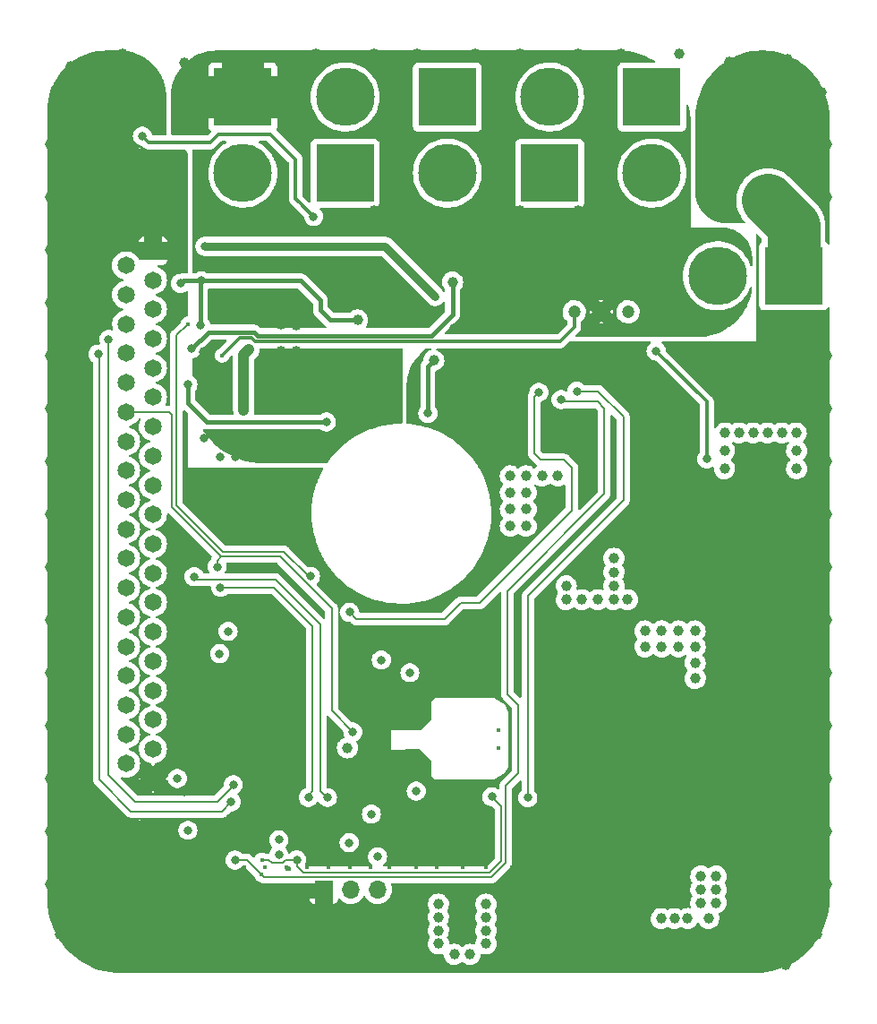
<source format=gbl>
%TF.GenerationSoftware,KiCad,Pcbnew,(6.0.1)*%
%TF.CreationDate,2022-04-29T11:40:24-05:00*%
%TF.ProjectId,Power_KiCAD_Project,506f7765-725f-44b6-9943-41445f50726f,rev?*%
%TF.SameCoordinates,Original*%
%TF.FileFunction,Copper,L4,Bot*%
%TF.FilePolarity,Positive*%
%FSLAX46Y46*%
G04 Gerber Fmt 4.6, Leading zero omitted, Abs format (unit mm)*
G04 Created by KiCad (PCBNEW (6.0.1)) date 2022-04-29 11:40:24*
%MOMM*%
%LPD*%
G01*
G04 APERTURE LIST*
%TA.AperFunction,ComponentPad*%
%ADD10R,1.650000X1.650000*%
%TD*%
%TA.AperFunction,ComponentPad*%
%ADD11C,1.650000*%
%TD*%
%TA.AperFunction,ComponentPad*%
%ADD12C,4.800000*%
%TD*%
%TA.AperFunction,ComponentPad*%
%ADD13R,5.516000X5.516000*%
%TD*%
%TA.AperFunction,ComponentPad*%
%ADD14C,5.516000*%
%TD*%
%TA.AperFunction,ComponentPad*%
%ADD15C,1.200000*%
%TD*%
%TA.AperFunction,ComponentPad*%
%ADD16R,2.600000X2.600000*%
%TD*%
%TA.AperFunction,ComponentPad*%
%ADD17C,2.600000*%
%TD*%
%TA.AperFunction,ComponentPad*%
%ADD18R,1.700000X1.700000*%
%TD*%
%TA.AperFunction,ComponentPad*%
%ADD19O,1.700000X1.700000*%
%TD*%
%TA.AperFunction,ViaPad*%
%ADD20C,1.000000*%
%TD*%
%TA.AperFunction,ViaPad*%
%ADD21C,0.400000*%
%TD*%
%TA.AperFunction,ViaPad*%
%ADD22C,0.800000*%
%TD*%
%TA.AperFunction,Conductor*%
%ADD23C,0.300000*%
%TD*%
%TA.AperFunction,Conductor*%
%ADD24C,0.800000*%
%TD*%
%TA.AperFunction,Conductor*%
%ADD25C,1.000000*%
%TD*%
%TA.AperFunction,Conductor*%
%ADD26C,0.400000*%
%TD*%
%TA.AperFunction,Conductor*%
%ADD27C,0.200000*%
%TD*%
%TA.AperFunction,Conductor*%
%ADD28C,5.000000*%
%TD*%
G04 APERTURE END LIST*
D10*
%TO.P,J8,1,1*%
%TO.N,GND*%
X93000000Y-73650000D03*
D11*
%TO.P,J8,2,2*%
%TO.N,+3V3*%
X93000000Y-76420000D03*
%TO.P,J8,3,3*%
%TO.N,/DSUB-37_Bus/t_miso*%
X93000000Y-79190000D03*
%TO.P,J8,4,4*%
%TO.N,/DSUB-37_Bus/SWDIO*%
X93000000Y-81960000D03*
%TO.P,J8,5,5*%
%TO.N,/DSUB-37_Bus/Alert_scl*%
X93000000Y-84730000D03*
%TO.P,J8,6,6*%
%TO.N,/DSUB-37_Bus/Alert_Active*%
X93000000Y-87500000D03*
%TO.P,J8,7,7*%
%TO.N,/DSUB-37_Bus/Fire*%
X93000000Y-90270000D03*
%TO.P,J8,8,8*%
%TO.N,unconnected-(J8-Pad8)*%
X93000000Y-93040000D03*
%TO.P,J8,9,9*%
%TO.N,unconnected-(J8-Pad9)*%
X93000000Y-95810000D03*
%TO.P,J8,10,10*%
%TO.N,unconnected-(J8-Pad10)*%
X93000000Y-98580000D03*
%TO.P,J8,11,11*%
%TO.N,unconnected-(J8-Pad11)*%
X93000000Y-101350000D03*
%TO.P,J8,12,12*%
%TO.N,unconnected-(J8-Pad12)*%
X93000000Y-104120000D03*
%TO.P,J8,13,13*%
%TO.N,unconnected-(J8-Pad13)*%
X93000000Y-106890000D03*
%TO.P,J8,14,14*%
%TO.N,unconnected-(J8-Pad14)*%
X93000000Y-109660000D03*
%TO.P,J8,15,15*%
%TO.N,unconnected-(J8-Pad15)*%
X93000000Y-112430000D03*
%TO.P,J8,16,16*%
%TO.N,unconnected-(J8-Pad16)*%
X93000000Y-115200000D03*
%TO.P,J8,17,17*%
%TO.N,unconnected-(J8-Pad17)*%
X93000000Y-117970000D03*
%TO.P,J8,18,18*%
%TO.N,+3V3*%
X93000000Y-120740000D03*
%TO.P,J8,19,19*%
%TO.N,GND*%
X93000000Y-123510000D03*
%TO.P,J8,20,20*%
%TO.N,+5V*%
X90460000Y-75035000D03*
%TO.P,J8,21,21*%
%TO.N,/DSUB-37_Bus/t_mosi*%
X90460000Y-77805000D03*
%TO.P,J8,22,22*%
%TO.N,/DSUB-37_Bus/t_clk*%
X90460000Y-80575000D03*
%TO.P,J8,23,23*%
%TO.N,/DSUB-37_Bus/SWCLK*%
X90460000Y-83345000D03*
%TO.P,J8,24,24*%
%TO.N,/DSUB-37_Bus/Alert_sda*%
X90460000Y-86115000D03*
%TO.P,J8,25,25*%
%TO.N,/DSUB-37_Bus/NRST*%
X90460000Y-88885000D03*
%TO.P,J8,26,26*%
%TO.N,/DSUB-37_Bus/Fire_redundant*%
X90460000Y-91655000D03*
%TO.P,J8,27,27*%
%TO.N,unconnected-(J8-Pad27)*%
X90460000Y-94425000D03*
%TO.P,J8,28,28*%
%TO.N,unconnected-(J8-Pad28)*%
X90460000Y-97195000D03*
%TO.P,J8,29,29*%
%TO.N,unconnected-(J8-Pad29)*%
X90460000Y-99965000D03*
%TO.P,J8,30,30*%
%TO.N,unconnected-(J8-Pad30)*%
X90460000Y-102735000D03*
%TO.P,J8,31,31*%
%TO.N,unconnected-(J8-Pad31)*%
X90460000Y-105505000D03*
%TO.P,J8,32,32*%
%TO.N,unconnected-(J8-Pad32)*%
X90460000Y-108275000D03*
%TO.P,J8,33,33*%
%TO.N,unconnected-(J8-Pad33)*%
X90460000Y-111045000D03*
%TO.P,J8,34,34*%
%TO.N,unconnected-(J8-Pad34)*%
X90460000Y-113815000D03*
%TO.P,J8,35,35*%
%TO.N,unconnected-(J8-Pad35)*%
X90460000Y-116585000D03*
%TO.P,J8,36,36*%
%TO.N,unconnected-(J8-Pad36)*%
X90460000Y-119355000D03*
%TO.P,J8,37,37*%
%TO.N,+5V*%
X90460000Y-122125000D03*
D12*
%TO.P,J8,MH1,MH1*%
%TO.N,GND*%
X91730000Y-66830000D03*
%TO.P,J8,MH2,MH2*%
X91730000Y-130330000D03*
%TD*%
D13*
%TO.P,J4,1,-*%
%TO.N,/PACK_M2*%
X120850000Y-59125000D03*
D14*
%TO.P,J4,2,+*%
%TO.N,/PACK_M3*%
X120850000Y-66325000D03*
%TD*%
D13*
%TO.P,J2,1,-*%
%TO.N,/PACK_M4*%
X140200000Y-59125000D03*
D14*
%TO.P,J2,2,+*%
%TO.N,/PACK_M5*%
X140200000Y-66325000D03*
%TD*%
D13*
%TO.P,J6,1,-*%
%TO.N,GNDREF*%
X101500000Y-59125000D03*
D14*
%TO.P,J6,2,+*%
%TO.N,/PACK_M1*%
X101500000Y-66325000D03*
%TD*%
D15*
%TO.P,RV1,1,1*%
%TO.N,Net-(R14-Pad1)*%
X132860000Y-79425000D03*
%TO.P,RV1,2,2*%
%TO.N,GNDREF*%
X135400000Y-79425000D03*
%TO.P,RV1,3,3*%
%TO.N,unconnected-(RV1-Pad3)*%
X137940000Y-79425000D03*
%TD*%
D16*
%TO.P,J1,1*%
%TO.N,/Buck_Converters/V_IN*%
X151200000Y-68875000D03*
D17*
%TO.P,J1,2*%
%TO.N,GND*%
X151200000Y-62875000D03*
%TO.P,J1,3,MountPin*%
X146500000Y-65875000D03*
%TD*%
D13*
%TO.P,J5,1,-*%
%TO.N,/PACK_M1*%
X111175000Y-66325000D03*
D14*
%TO.P,J5,2,+*%
%TO.N,/PACK_M2*%
X111175000Y-59125000D03*
%TD*%
D13*
%TO.P,J3,1,-*%
%TO.N,/PACK_M3*%
X130525000Y-66325000D03*
D14*
%TO.P,J3,2,+*%
%TO.N,/PACK_M4*%
X130525000Y-59125000D03*
%TD*%
D13*
%TO.P,J7,1,-*%
%TO.N,/Buck_Converters/V_IN*%
X153600000Y-76025000D03*
D14*
%TO.P,J7,2,+*%
%TO.N,/PACK_M5*%
X146400000Y-76025000D03*
%TD*%
D18*
%TO.P,JP1,1,A*%
%TO.N,GND*%
X109160000Y-134015000D03*
D19*
%TO.P,JP1,2,C*%
%TO.N,Net-(JP1-Pad2)*%
X111700000Y-134015000D03*
%TO.P,JP1,3,B*%
%TO.N,+3V3*%
X114240000Y-134015000D03*
%TD*%
D20*
%TO.N,+5V*%
X124500000Y-137900000D03*
X121500000Y-140150000D03*
X124500000Y-135400000D03*
X146270000Y-134015000D03*
X144830000Y-134015000D03*
X124500000Y-139150000D03*
X120000000Y-135400000D03*
X124500000Y-136650000D03*
X120000000Y-137900000D03*
X143580000Y-136765000D03*
X123000000Y-140150000D03*
X146270000Y-135265000D03*
X144830000Y-135265000D03*
X146270000Y-132765000D03*
X120000000Y-139150000D03*
X142330000Y-136765000D03*
X144830000Y-132765000D03*
X145570000Y-136755000D03*
X141080000Y-136765000D03*
X120000000Y-136650000D03*
D21*
%TO.N,GND*%
X145800000Y-109125000D03*
X132700000Y-108025000D03*
X145800000Y-111125000D03*
X142700000Y-108025000D03*
X140700000Y-108025000D03*
X144700000Y-108025000D03*
X138700000Y-108025000D03*
X151000000Y-88325000D03*
X153000000Y-88325000D03*
X155000000Y-88325000D03*
X97600000Y-131925000D03*
X99600000Y-131925000D03*
X101600000Y-131925000D03*
X103600000Y-131925000D03*
X105600000Y-131925000D03*
X107600000Y-131925000D03*
X113600000Y-131925000D03*
D20*
X144960000Y-115595000D03*
X143460000Y-115595000D03*
X146560000Y-115595000D03*
X136100000Y-110925000D03*
X136100000Y-109625000D03*
X136100000Y-108325000D03*
X139200000Y-86325000D03*
X132800000Y-89325000D03*
X132800000Y-92425000D03*
X132800000Y-90925000D03*
X125320000Y-86405000D03*
X126620000Y-86405000D03*
X127920000Y-86405000D03*
X125320000Y-87705000D03*
X126620000Y-87705000D03*
X127920000Y-87705000D03*
X124020000Y-89005000D03*
X125320000Y-89005000D03*
X126620000Y-89005000D03*
X127920000Y-89005000D03*
D21*
X123500000Y-115125000D03*
X125500000Y-115125000D03*
X127500000Y-115125000D03*
X129500000Y-115125000D03*
X131500000Y-115125000D03*
X133500000Y-115125000D03*
X135500000Y-115125000D03*
X137500000Y-115125000D03*
X123000000Y-111925000D03*
X123000000Y-109925000D03*
X123000000Y-107925000D03*
X123000000Y-105925000D03*
X123000000Y-114025000D03*
X118673550Y-106970417D03*
X120710527Y-106163920D03*
X122482942Y-104876186D03*
X123879426Y-103188126D03*
X124812234Y-101205809D03*
X125222754Y-99053789D03*
X125085191Y-96867287D03*
X124408188Y-94783689D03*
X123234286Y-92933914D03*
X121637243Y-91434191D03*
X119717409Y-90378754D03*
X117595412Y-89833918D03*
X108591812Y-94783689D03*
X107914809Y-96867287D03*
X107777246Y-99053789D03*
X108187766Y-101205809D03*
X109120574Y-103188126D03*
X110517058Y-104876186D03*
X112289473Y-106163920D03*
X114326450Y-106970417D03*
D22*
X117900000Y-123125000D03*
X119100000Y-113525000D03*
D20*
X85200000Y-56240000D03*
X98540000Y-95505000D03*
D21*
X122275000Y-131925000D03*
D20*
X147840001Y-141135000D03*
X147540000Y-55820000D03*
D21*
X126925000Y-131925000D03*
D22*
X96000000Y-124825000D03*
X97900000Y-109025000D03*
D20*
X156750000Y-118550000D03*
X156750000Y-123550000D03*
X156230000Y-58660000D03*
D21*
X95600000Y-131925000D03*
D20*
X137400000Y-119025000D03*
D21*
X124475000Y-131925000D03*
X125711907Y-118953249D03*
X125711907Y-120614950D03*
D20*
X152800001Y-122625000D03*
D21*
X119850000Y-131925000D03*
D20*
X83250000Y-103550000D03*
X112000000Y-113825000D03*
D21*
X130334214Y-103210786D03*
D20*
X90120000Y-55000000D03*
D21*
X127440000Y-124425000D03*
D20*
X121500000Y-125525000D03*
X134200000Y-92425000D03*
X104810000Y-107715000D03*
X132840000Y-141135000D03*
D22*
X96700000Y-120325000D03*
D20*
X111800000Y-122425000D03*
X156750000Y-68550000D03*
D21*
X109600000Y-131925000D03*
D20*
X100900000Y-113825000D03*
D22*
X115750000Y-129595000D03*
D20*
X83250000Y-108550000D03*
X102840000Y-141135000D03*
D22*
X105355000Y-136270000D03*
D20*
X124500000Y-129025000D03*
X83250000Y-113550000D03*
X97840000Y-141135000D03*
D21*
X155475000Y-131925000D03*
D20*
X156750000Y-88550000D03*
X155800000Y-138300000D03*
D21*
X127440000Y-128424999D03*
D20*
X83250000Y-68550000D03*
D22*
X117900000Y-115625000D03*
D20*
X120000000Y-130275000D03*
D21*
X127500000Y-111124999D03*
D20*
X117840001Y-141135000D03*
X92840000Y-141135000D03*
D21*
X131748427Y-101796573D03*
D20*
X83250000Y-98550000D03*
D22*
X99300000Y-129025000D03*
D20*
X134200000Y-90925000D03*
D22*
X117570000Y-126465000D03*
D20*
X156750000Y-103550000D03*
X137840001Y-141135000D03*
X102880000Y-95555000D03*
X120000000Y-127775000D03*
D21*
X149000000Y-88325000D03*
D20*
X111400000Y-125425000D03*
D21*
X115350000Y-131925000D03*
D20*
X83250000Y-88550000D03*
X124500000Y-127775000D03*
X87840000Y-141135000D03*
X142840000Y-141135000D03*
X152839999Y-141135000D03*
D21*
X147100000Y-131925000D03*
D22*
X116610000Y-128055000D03*
D21*
X130700000Y-108025000D03*
X127500000Y-109125000D03*
D20*
X156750000Y-98550000D03*
X123000000Y-125525000D03*
X124500000Y-130275000D03*
X106700000Y-121615000D03*
X83250000Y-63550000D03*
X83250000Y-133550000D03*
X156750000Y-108550000D03*
D21*
X117900000Y-131925000D03*
D20*
X120000000Y-126525000D03*
X101710000Y-121615000D03*
X120000000Y-129025000D03*
X84180000Y-138300000D03*
X83250000Y-118550000D03*
X156750000Y-113550000D03*
D22*
X116350000Y-112325000D03*
D21*
X143800000Y-93225000D03*
X116500000Y-107245000D03*
D20*
X153050000Y-55520000D03*
X83250000Y-123550000D03*
D21*
X127440000Y-126425000D03*
D20*
X156750000Y-133550000D03*
X156750000Y-63550000D03*
X156750000Y-83550000D03*
D22*
X138380000Y-101655000D03*
D21*
X127500000Y-113125000D03*
D20*
X83250000Y-73550000D03*
D21*
X143800000Y-95325000D03*
D20*
X83250000Y-83550000D03*
D21*
X127440000Y-130425000D03*
D20*
X106720000Y-116615000D03*
D21*
X128920000Y-104625000D03*
D20*
X112840000Y-141135000D03*
X121100000Y-83525000D03*
X83250000Y-128550000D03*
D21*
X132200000Y-103725000D03*
X149250000Y-131925000D03*
D20*
X134200000Y-89325000D03*
X83250000Y-93550000D03*
X124500000Y-126525000D03*
X83250000Y-78550000D03*
D21*
X111600000Y-131925000D03*
D22*
X116400000Y-117925000D03*
D20*
X156750000Y-93550000D03*
X101710000Y-116615000D03*
D22*
X100100000Y-107925000D03*
X139200000Y-85025000D03*
D20*
X156750000Y-128550000D03*
X107840001Y-141135000D03*
X127840000Y-141135000D03*
X98790000Y-98525000D03*
X102880000Y-103650000D03*
D22*
X137070000Y-101225000D03*
D21*
X127500000Y-107125000D03*
D20*
%TO.N,+3V3*%
X147100000Y-90875000D03*
X147070000Y-92565000D03*
X153890000Y-92555000D03*
X147070000Y-94265000D03*
X153890000Y-94255000D03*
X132100000Y-105325000D03*
X137900000Y-106625000D03*
X133600000Y-106625000D03*
X148450000Y-90875000D03*
X149800000Y-90875000D03*
X151150000Y-90875000D03*
X152500000Y-90875000D03*
X153850000Y-90875000D03*
X132100000Y-106625000D03*
X135100000Y-106625000D03*
X136600000Y-106625000D03*
X136600000Y-105325000D03*
X136600000Y-104025000D03*
X136600000Y-102725000D03*
D22*
X140600000Y-83125000D03*
X111560000Y-129585000D03*
X95300000Y-123525000D03*
X100100000Y-109625000D03*
X114250000Y-130925000D03*
X145400000Y-93325000D03*
D20*
X111400000Y-120625000D03*
D22*
X104900000Y-130725000D03*
X104900000Y-129325000D03*
X113660000Y-126895000D03*
X99300000Y-111725000D03*
X96300000Y-128425000D03*
X114600000Y-112325000D03*
X117300000Y-113525000D03*
X117900000Y-124725000D03*
%TO.N,/LiPo Pack Monitor/VC1*%
X108200000Y-70425000D03*
X92000000Y-62825000D03*
D20*
%TO.N,GNDREF*%
X103600000Y-70125000D03*
X101200000Y-70125000D03*
X98800000Y-70125000D03*
X95950000Y-55875000D03*
X97450000Y-55875000D03*
X95950000Y-57455000D03*
X97450000Y-57455000D03*
X95950000Y-59035000D03*
X97450000Y-59035000D03*
X95950000Y-60615000D03*
X97450000Y-60615000D03*
X95950000Y-62195000D03*
X97450000Y-62195000D03*
X107050000Y-55875000D03*
X105550000Y-57455000D03*
X105550000Y-60615000D03*
X105550000Y-59035000D03*
X107050000Y-57455000D03*
X107050000Y-59035000D03*
X105550000Y-62195000D03*
X107050000Y-60615000D03*
X107050000Y-62195000D03*
X105550000Y-55875000D03*
D21*
X115404588Y-89833918D03*
X113282591Y-90378754D03*
X111362757Y-91434191D03*
X109765714Y-92933914D03*
D20*
X127750000Y-55000000D03*
X127750000Y-69850000D03*
X113900000Y-69850000D03*
X105150000Y-84365000D03*
X105154000Y-85595000D03*
X106525000Y-83115000D03*
D22*
X100830000Y-93175000D03*
D20*
X106530000Y-79415000D03*
X106530000Y-78165000D03*
X118000000Y-55000000D03*
X105140000Y-80615000D03*
D22*
X97850000Y-91375000D03*
D20*
X133250000Y-69850000D03*
X110000000Y-78485000D03*
X142100000Y-79025000D03*
X137250000Y-55000000D03*
X108250000Y-88265000D03*
X129000000Y-79025000D03*
X105140000Y-78165000D03*
X106525000Y-84365000D03*
X142750000Y-55000000D03*
X106530000Y-80665000D03*
X105140000Y-79405000D03*
D22*
X99320000Y-93105000D03*
X121410000Y-80915000D03*
D20*
X137500000Y-69850000D03*
X105150000Y-83115000D03*
X123500000Y-69850000D03*
X113900000Y-55000000D03*
X108400000Y-55000000D03*
X123500000Y-55000000D03*
X97850000Y-83225000D03*
X106525000Y-85615000D03*
X107590000Y-91035000D03*
X118000000Y-69850000D03*
X133250000Y-55000000D03*
D22*
%TO.N,Net-(C18-Pad1)*%
X97910000Y-73235000D03*
X119700000Y-77975000D03*
D20*
%TO.N,Net-(C19-Pad2)*%
X102080000Y-82995000D03*
X101580000Y-88725000D03*
D22*
%TO.N,Net-(C20-Pad1)*%
X95600000Y-76735000D03*
X97570000Y-76495000D03*
D20*
X112350000Y-80195000D03*
D22*
X97500000Y-80725000D03*
%TO.N,/DSUB-37_Bus/NRST*%
X111900000Y-119125000D03*
X99060000Y-103515000D03*
%TO.N,/DSUB-37_Bus/SWDIO*%
X88800000Y-82025000D03*
X100600000Y-124125000D03*
%TO.N,/DSUB-37_Bus/SWCLK*%
X87800000Y-83425000D03*
X100410000Y-125745000D03*
%TO.N,Net-(Q1-Pad4)*%
X96300000Y-86285000D03*
D20*
X119570000Y-84025000D03*
D22*
X119000000Y-89025000D03*
X109410000Y-89835000D03*
%TO.N,Net-(Q2-Pad3)*%
X96650000Y-82915000D03*
D20*
X121340000Y-76615000D03*
D21*
%TO.N,Net-(R14-Pad1)*%
X99550000Y-83535000D03*
D22*
%TO.N,/I2C_SDA*%
X109500000Y-125325000D03*
X133100000Y-86925000D03*
X106600000Y-131215000D03*
D21*
X103290000Y-131225000D03*
D22*
X125060000Y-125265000D03*
X96890000Y-104455000D03*
X128460000Y-125335000D03*
%TO.N,/I2C_SCL*%
X131600000Y-87725000D03*
X100755000Y-131230000D03*
D21*
X103265000Y-132600000D03*
D22*
X99390000Y-105455000D03*
X107700000Y-125325000D03*
%TO.N,/TEMP_ALERT_1*%
X111595000Y-107820000D03*
X129500000Y-87025000D03*
D21*
%TO.N,/BATT_ALERT*%
X96290000Y-80575000D03*
D22*
X107900000Y-104425000D03*
D20*
%TO.N,/Buck_Converters/V_IN*%
X144290000Y-112585000D03*
X141130000Y-109585000D03*
X139550000Y-111085000D03*
X139550000Y-109585000D03*
X142710000Y-111085000D03*
X144300000Y-114075000D03*
X141130000Y-111085000D03*
X144290000Y-111085000D03*
X142710000Y-109585000D03*
X144289999Y-109585000D03*
X126810000Y-94925000D03*
X126810000Y-96505000D03*
X128310000Y-94925000D03*
X128310000Y-98085000D03*
X131300000Y-94915000D03*
X128310000Y-96505000D03*
X126810000Y-99665000D03*
X128310000Y-99665000D03*
X126810000Y-98085000D03*
X129810000Y-94925000D03*
%TD*%
D23*
%TO.N,+3V3*%
X145400000Y-87925000D02*
X145400000Y-93325000D01*
X140600000Y-83125000D02*
X145400000Y-87925000D01*
%TO.N,/LiPo Pack Monitor/VC1*%
X98400000Y-63425000D02*
X95800000Y-63425000D01*
X106500000Y-68725000D02*
X106500000Y-65025000D01*
X106900000Y-69125000D02*
X106500000Y-68725000D01*
X104100000Y-62625000D02*
X99200000Y-62625000D01*
X99200000Y-62625000D02*
X98400000Y-63425000D01*
X92600000Y-63425000D02*
X92000000Y-62825000D01*
X95800000Y-63425000D02*
X92600000Y-63425000D01*
X106500000Y-65025000D02*
X104100000Y-62625000D01*
X108200000Y-70425000D02*
X106900000Y-69125000D01*
D24*
%TO.N,Net-(C18-Pad1)*%
X119700000Y-77975000D02*
X114960000Y-73235000D01*
X114960000Y-73235000D02*
X97910000Y-73235000D01*
D25*
%TO.N,Net-(C19-Pad2)*%
X101580000Y-88725000D02*
X101580000Y-83495000D01*
X101580000Y-83495000D02*
X102080000Y-82995000D01*
D26*
%TO.N,Net-(C20-Pad1)*%
X108830000Y-79265000D02*
X109760000Y-80195000D01*
X109760000Y-80195000D02*
X112350000Y-80195000D01*
X97570000Y-76495000D02*
X95840000Y-76495000D01*
X97500000Y-80725000D02*
X97500000Y-76565000D01*
X97570000Y-76495000D02*
X106980000Y-76495000D01*
X108830000Y-78345000D02*
X108830000Y-79265000D01*
X106980000Y-76495000D02*
X108830000Y-78345000D01*
X97500000Y-76565000D02*
X97570000Y-76495000D01*
X95840000Y-76495000D02*
X95600000Y-76735000D01*
D27*
%TO.N,/DSUB-37_Bus/NRST*%
X105010000Y-102545000D02*
X109900000Y-107435000D01*
X90460000Y-88885000D02*
X94560000Y-88885000D01*
X109900000Y-117125000D02*
X111900000Y-119125000D01*
X109900000Y-107435000D02*
X109900000Y-117125000D01*
X94800000Y-89125000D02*
X94800000Y-97915000D01*
X99430000Y-102545000D02*
X105010000Y-102545000D01*
X99060000Y-103515000D02*
X99060000Y-102915000D01*
X94560000Y-88885000D02*
X94800000Y-89125000D01*
X94800000Y-97915000D02*
X99430000Y-102545000D01*
X99060000Y-102915000D02*
X99430000Y-102545000D01*
%TO.N,/DSUB-37_Bus/SWDIO*%
X100500000Y-124325000D02*
X99100000Y-125725000D01*
X88800000Y-99725000D02*
X88800000Y-82025000D01*
X91300000Y-125725000D02*
X88800000Y-123225000D01*
X99100000Y-125725000D02*
X91300000Y-125725000D01*
X88800000Y-123225000D02*
X88800000Y-99725000D01*
%TO.N,/DSUB-37_Bus/SWCLK*%
X87900000Y-100925000D02*
X87900000Y-83525000D01*
X87900000Y-123625000D02*
X90900000Y-126625000D01*
X87900000Y-83525000D02*
X87800000Y-83425000D01*
X99530000Y-126625000D02*
X100410000Y-125745000D01*
X98700000Y-126625000D02*
X99530000Y-126625000D01*
X87900000Y-100925000D02*
X87900000Y-123625000D01*
X90900000Y-126625000D02*
X98700000Y-126625000D01*
D26*
%TO.N,Net-(Q1-Pad4)*%
X96300000Y-88035000D02*
X96300000Y-86285000D01*
X119000000Y-84595000D02*
X119570000Y-84025000D01*
X100520000Y-89835000D02*
X98100000Y-89835000D01*
X98100000Y-89835000D02*
X96300000Y-88035000D01*
X109410000Y-89835000D02*
X100520000Y-89835000D01*
X119000000Y-89025000D02*
X119000000Y-84595000D01*
%TO.N,Net-(Q2-Pad3)*%
X98220000Y-81345000D02*
X102570000Y-81345000D01*
X102890000Y-81665000D02*
X119360000Y-81665000D01*
X119360000Y-81665000D02*
X121340000Y-79685000D01*
X102570000Y-81345000D02*
X102890000Y-81665000D01*
X96650000Y-82915000D02*
X98220000Y-81345000D01*
X121340000Y-79685000D02*
X121340000Y-76615000D01*
D23*
%TO.N,Net-(R14-Pad1)*%
X101180000Y-81905000D02*
X102340000Y-81905000D01*
X99550000Y-83535000D02*
X101180000Y-81905000D01*
X102660000Y-82225000D02*
X131500000Y-82225000D01*
X102340000Y-81905000D02*
X102660000Y-82225000D01*
X131500000Y-82225000D02*
X132860000Y-80865000D01*
X132860000Y-80865000D02*
X132860000Y-79425000D01*
D27*
%TO.N,/I2C_SDA*%
X135100000Y-86925000D02*
X133100000Y-86925000D01*
X105530000Y-131225000D02*
X105240000Y-131515000D01*
X133100000Y-86925000D02*
X133100000Y-87125000D01*
X106600000Y-131835000D02*
X106600000Y-131215000D01*
X137500000Y-97225000D02*
X137500000Y-89325000D01*
X109400000Y-125325000D02*
X108800000Y-124725000D01*
X125960000Y-131315000D02*
X124850000Y-132425000D01*
X104230000Y-131515000D02*
X103940000Y-131225000D01*
X104630000Y-104755000D02*
X108800000Y-108925000D01*
X97190000Y-104755000D02*
X104630000Y-104755000D01*
X125960000Y-126175000D02*
X125960000Y-131315000D01*
X128460000Y-106265000D02*
X137500000Y-97225000D01*
X96890000Y-104455000D02*
X97190000Y-104755000D01*
X108800000Y-124725000D02*
X108800000Y-108925000D01*
X105240000Y-131515000D02*
X104230000Y-131515000D01*
X125060000Y-125265000D02*
X125060000Y-125275000D01*
X106590000Y-131225000D02*
X106600000Y-131215000D01*
X109500000Y-125325000D02*
X109400000Y-125325000D01*
X125060000Y-125275000D02*
X125960000Y-126175000D01*
X124850000Y-132425000D02*
X107190000Y-132425000D01*
X128460000Y-125335000D02*
X128460000Y-106265000D01*
X105530000Y-131225000D02*
X106590000Y-131225000D01*
X103940000Y-131225000D02*
X103290000Y-131225000D01*
X137500000Y-89325000D02*
X135100000Y-86925000D01*
X107190000Y-132425000D02*
X106600000Y-131835000D01*
%TO.N,/I2C_SCL*%
X101890000Y-131225000D02*
X103265000Y-132600000D01*
X131600000Y-87725000D02*
X131900000Y-87725000D01*
X108100000Y-113225000D02*
X108100000Y-109115000D01*
X135700000Y-88525000D02*
X135100000Y-87925000D01*
X127550000Y-116585000D02*
X126510000Y-115545000D01*
X103490000Y-132825000D02*
X125020000Y-132825000D01*
X131800000Y-87925000D02*
X131600000Y-87725000D01*
X104440000Y-105455000D02*
X108100000Y-109115000D01*
X126360000Y-131485000D02*
X126360000Y-124225000D01*
X108100000Y-124725000D02*
X108100000Y-113225000D01*
X99390000Y-105455000D02*
X104440000Y-105455000D01*
X103265000Y-132600000D02*
X103490000Y-132825000D01*
X100760000Y-131225000D02*
X101890000Y-131225000D01*
X126360000Y-124225000D02*
X127550000Y-123035000D01*
X131600000Y-87725000D02*
X131600000Y-87825000D01*
X135100000Y-87925000D02*
X131800000Y-87925000D01*
X135700000Y-94125000D02*
X135700000Y-88525000D01*
X135700000Y-96625000D02*
X135700000Y-94125000D01*
X126510000Y-105815000D02*
X135700000Y-96625000D01*
X100755000Y-131230000D02*
X100760000Y-131225000D01*
X126510000Y-115545000D02*
X126510000Y-105815000D01*
X107700000Y-125125000D02*
X108100000Y-124725000D01*
X107700000Y-125325000D02*
X107700000Y-125125000D01*
X127550000Y-123035000D02*
X127550000Y-116585000D01*
X125020000Y-132825000D02*
X126360000Y-131485000D01*
X135700000Y-94125000D02*
X135700000Y-95925000D01*
%TO.N,/TEMP_ALERT_1*%
X123900000Y-106925000D02*
X132600000Y-98225000D01*
X122100000Y-106925000D02*
X123900000Y-106925000D01*
X129100000Y-87425000D02*
X129500000Y-87025000D01*
X120600000Y-108425000D02*
X122100000Y-106925000D01*
X132600000Y-98225000D02*
X132600000Y-94125000D01*
X129100000Y-92825000D02*
X129100000Y-87425000D01*
X112200000Y-108425000D02*
X120600000Y-108425000D01*
X129700000Y-93425000D02*
X129100000Y-92825000D01*
X111595000Y-107820000D02*
X112200000Y-108425000D01*
X131900000Y-93425000D02*
X129700000Y-93425000D01*
X132600000Y-94125000D02*
X131900000Y-93425000D01*
%TO.N,/BATT_ALERT*%
X99600000Y-102125000D02*
X95220000Y-97745000D01*
X95220000Y-81645000D02*
X96290000Y-80575000D01*
X105400000Y-102125000D02*
X99600000Y-102125000D01*
X95220000Y-97745000D02*
X95220000Y-81645000D01*
X107700000Y-104425000D02*
X105400000Y-102125000D01*
X107900000Y-104425000D02*
X107700000Y-104425000D01*
D28*
%TO.N,/Buck_Converters/V_IN*%
X153600000Y-71275000D02*
X151200000Y-68875000D01*
X153600000Y-76025000D02*
X153600000Y-71275000D01*
%TD*%
%TA.AperFunction,Conductor*%
%TO.N,GNDREF*%
G36*
X116600000Y-89897372D02*
G01*
X116581093Y-89955563D01*
X116531593Y-89991527D01*
X116503852Y-89996331D01*
X116308632Y-90001954D01*
X115967661Y-90011776D01*
X115967653Y-90011776D01*
X115965969Y-90011825D01*
X115389880Y-90067803D01*
X114818933Y-90162835D01*
X114817282Y-90163227D01*
X114817281Y-90163227D01*
X114257404Y-90296092D01*
X114257391Y-90296096D01*
X114255771Y-90296480D01*
X114254168Y-90296978D01*
X114254167Y-90296978D01*
X114202230Y-90313105D01*
X113703003Y-90468119D01*
X113519135Y-90539252D01*
X113312609Y-90619151D01*
X113163189Y-90676957D01*
X113161668Y-90677668D01*
X113161663Y-90677670D01*
X112640359Y-90921312D01*
X112640350Y-90921317D01*
X112638830Y-90922027D01*
X112132353Y-91202194D01*
X112130943Y-91203104D01*
X112130927Y-91203114D01*
X111876768Y-91367223D01*
X111646105Y-91516160D01*
X111644754Y-91517169D01*
X111644748Y-91517173D01*
X111189643Y-91857016D01*
X111182337Y-91862472D01*
X110743198Y-92239525D01*
X110742011Y-92240693D01*
X110742005Y-92240699D01*
X110535275Y-92444207D01*
X110330721Y-92645573D01*
X110329599Y-92646839D01*
X109966365Y-93056680D01*
X109946817Y-93078736D01*
X109593264Y-93537007D01*
X109497049Y-93681003D01*
X109449000Y-93718881D01*
X109414735Y-93725000D01*
X103395668Y-93725000D01*
X103391781Y-93724924D01*
X103371412Y-93724124D01*
X102872408Y-93704518D01*
X102864677Y-93703910D01*
X102607560Y-93673478D01*
X102350451Y-93643046D01*
X102342773Y-93641830D01*
X101834910Y-93540810D01*
X101827351Y-93538995D01*
X101328988Y-93398442D01*
X101321595Y-93396040D01*
X100835784Y-93216815D01*
X100828603Y-93213840D01*
X100358370Y-92997060D01*
X100351443Y-92993531D01*
X99899642Y-92740510D01*
X99893024Y-92736454D01*
X99462475Y-92448771D01*
X99456195Y-92444207D01*
X99195174Y-92238435D01*
X99049549Y-92123634D01*
X99043642Y-92118589D01*
X98663388Y-91767085D01*
X98657915Y-91761612D01*
X98306407Y-91381354D01*
X98301363Y-91375447D01*
X98206962Y-91255699D01*
X97980793Y-90968805D01*
X97976224Y-90962517D01*
X97916108Y-90872547D01*
X97770827Y-90655119D01*
X97754219Y-90596232D01*
X97775397Y-90538829D01*
X97826270Y-90504836D01*
X97882749Y-90505649D01*
X97883537Y-90505896D01*
X97888983Y-90508355D01*
X97898028Y-90510031D01*
X97915941Y-90515134D01*
X97924513Y-90518476D01*
X97930432Y-90519255D01*
X97930435Y-90519256D01*
X97987811Y-90526809D01*
X97992930Y-90527620D01*
X98014825Y-90531678D01*
X98055692Y-90539252D01*
X98117918Y-90535664D01*
X98123618Y-90535500D01*
X108809966Y-90535500D01*
X108868158Y-90554407D01*
X108957270Y-90619151D01*
X108962002Y-90621258D01*
X108962004Y-90621259D01*
X109125460Y-90694035D01*
X109130197Y-90696144D01*
X109135267Y-90697222D01*
X109135268Y-90697222D01*
X109172610Y-90705159D01*
X109315354Y-90735500D01*
X109504646Y-90735500D01*
X109647390Y-90705159D01*
X109684732Y-90697222D01*
X109684733Y-90697222D01*
X109689803Y-90696144D01*
X109694540Y-90694035D01*
X109857996Y-90621259D01*
X109857998Y-90621258D01*
X109862730Y-90619151D01*
X110015871Y-90507888D01*
X110019337Y-90504038D01*
X110019341Y-90504035D01*
X110139061Y-90371072D01*
X110142533Y-90367216D01*
X110173774Y-90313105D01*
X110234587Y-90207774D01*
X110234588Y-90207772D01*
X110237179Y-90203284D01*
X110238781Y-90198354D01*
X110294072Y-90028188D01*
X110294073Y-90028183D01*
X110295674Y-90023256D01*
X110315460Y-89835000D01*
X110295674Y-89646744D01*
X110294073Y-89641817D01*
X110294072Y-89641812D01*
X110238781Y-89471646D01*
X110238780Y-89471645D01*
X110237179Y-89466716D01*
X110184280Y-89375091D01*
X110145126Y-89307275D01*
X110145125Y-89307274D01*
X110142533Y-89302784D01*
X110095270Y-89250293D01*
X110019341Y-89165965D01*
X110019337Y-89165962D01*
X110015871Y-89162112D01*
X109862730Y-89050849D01*
X109857998Y-89048742D01*
X109857996Y-89048741D01*
X109694540Y-88975965D01*
X109694539Y-88975965D01*
X109689803Y-88973856D01*
X109684733Y-88972778D01*
X109684732Y-88972778D01*
X109647390Y-88964841D01*
X109504646Y-88934500D01*
X109315354Y-88934500D01*
X109172610Y-88964841D01*
X109135268Y-88972778D01*
X109135267Y-88972778D01*
X109130197Y-88973856D01*
X109125461Y-88975965D01*
X109125460Y-88975965D01*
X108962004Y-89048741D01*
X108962002Y-89048742D01*
X108957270Y-89050849D01*
X108953079Y-89053894D01*
X108868157Y-89115593D01*
X108809966Y-89134500D01*
X102638382Y-89134500D01*
X102580191Y-89115593D01*
X102544227Y-89066093D01*
X102541474Y-89015256D01*
X102546348Y-88991924D01*
X102549318Y-88980918D01*
X102558827Y-88952334D01*
X102560358Y-88947732D01*
X102564201Y-88917316D01*
X102567167Y-88893833D01*
X102568478Y-88885996D01*
X102579372Y-88833847D01*
X102580151Y-88830120D01*
X102580500Y-88823461D01*
X102580500Y-88794515D01*
X102581281Y-88782107D01*
X102582608Y-88771599D01*
X102584949Y-88753071D01*
X102585341Y-88725000D01*
X102584438Y-88715783D01*
X102580973Y-88680453D01*
X102580500Y-88670792D01*
X102580500Y-83950429D01*
X102599407Y-83892238D01*
X102609496Y-83880425D01*
X102739665Y-83750256D01*
X102748719Y-83742247D01*
X102769487Y-83726022D01*
X102769491Y-83726019D01*
X102773303Y-83723040D01*
X102791690Y-83701739D01*
X102811438Y-83678860D01*
X102816377Y-83673544D01*
X102823382Y-83666539D01*
X102844933Y-83640115D01*
X102846709Y-83637998D01*
X102898347Y-83578175D01*
X102898350Y-83578171D01*
X102901509Y-83574511D01*
X102903902Y-83570299D01*
X102904454Y-83569328D01*
X102913811Y-83555662D01*
X102916399Y-83552489D01*
X102916400Y-83552488D01*
X102919573Y-83548597D01*
X102957366Y-83476306D01*
X102959015Y-83473281D01*
X102973823Y-83447216D01*
X102998425Y-83403909D01*
X103001529Y-83394578D01*
X103007729Y-83379973D01*
X103013742Y-83368470D01*
X103024851Y-83329728D01*
X103035204Y-83293624D01*
X103036430Y-83289663D01*
X103058830Y-83222325D01*
X103060358Y-83217732D01*
X103062077Y-83204127D01*
X103065126Y-83189271D01*
X103069767Y-83173087D01*
X103075455Y-83099161D01*
X103075940Y-83094386D01*
X103084949Y-83023071D01*
X103084997Y-83019683D01*
X103085302Y-82997769D01*
X103085341Y-82995000D01*
X103085071Y-82992243D01*
X103084955Y-82989482D01*
X103085101Y-82989476D01*
X103084957Y-82975670D01*
X103085360Y-82970432D01*
X103086908Y-82970551D01*
X103102494Y-82918279D01*
X103151103Y-82881119D01*
X103183982Y-82875500D01*
X116600000Y-82875500D01*
X116600000Y-89897372D01*
G37*
%TD.AperFunction*%
%TA.AperFunction,Conductor*%
G36*
X99938737Y-82064407D02*
G01*
X99974701Y-82113907D01*
X99974701Y-82175093D01*
X99950550Y-82214504D01*
X99288910Y-82876144D01*
X99264312Y-82894113D01*
X99158675Y-82948636D01*
X99158673Y-82948638D01*
X99153369Y-82951375D01*
X99025604Y-83062831D01*
X99022173Y-83067713D01*
X99022172Y-83067714D01*
X98931602Y-83196583D01*
X98928113Y-83201547D01*
X98866524Y-83359513D01*
X98865745Y-83365428D01*
X98865745Y-83365429D01*
X98862902Y-83387025D01*
X98844394Y-83527611D01*
X98845049Y-83533544D01*
X98845049Y-83533548D01*
X98861092Y-83678860D01*
X98862999Y-83696135D01*
X98921266Y-83855356D01*
X98924591Y-83860305D01*
X98924592Y-83860306D01*
X98957596Y-83909421D01*
X99015830Y-83996083D01*
X99141233Y-84110191D01*
X99290235Y-84191092D01*
X99325189Y-84200262D01*
X99448464Y-84232603D01*
X99448468Y-84232604D01*
X99454233Y-84234116D01*
X99460194Y-84234210D01*
X99460197Y-84234210D01*
X99538965Y-84235447D01*
X99623760Y-84236779D01*
X99629575Y-84235447D01*
X99629577Y-84235447D01*
X99783206Y-84200262D01*
X99783209Y-84200261D01*
X99789029Y-84198928D01*
X99804610Y-84191092D01*
X99935165Y-84125429D01*
X99940498Y-84122747D01*
X99945035Y-84118872D01*
X99945038Y-84118870D01*
X100064888Y-84016508D01*
X100064891Y-84016505D01*
X100069423Y-84012634D01*
X100146652Y-83905159D01*
X100164877Y-83879796D01*
X100164878Y-83879794D01*
X100168361Y-83874947D01*
X100186603Y-83829568D01*
X100208455Y-83796491D01*
X100410496Y-83594450D01*
X100465013Y-83566673D01*
X100525445Y-83576244D01*
X100568710Y-83619509D01*
X100579500Y-83664454D01*
X100579500Y-88663144D01*
X100578883Y-88674178D01*
X100574757Y-88710963D01*
X100575162Y-88715783D01*
X100579153Y-88763315D01*
X100579500Y-88771599D01*
X100579500Y-88775800D01*
X100581401Y-88794515D01*
X100583457Y-88814762D01*
X100583617Y-88816481D01*
X100590647Y-88900191D01*
X100591175Y-88906483D01*
X100592508Y-88911131D01*
X100593383Y-88915899D01*
X100593015Y-88915967D01*
X100593278Y-88917334D01*
X100593365Y-88917316D01*
X100594373Y-88922229D01*
X100594880Y-88927216D01*
X100619537Y-89005896D01*
X100618896Y-89067076D01*
X100582416Y-89116197D01*
X100525067Y-89134500D01*
X98431165Y-89134500D01*
X98372974Y-89115593D01*
X98361161Y-89105504D01*
X97029496Y-87773839D01*
X97001719Y-87719322D01*
X97000500Y-87703835D01*
X97000500Y-86890794D01*
X97019407Y-86832603D01*
X97025931Y-86824548D01*
X97029061Y-86821072D01*
X97032533Y-86817216D01*
X97056854Y-86775091D01*
X97124587Y-86657774D01*
X97124588Y-86657772D01*
X97127179Y-86653284D01*
X97179329Y-86492784D01*
X97184072Y-86478188D01*
X97184073Y-86478183D01*
X97185674Y-86473256D01*
X97205460Y-86285000D01*
X97185674Y-86096744D01*
X97184073Y-86091817D01*
X97184072Y-86091812D01*
X97128781Y-85921646D01*
X97128780Y-85921645D01*
X97127179Y-85916716D01*
X97032533Y-85752784D01*
X97024044Y-85743356D01*
X96909341Y-85615965D01*
X96909337Y-85615962D01*
X96905871Y-85612112D01*
X96752730Y-85500849D01*
X96749203Y-85499279D01*
X96708561Y-85454144D01*
X96700000Y-85413874D01*
X96700000Y-83905159D01*
X96718907Y-83846968D01*
X96768407Y-83811004D01*
X96778417Y-83808322D01*
X96924732Y-83777222D01*
X96924733Y-83777222D01*
X96929803Y-83776144D01*
X97005936Y-83742247D01*
X97097996Y-83701259D01*
X97097998Y-83701258D01*
X97102730Y-83699151D01*
X97255871Y-83587888D01*
X97259337Y-83584038D01*
X97259341Y-83584035D01*
X97379061Y-83451072D01*
X97382533Y-83447216D01*
X97417284Y-83387025D01*
X97474587Y-83287774D01*
X97474588Y-83287772D01*
X97477179Y-83283284D01*
X97496986Y-83222325D01*
X97534072Y-83108188D01*
X97534073Y-83108183D01*
X97535674Y-83103256D01*
X97536766Y-83092864D01*
X97541790Y-83045067D01*
X97570244Y-82985412D01*
X98481160Y-82074496D01*
X98535677Y-82046719D01*
X98551164Y-82045500D01*
X99880546Y-82045500D01*
X99938737Y-82064407D01*
G37*
%TD.AperFunction*%
%TA.AperFunction,Conductor*%
G36*
X136901844Y-54725069D02*
G01*
X137419414Y-54744435D01*
X137426780Y-54744986D01*
X137939631Y-54802771D01*
X137946938Y-54803873D01*
X138454004Y-54899816D01*
X138461216Y-54901461D01*
X138959726Y-55035036D01*
X138966780Y-55037213D01*
X139224368Y-55127347D01*
X139453885Y-55207659D01*
X139460776Y-55210363D01*
X139664480Y-55299238D01*
X139933807Y-55416744D01*
X139940455Y-55419946D01*
X140396721Y-55661089D01*
X140403132Y-55664790D01*
X140433186Y-55683674D01*
X140472398Y-55730643D01*
X140476514Y-55791689D01*
X140443962Y-55843497D01*
X140387175Y-55866276D01*
X140380515Y-55866500D01*
X137400340Y-55866501D01*
X137394624Y-55866501D01*
X137391965Y-55866790D01*
X137391962Y-55866790D01*
X137339595Y-55872478D01*
X137339593Y-55872478D01*
X137333420Y-55873149D01*
X137274322Y-55895303D01*
X137205785Y-55920996D01*
X137205782Y-55920997D01*
X137199176Y-55923474D01*
X137084454Y-56009454D01*
X136998474Y-56124176D01*
X136948149Y-56258420D01*
X136941500Y-56319623D01*
X136941501Y-61930376D01*
X136941790Y-61933035D01*
X136941790Y-61933038D01*
X136941868Y-61933751D01*
X136948149Y-61991580D01*
X136958071Y-62018047D01*
X136987928Y-62097691D01*
X136998474Y-62125824D01*
X137084454Y-62240546D01*
X137199176Y-62326526D01*
X137205782Y-62329003D01*
X137205785Y-62329004D01*
X137242019Y-62342587D01*
X137333420Y-62376851D01*
X137394623Y-62383500D01*
X140198951Y-62383500D01*
X143005376Y-62383499D01*
X143008035Y-62383210D01*
X143008038Y-62383210D01*
X143060405Y-62377522D01*
X143060407Y-62377522D01*
X143066580Y-62376851D01*
X143145918Y-62347109D01*
X143194215Y-62329004D01*
X143194218Y-62329003D01*
X143200824Y-62326526D01*
X143315546Y-62240546D01*
X143401526Y-62125824D01*
X143412073Y-62097691D01*
X143427150Y-62057472D01*
X143451851Y-61991580D01*
X143458500Y-61930377D01*
X143458500Y-59926626D01*
X143477407Y-59868435D01*
X143526907Y-59832471D01*
X143588093Y-59832471D01*
X143637593Y-59868435D01*
X143653127Y-59901003D01*
X143723538Y-60163781D01*
X143725184Y-60170996D01*
X143783832Y-60480952D01*
X143821126Y-60678056D01*
X143822229Y-60685369D01*
X143873531Y-61140680D01*
X143880013Y-61198212D01*
X143880565Y-61205586D01*
X143895486Y-61604350D01*
X143899931Y-61723156D01*
X143900000Y-61726858D01*
X143900000Y-71425000D01*
X146800000Y-71425000D01*
X147143585Y-71445783D01*
X147155440Y-71447222D01*
X147488131Y-71508191D01*
X147499725Y-71511048D01*
X147763712Y-71593310D01*
X147822635Y-71611671D01*
X147833813Y-71615910D01*
X148142240Y-71754722D01*
X148152825Y-71760278D01*
X148442261Y-71935248D01*
X148452100Y-71942039D01*
X148718337Y-72150622D01*
X148727286Y-72158549D01*
X148966451Y-72397714D01*
X148974378Y-72406663D01*
X149182961Y-72672900D01*
X149189752Y-72682739D01*
X149364722Y-72972175D01*
X149370278Y-72982760D01*
X149509090Y-73291187D01*
X149513329Y-73302365D01*
X149520263Y-73324616D01*
X149586839Y-73538265D01*
X149613950Y-73625268D01*
X149616809Y-73636869D01*
X149660720Y-73876479D01*
X149677777Y-73969554D01*
X149679217Y-73981415D01*
X149698869Y-74306305D01*
X149699819Y-74322008D01*
X149700000Y-74327985D01*
X149700000Y-75003706D01*
X149681093Y-75061897D01*
X149631593Y-75097861D01*
X149570407Y-75097861D01*
X149520907Y-75061897D01*
X149505601Y-75030163D01*
X149493557Y-74986735D01*
X149492839Y-74984145D01*
X149489575Y-74975941D01*
X149363330Y-74658701D01*
X149362338Y-74656208D01*
X149356868Y-74645876D01*
X149198433Y-74346646D01*
X149197182Y-74344283D01*
X149192188Y-74336906D01*
X149000809Y-74054241D01*
X149000807Y-74054238D01*
X148999305Y-74052020D01*
X148771021Y-73782837D01*
X148515001Y-73539883D01*
X148234239Y-73326000D01*
X148226319Y-73321222D01*
X147934316Y-73145074D01*
X147934315Y-73145074D01*
X147932020Y-73143689D01*
X147611879Y-72995085D01*
X147277562Y-72881925D01*
X147274943Y-72881344D01*
X147274938Y-72881343D01*
X146935597Y-72806113D01*
X146935590Y-72806112D01*
X146932979Y-72805533D01*
X146930319Y-72805239D01*
X146930317Y-72805239D01*
X146584817Y-72767095D01*
X146584815Y-72767095D01*
X146582162Y-72766802D01*
X146579500Y-72766797D01*
X146579494Y-72766797D01*
X146400697Y-72766485D01*
X146229213Y-72766186D01*
X146226548Y-72766471D01*
X146226544Y-72766471D01*
X146117956Y-72778076D01*
X145878262Y-72803692D01*
X145875653Y-72804261D01*
X145875646Y-72804262D01*
X145609828Y-72862220D01*
X145533414Y-72878881D01*
X145530879Y-72879729D01*
X145530876Y-72879730D01*
X145524316Y-72881925D01*
X145198704Y-72990873D01*
X144878047Y-73138359D01*
X144875743Y-73139738D01*
X144875741Y-73139739D01*
X144592244Y-73309409D01*
X144575194Y-73319613D01*
X144444975Y-73418097D01*
X144310842Y-73519541D01*
X144293687Y-73532515D01*
X144036820Y-73774574D01*
X144035070Y-73776623D01*
X143826131Y-74021260D01*
X143807598Y-74042959D01*
X143754215Y-74121216D01*
X143613167Y-74327985D01*
X143608702Y-74334530D01*
X143607436Y-74336901D01*
X143607433Y-74336906D01*
X143506066Y-74526748D01*
X143442458Y-74645876D01*
X143310813Y-74973355D01*
X143215304Y-75313136D01*
X143157051Y-75661245D01*
X143156897Y-75663916D01*
X143156896Y-75663925D01*
X143148950Y-75801743D01*
X143136734Y-76013609D01*
X143136869Y-76016274D01*
X143136869Y-76016279D01*
X143154455Y-76363424D01*
X143154591Y-76366106D01*
X143155014Y-76368748D01*
X143155015Y-76368756D01*
X143198953Y-76643071D01*
X143210412Y-76714613D01*
X143211121Y-76717203D01*
X143211121Y-76717205D01*
X143296177Y-77028115D01*
X143303546Y-77055053D01*
X143304526Y-77057540D01*
X143304528Y-77057547D01*
X143370292Y-77224496D01*
X143432903Y-77383443D01*
X143434145Y-77385809D01*
X143434147Y-77385813D01*
X143478046Y-77469429D01*
X143596968Y-77695942D01*
X143793824Y-77988895D01*
X143795550Y-77990945D01*
X143795551Y-77990946D01*
X143979465Y-78209350D01*
X144021167Y-78258873D01*
X144023105Y-78260725D01*
X144023106Y-78260726D01*
X144240751Y-78468711D01*
X144276338Y-78502719D01*
X144278458Y-78504346D01*
X144278463Y-78504350D01*
X144483738Y-78661863D01*
X144556351Y-78717581D01*
X144857932Y-78900945D01*
X145177552Y-79050666D01*
X145180093Y-79051536D01*
X145180098Y-79051538D01*
X145428975Y-79136748D01*
X145511472Y-79164993D01*
X145855786Y-79242587D01*
X146206466Y-79282542D01*
X146462874Y-79283885D01*
X146556736Y-79284376D01*
X146559411Y-79284390D01*
X146910490Y-79248110D01*
X147255598Y-79174125D01*
X147258133Y-79173287D01*
X147258139Y-79173285D01*
X147426818Y-79117499D01*
X147590697Y-79063301D01*
X147593135Y-79062190D01*
X147593140Y-79062188D01*
X147784801Y-78974843D01*
X147911867Y-78916936D01*
X147914164Y-78915572D01*
X147914170Y-78915569D01*
X148064261Y-78826451D01*
X148215352Y-78736740D01*
X148497600Y-78524822D01*
X148512290Y-78511076D01*
X148589777Y-78438564D01*
X148755310Y-78283661D01*
X148858875Y-78163256D01*
X148983718Y-78018113D01*
X148983721Y-78018109D01*
X148985468Y-78016078D01*
X149185380Y-77725203D01*
X149352709Y-77414440D01*
X149481085Y-77098290D01*
X149520496Y-77051489D01*
X149579890Y-77036790D01*
X149636579Y-77059810D01*
X149668912Y-77111755D01*
X149670964Y-77148457D01*
X149628707Y-77469429D01*
X149621564Y-77523687D01*
X149620064Y-77532193D01*
X149530733Y-77935141D01*
X149523750Y-77966637D01*
X149521515Y-77974978D01*
X149398728Y-78364414D01*
X149387702Y-78399383D01*
X149384751Y-78407491D01*
X149316841Y-78571440D01*
X149214453Y-78818624D01*
X149210803Y-78826451D01*
X149188056Y-78870148D01*
X149005325Y-79221171D01*
X149001019Y-79228631D01*
X148761902Y-79603969D01*
X148756972Y-79611010D01*
X148493636Y-79954197D01*
X148486064Y-79964065D01*
X148480512Y-79970680D01*
X148179875Y-80298768D01*
X148173768Y-80304875D01*
X147845680Y-80605512D01*
X147839069Y-80611060D01*
X147486010Y-80881972D01*
X147478969Y-80886902D01*
X147103631Y-81126019D01*
X147096171Y-81130325D01*
X146856805Y-81254931D01*
X146701451Y-81335803D01*
X146693624Y-81339453D01*
X146282491Y-81509751D01*
X146274390Y-81512699D01*
X146082249Y-81573281D01*
X145849979Y-81646515D01*
X145841637Y-81648750D01*
X145407193Y-81745064D01*
X145398687Y-81746564D01*
X144957498Y-81804647D01*
X144948895Y-81805400D01*
X144549633Y-81822833D01*
X144502152Y-81824906D01*
X144497835Y-81825000D01*
X133058954Y-81825000D01*
X133000763Y-81806093D01*
X132964799Y-81756593D01*
X132964799Y-81695407D01*
X132988950Y-81655996D01*
X133262002Y-81382944D01*
X133268899Y-81376669D01*
X133272685Y-81373537D01*
X133277940Y-81370202D01*
X133282200Y-81365665D01*
X133282203Y-81365663D01*
X133326111Y-81318905D01*
X133328275Y-81316671D01*
X133348911Y-81296035D01*
X133352339Y-81291616D01*
X133358382Y-81284540D01*
X133390448Y-81250393D01*
X133401618Y-81230075D01*
X133410149Y-81217088D01*
X133420541Y-81203691D01*
X133420544Y-81203686D01*
X133424362Y-81198764D01*
X133442958Y-81155792D01*
X133447059Y-81147420D01*
X133466626Y-81111826D01*
X133469627Y-81106368D01*
X133475396Y-81083900D01*
X133480425Y-81069210D01*
X133489635Y-81047927D01*
X133496961Y-81001676D01*
X133498852Y-80992545D01*
X133508952Y-80953207D01*
X133508952Y-80953206D01*
X133510500Y-80947177D01*
X133510500Y-80923983D01*
X133511719Y-80908496D01*
X133514372Y-80891747D01*
X133514372Y-80891745D01*
X133515346Y-80885596D01*
X133510939Y-80838974D01*
X133510500Y-80829657D01*
X133510500Y-80507092D01*
X135171413Y-80507092D01*
X135174355Y-80510034D01*
X135250331Y-80527225D01*
X135259290Y-80528405D01*
X135453704Y-80536044D01*
X135462731Y-80535570D01*
X135621283Y-80512581D01*
X135631503Y-80507542D01*
X135631078Y-80504611D01*
X135631064Y-80504592D01*
X135411086Y-80284614D01*
X135399203Y-80278560D01*
X135394172Y-80279356D01*
X135176584Y-80496944D01*
X135171413Y-80507092D01*
X133510500Y-80507092D01*
X133510500Y-80361889D01*
X133529407Y-80303698D01*
X133546195Y-80285774D01*
X133638011Y-80209411D01*
X133641505Y-80206505D01*
X133770837Y-80051001D01*
X133775786Y-80042165D01*
X133804229Y-79991375D01*
X133869664Y-79874531D01*
X133874432Y-79860487D01*
X133904090Y-79773115D01*
X133934678Y-79683007D01*
X133937401Y-79664231D01*
X133963283Y-79485717D01*
X133963700Y-79482842D01*
X133964997Y-79433320D01*
X133965139Y-79427913D01*
X133965139Y-79427908D01*
X133965215Y-79425000D01*
X133964680Y-79419172D01*
X133962955Y-79400399D01*
X134287931Y-79400399D01*
X134300656Y-79594546D01*
X134302069Y-79603467D01*
X134312576Y-79644836D01*
X134318656Y-79654473D01*
X134323137Y-79653335D01*
X134540386Y-79436086D01*
X134545628Y-79425797D01*
X136253560Y-79425797D01*
X136254356Y-79430828D01*
X136474245Y-79650717D01*
X136484393Y-79655888D01*
X136486489Y-79653792D01*
X136486496Y-79653770D01*
X136510802Y-79486137D01*
X136511299Y-79480311D01*
X136512671Y-79427914D01*
X136512481Y-79422101D01*
X136510089Y-79396069D01*
X136835164Y-79396069D01*
X136837217Y-79427396D01*
X136848001Y-79591923D01*
X136848392Y-79597894D01*
X136849508Y-79602287D01*
X136849508Y-79602289D01*
X136881112Y-79726732D01*
X136898178Y-79793928D01*
X136982856Y-79977607D01*
X137099588Y-80142780D01*
X137244466Y-80283913D01*
X137412637Y-80396282D01*
X137598470Y-80476122D01*
X137795740Y-80520760D01*
X137997842Y-80528700D01*
X138051377Y-80520938D01*
X138193519Y-80500329D01*
X138193522Y-80500328D01*
X138198007Y-80499678D01*
X138293769Y-80467171D01*
X138385234Y-80436123D01*
X138385237Y-80436121D01*
X138389531Y-80434664D01*
X138566001Y-80335837D01*
X138721505Y-80206505D01*
X138850837Y-80051001D01*
X138855786Y-80042165D01*
X138884229Y-79991375D01*
X138949664Y-79874531D01*
X138954432Y-79860487D01*
X138984090Y-79773115D01*
X139014678Y-79683007D01*
X139017401Y-79664231D01*
X139043283Y-79485717D01*
X139043700Y-79482842D01*
X139044997Y-79433320D01*
X139045139Y-79427913D01*
X139045139Y-79427908D01*
X139045215Y-79425000D01*
X139044680Y-79419172D01*
X139028453Y-79242587D01*
X139026708Y-79223591D01*
X138971807Y-79028926D01*
X138959436Y-79003839D01*
X138915906Y-78915569D01*
X138882351Y-78847527D01*
X138761335Y-78685467D01*
X138612812Y-78548174D01*
X138607505Y-78544825D01*
X138445594Y-78442667D01*
X138441757Y-78440246D01*
X138253898Y-78365298D01*
X138055526Y-78325839D01*
X137955930Y-78324535D01*
X137857826Y-78323251D01*
X137857821Y-78323251D01*
X137853286Y-78323192D01*
X137848813Y-78323961D01*
X137848808Y-78323961D01*
X137750245Y-78340898D01*
X137653949Y-78357444D01*
X137464193Y-78427449D01*
X137290371Y-78530862D01*
X137286956Y-78533857D01*
X137286953Y-78533859D01*
X137219230Y-78593251D01*
X137138305Y-78664220D01*
X137135497Y-78667782D01*
X137016584Y-78818624D01*
X137013089Y-78823057D01*
X136918914Y-79002053D01*
X136917569Y-79006384D01*
X136917568Y-79006387D01*
X136860518Y-79190122D01*
X136858937Y-79195213D01*
X136835164Y-79396069D01*
X136510089Y-79396069D01*
X136494529Y-79226738D01*
X136492881Y-79217846D01*
X136488954Y-79203920D01*
X136482625Y-79194449D01*
X136477687Y-79195841D01*
X136259614Y-79413914D01*
X136253560Y-79425797D01*
X134545628Y-79425797D01*
X134546440Y-79424203D01*
X134545644Y-79419172D01*
X134324681Y-79198209D01*
X134314533Y-79193038D01*
X134311472Y-79196099D01*
X134311036Y-79198153D01*
X134288167Y-79391368D01*
X134287931Y-79400399D01*
X133962955Y-79400399D01*
X133948453Y-79242587D01*
X133946708Y-79223591D01*
X133891807Y-79028926D01*
X133879436Y-79003839D01*
X133835906Y-78915569D01*
X133802351Y-78847527D01*
X133681335Y-78685467D01*
X133532812Y-78548174D01*
X133527505Y-78544825D01*
X133365594Y-78442667D01*
X133361757Y-78440246D01*
X133173898Y-78365298D01*
X133065675Y-78343771D01*
X135170021Y-78343771D01*
X135170586Y-78347058D01*
X135388914Y-78565386D01*
X135400797Y-78571440D01*
X135405828Y-78570644D01*
X135623510Y-78352962D01*
X135628681Y-78342814D01*
X135626041Y-78340174D01*
X135520758Y-78319233D01*
X135511785Y-78318290D01*
X135317234Y-78315742D01*
X135308219Y-78316452D01*
X135180104Y-78338466D01*
X135170021Y-78343771D01*
X133065675Y-78343771D01*
X132975526Y-78325839D01*
X132875930Y-78324535D01*
X132777826Y-78323251D01*
X132777821Y-78323251D01*
X132773286Y-78323192D01*
X132768813Y-78323961D01*
X132768808Y-78323961D01*
X132670245Y-78340898D01*
X132573949Y-78357444D01*
X132384193Y-78427449D01*
X132210371Y-78530862D01*
X132206956Y-78533857D01*
X132206953Y-78533859D01*
X132139230Y-78593251D01*
X132058305Y-78664220D01*
X132055497Y-78667782D01*
X131936584Y-78818624D01*
X131933089Y-78823057D01*
X131838914Y-79002053D01*
X131837569Y-79006384D01*
X131837568Y-79006387D01*
X131780518Y-79190122D01*
X131778937Y-79195213D01*
X131755164Y-79396069D01*
X131757217Y-79427396D01*
X131768001Y-79591923D01*
X131768392Y-79597894D01*
X131769508Y-79602287D01*
X131769508Y-79602289D01*
X131801112Y-79726732D01*
X131818178Y-79793928D01*
X131902856Y-79977607D01*
X132019588Y-80142780D01*
X132164466Y-80283913D01*
X132168239Y-80286434D01*
X132171767Y-80289291D01*
X132170462Y-80290902D01*
X132203376Y-80332640D01*
X132209500Y-80366920D01*
X132209500Y-80554546D01*
X132190593Y-80612737D01*
X132180504Y-80624550D01*
X131259550Y-81545504D01*
X131205033Y-81573281D01*
X131189546Y-81574500D01*
X120680164Y-81574500D01*
X120621973Y-81555593D01*
X120586009Y-81506093D01*
X120586009Y-81444907D01*
X120610160Y-81405496D01*
X121130061Y-80885596D01*
X121815734Y-80199923D01*
X121820658Y-80195324D01*
X121859899Y-80161092D01*
X121864396Y-80157169D01*
X121901103Y-80104939D01*
X121904188Y-80100786D01*
X121939900Y-80055242D01*
X121939902Y-80055239D01*
X121943584Y-80050543D01*
X121947367Y-80042165D01*
X121956604Y-80025969D01*
X121958456Y-80023334D01*
X121961887Y-80018453D01*
X121967310Y-80004546D01*
X121985078Y-79958973D01*
X121987086Y-79954197D01*
X122010899Y-79901455D01*
X122013355Y-79896016D01*
X122015031Y-79886974D01*
X122020134Y-79869058D01*
X122023476Y-79860487D01*
X122031810Y-79797181D01*
X122032619Y-79792070D01*
X122036133Y-79773115D01*
X122044252Y-79729308D01*
X122040664Y-79667075D01*
X122040500Y-79661378D01*
X122040500Y-77371520D01*
X122059407Y-77313329D01*
X122064557Y-77306832D01*
X122125430Y-77236309D01*
X122161509Y-77194511D01*
X122163902Y-77190299D01*
X122256036Y-77028115D01*
X122256037Y-77028112D01*
X122258425Y-77023909D01*
X122269905Y-76989401D01*
X122318831Y-76842323D01*
X122318831Y-76842321D01*
X122320358Y-76837732D01*
X122344949Y-76643071D01*
X122345341Y-76615000D01*
X122344438Y-76605783D01*
X122326666Y-76424546D01*
X122326194Y-76419728D01*
X122269484Y-76231894D01*
X122177370Y-76058653D01*
X122149924Y-76025000D01*
X122056422Y-75910355D01*
X122056421Y-75910354D01*
X122053361Y-75906602D01*
X121948639Y-75819969D01*
X121905907Y-75784618D01*
X121905906Y-75784617D01*
X121902180Y-75781535D01*
X121729585Y-75688213D01*
X121542152Y-75630193D01*
X121537342Y-75629687D01*
X121537340Y-75629687D01*
X121351835Y-75610189D01*
X121351833Y-75610189D01*
X121347019Y-75609683D01*
X121282891Y-75615519D01*
X121156438Y-75627027D01*
X121156435Y-75627028D01*
X121151618Y-75627466D01*
X121146976Y-75628832D01*
X121146972Y-75628833D01*
X120968040Y-75681496D01*
X120968037Y-75681497D01*
X120963393Y-75682864D01*
X120789512Y-75773767D01*
X120785743Y-75776797D01*
X120785742Y-75776798D01*
X120776016Y-75784618D01*
X120636600Y-75896711D01*
X120610186Y-75928190D01*
X120513589Y-76043310D01*
X120513586Y-76043314D01*
X120510480Y-76047016D01*
X120415956Y-76218954D01*
X120414492Y-76223568D01*
X120414491Y-76223571D01*
X120370127Y-76363424D01*
X120356628Y-76405978D01*
X120356088Y-76410790D01*
X120356088Y-76410791D01*
X120340839Y-76546744D01*
X120334757Y-76600963D01*
X120351175Y-76796483D01*
X120352508Y-76801131D01*
X120352508Y-76801132D01*
X120364320Y-76842323D01*
X120405258Y-76985091D01*
X120407473Y-76989401D01*
X120492731Y-77155296D01*
X120492734Y-77155300D01*
X120494944Y-77159601D01*
X120497951Y-77163395D01*
X120616818Y-77313369D01*
X120615235Y-77314623D01*
X120638536Y-77362395D01*
X120639500Y-77376175D01*
X120639500Y-77425985D01*
X120620593Y-77484176D01*
X120571093Y-77520140D01*
X120509907Y-77520140D01*
X120459689Y-77481603D01*
X120459383Y-77481851D01*
X120458351Y-77480577D01*
X120449323Y-77469428D01*
X120440526Y-77456628D01*
X120435128Y-77447279D01*
X120432533Y-77442784D01*
X120386713Y-77391896D01*
X120383347Y-77387955D01*
X120375532Y-77378305D01*
X120370119Y-77371620D01*
X120355248Y-77356749D01*
X120351681Y-77352989D01*
X120309341Y-77305965D01*
X120309337Y-77305962D01*
X120305871Y-77302112D01*
X120301672Y-77299061D01*
X120292940Y-77292716D01*
X120281127Y-77282628D01*
X115652372Y-72653873D01*
X115642284Y-72642060D01*
X115635939Y-72633328D01*
X115635938Y-72633327D01*
X115632888Y-72629129D01*
X115629038Y-72625663D01*
X115629035Y-72625659D01*
X115582011Y-72583319D01*
X115578251Y-72579752D01*
X115563380Y-72564881D01*
X115547045Y-72551653D01*
X115543104Y-72548287D01*
X115496074Y-72505941D01*
X115492216Y-72502467D01*
X115478371Y-72494474D01*
X115465571Y-72485676D01*
X115453149Y-72475617D01*
X115392115Y-72444519D01*
X115387609Y-72442072D01*
X115332779Y-72410416D01*
X115332776Y-72410414D01*
X115332773Y-72410413D01*
X115328284Y-72407821D01*
X115313077Y-72402880D01*
X115298734Y-72396938D01*
X115289114Y-72392037D01*
X115284488Y-72389680D01*
X115279480Y-72388338D01*
X115279477Y-72388337D01*
X115218331Y-72371953D01*
X115213389Y-72370489D01*
X115148256Y-72349326D01*
X115143094Y-72348783D01*
X115143087Y-72348782D01*
X115132359Y-72347654D01*
X115117089Y-72344824D01*
X115106665Y-72342031D01*
X115106657Y-72342030D01*
X115101646Y-72340687D01*
X115096464Y-72340415D01*
X115096461Y-72340415D01*
X115072194Y-72339144D01*
X115033257Y-72337103D01*
X115028104Y-72336698D01*
X115009786Y-72334772D01*
X115009773Y-72334771D01*
X115007192Y-72334500D01*
X114986167Y-72334500D01*
X114980986Y-72334364D01*
X114917792Y-72331052D01*
X114917788Y-72331052D01*
X114912612Y-72330781D01*
X114907492Y-72331592D01*
X114907490Y-72331592D01*
X114896828Y-72333281D01*
X114881341Y-72334500D01*
X97815354Y-72334500D01*
X97810281Y-72335578D01*
X97810275Y-72335579D01*
X97774014Y-72343287D01*
X97763780Y-72344908D01*
X97721744Y-72349326D01*
X97716813Y-72350928D01*
X97716809Y-72350929D01*
X97681545Y-72362387D01*
X97671538Y-72365069D01*
X97630197Y-72373856D01*
X97625463Y-72375964D01*
X97625459Y-72375965D01*
X97591581Y-72391049D01*
X97581910Y-72394761D01*
X97564327Y-72400474D01*
X97546655Y-72406216D01*
X97546653Y-72406217D01*
X97541716Y-72407821D01*
X97537225Y-72410414D01*
X97537220Y-72410416D01*
X97505106Y-72428957D01*
X97495878Y-72433659D01*
X97457270Y-72450849D01*
X97453077Y-72453896D01*
X97453076Y-72453896D01*
X97423082Y-72475688D01*
X97414391Y-72481332D01*
X97382276Y-72499873D01*
X97382272Y-72499876D01*
X97377784Y-72502467D01*
X97346359Y-72530762D01*
X97338318Y-72537272D01*
X97308333Y-72559057D01*
X97308330Y-72559060D01*
X97304129Y-72562112D01*
X97300652Y-72565974D01*
X97275848Y-72593521D01*
X97268521Y-72600848D01*
X97247617Y-72619670D01*
X97237112Y-72629129D01*
X97234060Y-72633330D01*
X97234057Y-72633333D01*
X97212272Y-72663318D01*
X97205762Y-72671359D01*
X97177467Y-72702784D01*
X97174876Y-72707272D01*
X97174873Y-72707276D01*
X97156332Y-72739391D01*
X97150688Y-72748082D01*
X97125849Y-72782270D01*
X97123740Y-72787007D01*
X97108660Y-72820876D01*
X97103957Y-72830106D01*
X97085416Y-72862220D01*
X97085414Y-72862225D01*
X97082821Y-72866716D01*
X97081217Y-72871653D01*
X97081216Y-72871655D01*
X97069762Y-72906907D01*
X97066050Y-72916579D01*
X97048856Y-72955197D01*
X97040560Y-72994229D01*
X97040069Y-72996537D01*
X97037387Y-73006545D01*
X97025929Y-73041809D01*
X97024326Y-73046744D01*
X97023784Y-73051903D01*
X97019909Y-73088775D01*
X97018287Y-73099014D01*
X97010579Y-73135275D01*
X97010578Y-73135281D01*
X97009500Y-73140354D01*
X97009500Y-73182617D01*
X97008958Y-73192965D01*
X97004540Y-73235000D01*
X97005082Y-73240157D01*
X97008958Y-73277035D01*
X97009500Y-73287383D01*
X97009500Y-73329646D01*
X97010578Y-73334719D01*
X97010579Y-73334725D01*
X97018287Y-73370986D01*
X97019908Y-73381220D01*
X97024326Y-73423256D01*
X97025928Y-73428187D01*
X97025929Y-73428191D01*
X97037387Y-73463455D01*
X97040069Y-73473462D01*
X97048856Y-73514803D01*
X97064622Y-73550213D01*
X97066049Y-73553419D01*
X97069761Y-73563090D01*
X97082821Y-73603284D01*
X97085414Y-73607775D01*
X97085416Y-73607780D01*
X97103957Y-73639894D01*
X97108659Y-73649122D01*
X97125849Y-73687730D01*
X97128896Y-73691923D01*
X97128896Y-73691924D01*
X97150688Y-73721918D01*
X97156332Y-73730609D01*
X97174873Y-73762724D01*
X97174876Y-73762728D01*
X97177467Y-73767216D01*
X97205762Y-73798641D01*
X97212272Y-73806682D01*
X97234057Y-73836667D01*
X97234060Y-73836670D01*
X97237112Y-73840871D01*
X97240974Y-73844348D01*
X97268521Y-73869152D01*
X97275848Y-73876479D01*
X97294670Y-73897383D01*
X97304129Y-73907888D01*
X97308330Y-73910940D01*
X97308333Y-73910943D01*
X97338318Y-73932728D01*
X97346359Y-73939238D01*
X97377784Y-73967533D01*
X97382272Y-73970124D01*
X97382276Y-73970127D01*
X97414391Y-73988668D01*
X97423082Y-73994312D01*
X97457270Y-74019151D01*
X97462007Y-74021260D01*
X97495876Y-74036340D01*
X97505106Y-74041043D01*
X97537220Y-74059584D01*
X97537225Y-74059586D01*
X97541716Y-74062179D01*
X97546653Y-74063783D01*
X97546655Y-74063784D01*
X97564281Y-74069511D01*
X97581910Y-74075239D01*
X97591581Y-74078951D01*
X97625459Y-74094035D01*
X97625463Y-74094036D01*
X97630197Y-74096144D01*
X97671537Y-74104931D01*
X97681545Y-74107613D01*
X97716809Y-74119071D01*
X97716813Y-74119072D01*
X97721744Y-74120674D01*
X97763780Y-74125092D01*
X97774014Y-74126713D01*
X97810275Y-74134421D01*
X97810281Y-74134422D01*
X97815354Y-74135500D01*
X114545993Y-74135500D01*
X114604184Y-74154407D01*
X114615997Y-74164496D01*
X119044752Y-78593251D01*
X119048319Y-78597011D01*
X119094129Y-78647888D01*
X119149545Y-78688151D01*
X119153620Y-78691278D01*
X119202815Y-78731116D01*
X119202823Y-78731121D01*
X119206851Y-78734383D01*
X119221099Y-78741643D01*
X119234337Y-78749755D01*
X119247270Y-78759151D01*
X119252004Y-78761259D01*
X119252008Y-78761261D01*
X119309821Y-78787001D01*
X119314498Y-78789232D01*
X119375512Y-78820320D01*
X119380519Y-78821662D01*
X119380528Y-78821665D01*
X119390949Y-78824457D01*
X119405591Y-78829642D01*
X119415451Y-78834032D01*
X119415460Y-78834035D01*
X119420197Y-78836144D01*
X119483538Y-78849607D01*
X119487179Y-78850381D01*
X119492221Y-78851591D01*
X119558354Y-78869312D01*
X119563538Y-78869584D01*
X119563540Y-78869584D01*
X119569902Y-78869917D01*
X119574314Y-78870148D01*
X119589713Y-78872175D01*
X119597696Y-78873872D01*
X119600282Y-78874422D01*
X119600283Y-78874422D01*
X119605354Y-78875500D01*
X119673840Y-78875500D01*
X119679021Y-78875636D01*
X119742208Y-78878948D01*
X119742213Y-78878948D01*
X119747388Y-78879219D01*
X119752508Y-78878408D01*
X119752510Y-78878408D01*
X119763172Y-78876719D01*
X119778659Y-78875500D01*
X119794646Y-78875500D01*
X119861645Y-78861259D01*
X119866733Y-78860317D01*
X119934350Y-78849607D01*
X119939190Y-78847749D01*
X119939194Y-78847748D01*
X119949268Y-78843881D01*
X119964165Y-78839468D01*
X119966583Y-78838954D01*
X119979803Y-78836144D01*
X120042395Y-78808276D01*
X120047117Y-78806320D01*
X120111070Y-78781771D01*
X120115416Y-78778948D01*
X120115425Y-78778944D01*
X120124477Y-78773065D01*
X120138125Y-78765654D01*
X120152730Y-78759151D01*
X120208113Y-78718913D01*
X120212384Y-78715976D01*
X120250416Y-78691278D01*
X120269825Y-78678674D01*
X120281127Y-78667372D01*
X120292940Y-78657284D01*
X120301672Y-78650939D01*
X120301673Y-78650938D01*
X120305871Y-78647888D01*
X120309337Y-78644038D01*
X120309341Y-78644035D01*
X120351681Y-78597011D01*
X120355248Y-78593251D01*
X120403674Y-78544825D01*
X120406502Y-78540471D01*
X120412380Y-78531420D01*
X120421837Y-78519095D01*
X120429057Y-78511076D01*
X120432533Y-78507216D01*
X120454764Y-78468710D01*
X120500233Y-78427770D01*
X120561083Y-78421374D01*
X120614071Y-78451967D01*
X120638958Y-78507862D01*
X120639500Y-78518211D01*
X120639500Y-79353836D01*
X120620593Y-79412027D01*
X120610504Y-79423840D01*
X119098839Y-80935504D01*
X119044322Y-80963281D01*
X119028835Y-80964500D01*
X113223750Y-80964500D01*
X113165559Y-80945593D01*
X113129595Y-80896093D01*
X113129595Y-80834907D01*
X113148807Y-80800812D01*
X113166070Y-80780812D01*
X113171509Y-80774511D01*
X113198758Y-80726544D01*
X113266036Y-80608115D01*
X113266037Y-80608112D01*
X113268425Y-80603909D01*
X113271205Y-80595554D01*
X113328831Y-80422323D01*
X113328831Y-80422321D01*
X113330358Y-80417732D01*
X113331245Y-80410716D01*
X113346584Y-80289291D01*
X113354949Y-80223071D01*
X113355341Y-80195000D01*
X113352017Y-80161092D01*
X113341637Y-80055242D01*
X113336194Y-79999728D01*
X113279484Y-79811894D01*
X113213238Y-79687304D01*
X113189643Y-79642927D01*
X113189641Y-79642923D01*
X113187370Y-79638653D01*
X113161729Y-79607213D01*
X113066422Y-79490355D01*
X113066421Y-79490354D01*
X113063361Y-79486602D01*
X112989860Y-79425797D01*
X112915907Y-79364618D01*
X112915906Y-79364617D01*
X112912180Y-79361535D01*
X112766086Y-79282542D01*
X112743839Y-79270513D01*
X112743838Y-79270513D01*
X112739585Y-79268213D01*
X112552152Y-79210193D01*
X112547342Y-79209687D01*
X112547340Y-79209687D01*
X112361835Y-79190189D01*
X112361833Y-79190189D01*
X112357019Y-79189683D01*
X112304650Y-79194449D01*
X112166438Y-79207027D01*
X112166435Y-79207028D01*
X112161618Y-79207466D01*
X112156976Y-79208832D01*
X112156972Y-79208833D01*
X111978040Y-79261496D01*
X111978037Y-79261497D01*
X111973393Y-79262864D01*
X111799512Y-79353767D01*
X111795742Y-79356798D01*
X111795736Y-79356802D01*
X111651645Y-79472654D01*
X111589611Y-79494500D01*
X110091165Y-79494500D01*
X110032974Y-79475593D01*
X110021161Y-79465504D01*
X109559496Y-79003839D01*
X109531719Y-78949322D01*
X109530500Y-78933835D01*
X109530500Y-78372729D01*
X109530729Y-78365995D01*
X109531364Y-78356676D01*
X109534678Y-78308070D01*
X109533653Y-78302199D01*
X109533653Y-78302194D01*
X109523702Y-78245180D01*
X109522945Y-78240053D01*
X109515993Y-78182604D01*
X109515993Y-78182603D01*
X109515276Y-78176680D01*
X109512022Y-78168068D01*
X109507108Y-78150104D01*
X109506553Y-78146924D01*
X109505527Y-78141046D01*
X109479868Y-78082592D01*
X109477910Y-78077794D01*
X109457455Y-78023661D01*
X109455345Y-78018077D01*
X109450136Y-78010498D01*
X109441075Y-77994220D01*
X109437378Y-77985797D01*
X109398508Y-77935141D01*
X109395462Y-77930948D01*
X109359312Y-77878349D01*
X109312774Y-77836885D01*
X109308628Y-77832972D01*
X107494923Y-76019266D01*
X107490324Y-76014342D01*
X107456092Y-75975101D01*
X107452169Y-75970604D01*
X107399939Y-75933897D01*
X107395786Y-75930812D01*
X107350242Y-75895100D01*
X107350239Y-75895098D01*
X107345543Y-75891416D01*
X107340099Y-75888958D01*
X107337165Y-75887633D01*
X107320972Y-75878398D01*
X107313453Y-75873113D01*
X107307894Y-75870946D01*
X107307891Y-75870944D01*
X107253973Y-75849922D01*
X107249197Y-75847914D01*
X107219487Y-75834500D01*
X107191016Y-75821645D01*
X107181975Y-75819969D01*
X107164062Y-75814867D01*
X107155487Y-75811524D01*
X107092181Y-75803190D01*
X107087086Y-75802384D01*
X107054913Y-75796420D01*
X107030180Y-75791836D01*
X107030177Y-75791836D01*
X107024308Y-75790748D01*
X106962076Y-75794336D01*
X106956378Y-75794500D01*
X98170034Y-75794500D01*
X98111843Y-75775593D01*
X98026921Y-75713894D01*
X98022730Y-75710849D01*
X98017998Y-75708742D01*
X98017996Y-75708741D01*
X97854540Y-75635965D01*
X97854539Y-75635965D01*
X97849803Y-75633856D01*
X97844733Y-75632778D01*
X97844732Y-75632778D01*
X97807390Y-75624841D01*
X97664646Y-75594500D01*
X97475354Y-75594500D01*
X97332610Y-75624841D01*
X97295268Y-75632778D01*
X97295267Y-75632778D01*
X97290197Y-75633856D01*
X97285461Y-75635965D01*
X97285460Y-75635965D01*
X97122004Y-75708741D01*
X97122002Y-75708742D01*
X97117270Y-75710849D01*
X97113079Y-75713894D01*
X97028157Y-75775593D01*
X96969966Y-75794500D01*
X96799000Y-75794500D01*
X96740809Y-75775593D01*
X96704845Y-75726093D01*
X96700000Y-75695500D01*
X96700000Y-64123769D01*
X96744982Y-64083797D01*
X96784656Y-64075500D01*
X98318013Y-64075500D01*
X98327329Y-64075939D01*
X98332215Y-64076401D01*
X98338296Y-64077760D01*
X98408644Y-64075549D01*
X98411754Y-64075500D01*
X98440925Y-64075500D01*
X98446469Y-64074800D01*
X98455761Y-64074068D01*
X98474322Y-64073485D01*
X98496345Y-64072793D01*
X98496348Y-64072793D01*
X98502569Y-64072597D01*
X98508547Y-64070860D01*
X98508554Y-64070859D01*
X98524835Y-64066129D01*
X98540045Y-64062979D01*
X98556873Y-64060853D01*
X98556879Y-64060852D01*
X98563058Y-64060071D01*
X98606618Y-64042824D01*
X98615426Y-64039809D01*
X98619915Y-64038505D01*
X98660398Y-64026744D01*
X98665762Y-64023572D01*
X98665764Y-64023571D01*
X98680358Y-64014940D01*
X98694307Y-64008106D01*
X98715871Y-63999568D01*
X98720909Y-63995908D01*
X98720912Y-63995906D01*
X98753757Y-63972043D01*
X98761554Y-63966921D01*
X98796504Y-63946252D01*
X98796507Y-63946250D01*
X98801865Y-63943081D01*
X98818264Y-63926682D01*
X98830077Y-63916593D01*
X98843801Y-63906622D01*
X98843802Y-63906621D01*
X98848837Y-63902963D01*
X98852803Y-63898169D01*
X98852806Y-63898166D01*
X98878684Y-63866884D01*
X98884961Y-63859985D01*
X99440450Y-63304496D01*
X99494967Y-63276719D01*
X99510454Y-63275500D01*
X99891969Y-63275500D01*
X99950160Y-63294407D01*
X99986124Y-63343907D01*
X99986124Y-63405093D01*
X99950160Y-63454593D01*
X99942811Y-63459447D01*
X99675194Y-63619613D01*
X99393687Y-63832515D01*
X99136820Y-64074574D01*
X99135070Y-64076623D01*
X98913781Y-64335720D01*
X98907598Y-64342959D01*
X98839654Y-64442562D01*
X98712822Y-64628491D01*
X98708702Y-64634530D01*
X98707436Y-64636901D01*
X98707433Y-64636906D01*
X98615236Y-64809576D01*
X98542458Y-64945876D01*
X98410813Y-65273355D01*
X98410087Y-65275939D01*
X98410086Y-65275941D01*
X98402736Y-65302091D01*
X98315304Y-65613136D01*
X98257051Y-65961245D01*
X98236734Y-66313609D01*
X98254591Y-66666106D01*
X98255014Y-66668748D01*
X98255015Y-66668756D01*
X98283264Y-66845121D01*
X98310412Y-67014613D01*
X98311121Y-67017203D01*
X98311121Y-67017205D01*
X98322705Y-67059547D01*
X98403546Y-67355053D01*
X98404526Y-67357540D01*
X98404528Y-67357547D01*
X98423690Y-67406192D01*
X98532903Y-67683443D01*
X98696968Y-67995942D01*
X98893824Y-68288895D01*
X99121167Y-68558873D01*
X99123105Y-68560725D01*
X99123106Y-68560726D01*
X99343635Y-68771467D01*
X99376338Y-68802719D01*
X99378458Y-68804346D01*
X99378463Y-68804350D01*
X99549960Y-68935944D01*
X99656351Y-69017581D01*
X99957932Y-69200945D01*
X100277552Y-69350666D01*
X100280093Y-69351536D01*
X100280098Y-69351538D01*
X100442802Y-69407244D01*
X100611472Y-69464993D01*
X100955786Y-69542587D01*
X101306466Y-69582542D01*
X101562874Y-69583885D01*
X101656736Y-69584376D01*
X101659411Y-69584390D01*
X102010490Y-69548110D01*
X102355598Y-69474125D01*
X102358133Y-69473287D01*
X102358139Y-69473285D01*
X102557826Y-69407244D01*
X102690697Y-69363301D01*
X102693135Y-69362190D01*
X102693140Y-69362188D01*
X102942340Y-69248621D01*
X103011867Y-69216936D01*
X103014164Y-69215572D01*
X103014170Y-69215569D01*
X103172593Y-69121504D01*
X103315352Y-69036740D01*
X103597600Y-68824822D01*
X103649666Y-68776100D01*
X103712073Y-68717700D01*
X103855310Y-68583661D01*
X104085468Y-68316078D01*
X104285380Y-68025203D01*
X104452709Y-67714440D01*
X104464334Y-67685813D01*
X104577876Y-67406192D01*
X104585498Y-67387422D01*
X104594719Y-67355053D01*
X104649480Y-67162809D01*
X104682191Y-67047976D01*
X104688348Y-67011961D01*
X104741207Y-66702719D01*
X104741208Y-66702714D01*
X104741659Y-66700073D01*
X104763206Y-66347782D01*
X104763286Y-66325000D01*
X104747115Y-66026401D01*
X104744344Y-65975235D01*
X104744343Y-65975226D01*
X104744199Y-65972567D01*
X104687161Y-65624257D01*
X104592839Y-65284145D01*
X104589575Y-65275941D01*
X104474666Y-64987187D01*
X104462338Y-64956208D01*
X104456868Y-64945876D01*
X104346766Y-64737930D01*
X104297182Y-64644283D01*
X104292188Y-64636906D01*
X104100809Y-64354241D01*
X104100807Y-64354238D01*
X104099305Y-64352020D01*
X103871021Y-64082837D01*
X103615001Y-63839883D01*
X103334239Y-63626000D01*
X103326319Y-63621222D01*
X103057849Y-63459270D01*
X103017789Y-63413023D01*
X103012562Y-63352061D01*
X103044167Y-63299670D01*
X103100530Y-63275862D01*
X103108986Y-63275500D01*
X103789546Y-63275500D01*
X103847737Y-63294407D01*
X103859550Y-63304496D01*
X105820504Y-65265450D01*
X105848281Y-65319967D01*
X105849500Y-65335454D01*
X105849500Y-68643013D01*
X105849061Y-68652329D01*
X105848599Y-68657215D01*
X105847240Y-68663296D01*
X105847436Y-68669525D01*
X105849451Y-68733644D01*
X105849500Y-68736754D01*
X105849500Y-68765925D01*
X105849890Y-68769012D01*
X105850200Y-68771467D01*
X105850932Y-68780761D01*
X105852403Y-68827569D01*
X105854140Y-68833547D01*
X105854141Y-68833554D01*
X105858871Y-68849835D01*
X105862021Y-68865045D01*
X105864147Y-68881873D01*
X105864148Y-68881879D01*
X105864929Y-68888058D01*
X105882176Y-68931618D01*
X105885191Y-68940426D01*
X105898256Y-68985398D01*
X105901428Y-68990762D01*
X105901429Y-68990764D01*
X105910060Y-69005358D01*
X105916894Y-69019307D01*
X105925432Y-69040871D01*
X105929092Y-69045909D01*
X105929094Y-69045912D01*
X105952957Y-69078757D01*
X105958079Y-69086554D01*
X105978748Y-69121504D01*
X105978750Y-69121507D01*
X105981919Y-69126865D01*
X105998318Y-69143264D01*
X106008407Y-69155077D01*
X106022037Y-69173837D01*
X106026831Y-69177803D01*
X106026834Y-69177806D01*
X106058116Y-69203684D01*
X106065015Y-69209961D01*
X107271452Y-70416398D01*
X107299906Y-70476053D01*
X107314326Y-70613256D01*
X107315927Y-70618183D01*
X107315928Y-70618188D01*
X107371219Y-70788354D01*
X107372821Y-70793284D01*
X107375412Y-70797772D01*
X107375413Y-70797774D01*
X107464874Y-70952725D01*
X107467467Y-70957216D01*
X107470939Y-70961072D01*
X107590659Y-71094035D01*
X107590663Y-71094038D01*
X107594129Y-71097888D01*
X107747270Y-71209151D01*
X107752002Y-71211258D01*
X107752004Y-71211259D01*
X107915460Y-71284035D01*
X107920197Y-71286144D01*
X107925267Y-71287222D01*
X107925268Y-71287222D01*
X107962610Y-71295159D01*
X108105354Y-71325500D01*
X108294646Y-71325500D01*
X108437390Y-71295159D01*
X108474732Y-71287222D01*
X108474733Y-71287222D01*
X108479803Y-71286144D01*
X108484540Y-71284035D01*
X108647996Y-71211259D01*
X108647998Y-71211258D01*
X108652730Y-71209151D01*
X108805871Y-71097888D01*
X108809337Y-71094038D01*
X108809341Y-71094035D01*
X108929061Y-70961072D01*
X108932533Y-70957216D01*
X108935126Y-70952725D01*
X109024587Y-70797774D01*
X109024588Y-70797772D01*
X109027179Y-70793284D01*
X109028781Y-70788354D01*
X109084072Y-70618188D01*
X109084073Y-70618183D01*
X109085674Y-70613256D01*
X109105460Y-70425000D01*
X109085674Y-70236744D01*
X109084073Y-70231817D01*
X109084072Y-70231812D01*
X109028781Y-70061646D01*
X109028780Y-70061645D01*
X109027179Y-70056716D01*
X108932533Y-69892784D01*
X108805871Y-69752112D01*
X108806726Y-69751342D01*
X108778864Y-69703076D01*
X108785264Y-69642227D01*
X108826208Y-69596760D01*
X108875702Y-69583500D01*
X113939166Y-69583499D01*
X113980376Y-69583499D01*
X113983035Y-69583210D01*
X113983038Y-69583210D01*
X114035405Y-69577522D01*
X114035407Y-69577522D01*
X114041580Y-69576851D01*
X114119739Y-69547551D01*
X114169215Y-69529004D01*
X114169218Y-69529003D01*
X114175824Y-69526526D01*
X114290546Y-69440546D01*
X114376526Y-69325824D01*
X114426851Y-69191580D01*
X114433500Y-69130377D01*
X114433499Y-66313609D01*
X117586734Y-66313609D01*
X117604591Y-66666106D01*
X117605014Y-66668748D01*
X117605015Y-66668756D01*
X117633264Y-66845121D01*
X117660412Y-67014613D01*
X117661121Y-67017203D01*
X117661121Y-67017205D01*
X117672705Y-67059547D01*
X117753546Y-67355053D01*
X117754526Y-67357540D01*
X117754528Y-67357547D01*
X117773690Y-67406192D01*
X117882903Y-67683443D01*
X118046968Y-67995942D01*
X118243824Y-68288895D01*
X118471167Y-68558873D01*
X118473105Y-68560725D01*
X118473106Y-68560726D01*
X118693635Y-68771467D01*
X118726338Y-68802719D01*
X118728458Y-68804346D01*
X118728463Y-68804350D01*
X118899960Y-68935944D01*
X119006351Y-69017581D01*
X119307932Y-69200945D01*
X119627552Y-69350666D01*
X119630093Y-69351536D01*
X119630098Y-69351538D01*
X119792802Y-69407244D01*
X119961472Y-69464993D01*
X120305786Y-69542587D01*
X120656466Y-69582542D01*
X120912874Y-69583885D01*
X121006736Y-69584376D01*
X121009411Y-69584390D01*
X121360490Y-69548110D01*
X121705598Y-69474125D01*
X121708133Y-69473287D01*
X121708139Y-69473285D01*
X121907826Y-69407244D01*
X122040697Y-69363301D01*
X122043135Y-69362190D01*
X122043140Y-69362188D01*
X122292340Y-69248621D01*
X122361867Y-69216936D01*
X122364164Y-69215572D01*
X122364170Y-69215569D01*
X122522593Y-69121504D01*
X122665352Y-69036740D01*
X122947600Y-68824822D01*
X122999666Y-68776100D01*
X123062073Y-68717700D01*
X123205310Y-68583661D01*
X123435468Y-68316078D01*
X123635380Y-68025203D01*
X123802709Y-67714440D01*
X123814334Y-67685813D01*
X123927876Y-67406192D01*
X123935498Y-67387422D01*
X123944719Y-67355053D01*
X123999480Y-67162809D01*
X124032191Y-67047976D01*
X124038348Y-67011961D01*
X124091207Y-66702719D01*
X124091208Y-66702714D01*
X124091659Y-66700073D01*
X124113206Y-66347782D01*
X124113286Y-66325000D01*
X124097115Y-66026401D01*
X124094344Y-65975235D01*
X124094343Y-65975226D01*
X124094199Y-65972567D01*
X124037161Y-65624257D01*
X123942839Y-65284145D01*
X123939575Y-65275941D01*
X123824666Y-64987187D01*
X123812338Y-64956208D01*
X123806868Y-64945876D01*
X123696766Y-64737930D01*
X123647182Y-64644283D01*
X123642188Y-64636906D01*
X123450809Y-64354241D01*
X123450807Y-64354238D01*
X123449305Y-64352020D01*
X123221021Y-64082837D01*
X122965001Y-63839883D01*
X122684239Y-63626000D01*
X122676319Y-63621222D01*
X122507897Y-63519623D01*
X127266500Y-63519623D01*
X127266501Y-69130376D01*
X127273149Y-69191580D01*
X127323474Y-69325824D01*
X127409454Y-69440546D01*
X127524176Y-69526526D01*
X127530782Y-69529003D01*
X127530785Y-69529004D01*
X127567019Y-69542587D01*
X127658420Y-69576851D01*
X127719623Y-69583500D01*
X130523951Y-69583500D01*
X133330376Y-69583499D01*
X133333035Y-69583210D01*
X133333038Y-69583210D01*
X133385405Y-69577522D01*
X133385407Y-69577522D01*
X133391580Y-69576851D01*
X133469739Y-69547551D01*
X133519215Y-69529004D01*
X133519218Y-69529003D01*
X133525824Y-69526526D01*
X133640546Y-69440546D01*
X133726526Y-69325824D01*
X133776851Y-69191580D01*
X133783500Y-69130377D01*
X133783499Y-66313609D01*
X136936734Y-66313609D01*
X136954591Y-66666106D01*
X136955014Y-66668748D01*
X136955015Y-66668756D01*
X136983264Y-66845121D01*
X137010412Y-67014613D01*
X137011121Y-67017203D01*
X137011121Y-67017205D01*
X137022705Y-67059547D01*
X137103546Y-67355053D01*
X137104526Y-67357540D01*
X137104528Y-67357547D01*
X137123690Y-67406192D01*
X137232903Y-67683443D01*
X137396968Y-67995942D01*
X137593824Y-68288895D01*
X137821167Y-68558873D01*
X137823105Y-68560725D01*
X137823106Y-68560726D01*
X138043635Y-68771467D01*
X138076338Y-68802719D01*
X138078458Y-68804346D01*
X138078463Y-68804350D01*
X138249960Y-68935944D01*
X138356351Y-69017581D01*
X138657932Y-69200945D01*
X138977552Y-69350666D01*
X138980093Y-69351536D01*
X138980098Y-69351538D01*
X139142802Y-69407244D01*
X139311472Y-69464993D01*
X139655786Y-69542587D01*
X140006466Y-69582542D01*
X140262874Y-69583885D01*
X140356736Y-69584376D01*
X140359411Y-69584390D01*
X140710490Y-69548110D01*
X141055598Y-69474125D01*
X141058133Y-69473287D01*
X141058139Y-69473285D01*
X141257826Y-69407244D01*
X141390697Y-69363301D01*
X141393135Y-69362190D01*
X141393140Y-69362188D01*
X141642340Y-69248621D01*
X141711867Y-69216936D01*
X141714164Y-69215572D01*
X141714170Y-69215569D01*
X141872593Y-69121504D01*
X142015352Y-69036740D01*
X142297600Y-68824822D01*
X142349666Y-68776100D01*
X142412073Y-68717700D01*
X142555310Y-68583661D01*
X142785468Y-68316078D01*
X142985380Y-68025203D01*
X143152709Y-67714440D01*
X143164334Y-67685813D01*
X143277876Y-67406192D01*
X143285498Y-67387422D01*
X143294719Y-67355053D01*
X143349480Y-67162809D01*
X143382191Y-67047976D01*
X143388348Y-67011961D01*
X143441207Y-66702719D01*
X143441208Y-66702714D01*
X143441659Y-66700073D01*
X143463206Y-66347782D01*
X143463286Y-66325000D01*
X143447115Y-66026401D01*
X143444344Y-65975235D01*
X143444343Y-65975226D01*
X143444199Y-65972567D01*
X143387161Y-65624257D01*
X143292839Y-65284145D01*
X143289575Y-65275941D01*
X143174666Y-64987187D01*
X143162338Y-64956208D01*
X143156868Y-64945876D01*
X143046766Y-64737930D01*
X142997182Y-64644283D01*
X142992188Y-64636906D01*
X142800809Y-64354241D01*
X142800807Y-64354238D01*
X142799305Y-64352020D01*
X142571021Y-64082837D01*
X142315001Y-63839883D01*
X142034239Y-63626000D01*
X142026319Y-63621222D01*
X141734316Y-63445074D01*
X141734315Y-63445074D01*
X141732020Y-63443689D01*
X141411879Y-63295085D01*
X141077562Y-63181925D01*
X141074943Y-63181344D01*
X141074938Y-63181343D01*
X140735597Y-63106113D01*
X140735590Y-63106112D01*
X140732979Y-63105533D01*
X140730319Y-63105239D01*
X140730317Y-63105239D01*
X140384817Y-63067095D01*
X140384815Y-63067095D01*
X140382162Y-63066802D01*
X140379500Y-63066797D01*
X140379494Y-63066797D01*
X140200697Y-63066485D01*
X140029213Y-63066186D01*
X140026548Y-63066471D01*
X140026544Y-63066471D01*
X139907756Y-63079166D01*
X139678262Y-63103692D01*
X139675653Y-63104261D01*
X139675646Y-63104262D01*
X139390022Y-63166538D01*
X139333414Y-63178881D01*
X139330879Y-63179729D01*
X139330876Y-63179730D01*
X139324316Y-63181925D01*
X138998704Y-63290873D01*
X138678047Y-63438359D01*
X138675743Y-63439738D01*
X138675741Y-63439739D01*
X138546708Y-63516964D01*
X138375194Y-63619613D01*
X138093687Y-63832515D01*
X137836820Y-64074574D01*
X137835070Y-64076623D01*
X137613781Y-64335720D01*
X137607598Y-64342959D01*
X137539654Y-64442562D01*
X137412822Y-64628491D01*
X137408702Y-64634530D01*
X137407436Y-64636901D01*
X137407433Y-64636906D01*
X137315236Y-64809576D01*
X137242458Y-64945876D01*
X137110813Y-65273355D01*
X137110087Y-65275939D01*
X137110086Y-65275941D01*
X137102736Y-65302091D01*
X137015304Y-65613136D01*
X136957051Y-65961245D01*
X136936734Y-66313609D01*
X133783499Y-66313609D01*
X133783499Y-63519624D01*
X133783210Y-63516962D01*
X133777522Y-63464595D01*
X133777522Y-63464593D01*
X133776851Y-63458420D01*
X133739023Y-63357512D01*
X133729004Y-63330785D01*
X133729003Y-63330782D01*
X133726526Y-63324176D01*
X133640546Y-63209454D01*
X133525824Y-63123474D01*
X133519218Y-63120997D01*
X133519215Y-63120996D01*
X133467317Y-63101541D01*
X133391580Y-63073149D01*
X133330377Y-63066500D01*
X130526049Y-63066500D01*
X127719624Y-63066501D01*
X127716965Y-63066790D01*
X127716962Y-63066790D01*
X127664595Y-63072478D01*
X127664593Y-63072478D01*
X127658420Y-63073149D01*
X127600022Y-63095041D01*
X127530785Y-63120996D01*
X127530782Y-63120997D01*
X127524176Y-63123474D01*
X127409454Y-63209454D01*
X127323474Y-63324176D01*
X127320997Y-63330782D01*
X127320996Y-63330785D01*
X127310977Y-63357512D01*
X127273149Y-63458420D01*
X127266500Y-63519623D01*
X122507897Y-63519623D01*
X122384316Y-63445074D01*
X122384315Y-63445074D01*
X122382020Y-63443689D01*
X122061879Y-63295085D01*
X121727562Y-63181925D01*
X121724943Y-63181344D01*
X121724938Y-63181343D01*
X121385597Y-63106113D01*
X121385590Y-63106112D01*
X121382979Y-63105533D01*
X121380319Y-63105239D01*
X121380317Y-63105239D01*
X121034817Y-63067095D01*
X121034815Y-63067095D01*
X121032162Y-63066802D01*
X121029500Y-63066797D01*
X121029494Y-63066797D01*
X120850697Y-63066485D01*
X120679213Y-63066186D01*
X120676548Y-63066471D01*
X120676544Y-63066471D01*
X120557756Y-63079166D01*
X120328262Y-63103692D01*
X120325653Y-63104261D01*
X120325646Y-63104262D01*
X120040022Y-63166538D01*
X119983414Y-63178881D01*
X119980879Y-63179729D01*
X119980876Y-63179730D01*
X119974316Y-63181925D01*
X119648704Y-63290873D01*
X119328047Y-63438359D01*
X119325743Y-63439738D01*
X119325741Y-63439739D01*
X119196708Y-63516964D01*
X119025194Y-63619613D01*
X118743687Y-63832515D01*
X118486820Y-64074574D01*
X118485070Y-64076623D01*
X118263781Y-64335720D01*
X118257598Y-64342959D01*
X118189654Y-64442562D01*
X118062822Y-64628491D01*
X118058702Y-64634530D01*
X118057436Y-64636901D01*
X118057433Y-64636906D01*
X117965236Y-64809576D01*
X117892458Y-64945876D01*
X117760813Y-65273355D01*
X117760087Y-65275939D01*
X117760086Y-65275941D01*
X117752736Y-65302091D01*
X117665304Y-65613136D01*
X117607051Y-65961245D01*
X117586734Y-66313609D01*
X114433499Y-66313609D01*
X114433499Y-63519624D01*
X114433210Y-63516962D01*
X114427522Y-63464595D01*
X114427522Y-63464593D01*
X114426851Y-63458420D01*
X114389023Y-63357512D01*
X114379004Y-63330785D01*
X114379003Y-63330782D01*
X114376526Y-63324176D01*
X114290546Y-63209454D01*
X114175824Y-63123474D01*
X114169218Y-63120997D01*
X114169215Y-63120996D01*
X114117317Y-63101541D01*
X114041580Y-63073149D01*
X113980377Y-63066500D01*
X111176049Y-63066500D01*
X108369624Y-63066501D01*
X108366965Y-63066790D01*
X108366962Y-63066790D01*
X108314595Y-63072478D01*
X108314593Y-63072478D01*
X108308420Y-63073149D01*
X108250022Y-63095041D01*
X108180785Y-63120996D01*
X108180782Y-63120997D01*
X108174176Y-63123474D01*
X108059454Y-63209454D01*
X107973474Y-63324176D01*
X107970997Y-63330782D01*
X107970996Y-63330785D01*
X107960977Y-63357512D01*
X107923149Y-63458420D01*
X107916500Y-63519623D01*
X107916501Y-66323585D01*
X107916501Y-68982547D01*
X107897594Y-69040738D01*
X107848094Y-69076702D01*
X107786908Y-69076702D01*
X107747497Y-69052551D01*
X107179496Y-68484550D01*
X107151719Y-68430033D01*
X107150500Y-68414546D01*
X107150500Y-65106987D01*
X107150939Y-65097671D01*
X107151401Y-65092785D01*
X107152760Y-65086704D01*
X107150549Y-65016342D01*
X107150500Y-65013233D01*
X107150500Y-64984075D01*
X107149801Y-64978539D01*
X107149069Y-64969241D01*
X107147794Y-64928658D01*
X107147794Y-64928656D01*
X107147598Y-64922431D01*
X107141126Y-64900154D01*
X107137978Y-64884950D01*
X107135852Y-64868121D01*
X107135851Y-64868118D01*
X107135071Y-64861942D01*
X107117831Y-64818399D01*
X107114811Y-64809576D01*
X107103484Y-64770586D01*
X107103482Y-64770582D01*
X107101745Y-64764602D01*
X107089937Y-64744636D01*
X107083105Y-64730691D01*
X107074568Y-64709129D01*
X107047045Y-64671246D01*
X107041925Y-64663452D01*
X107037038Y-64655189D01*
X107018081Y-64623135D01*
X107001682Y-64606736D01*
X106991593Y-64594923D01*
X106981622Y-64581199D01*
X106981621Y-64581198D01*
X106977963Y-64576163D01*
X106973169Y-64572197D01*
X106973166Y-64572194D01*
X106941884Y-64546316D01*
X106934985Y-64540039D01*
X104690141Y-62295195D01*
X104662364Y-62240678D01*
X104671935Y-62180246D01*
X104680924Y-62165819D01*
X104703941Y-62135108D01*
X104710649Y-62122855D01*
X104757072Y-61999022D01*
X104759923Y-61987033D01*
X104765711Y-61933748D01*
X104766000Y-61928414D01*
X104766000Y-61140680D01*
X104761878Y-61127995D01*
X104757757Y-61125000D01*
X98249681Y-61125000D01*
X98236996Y-61129122D01*
X98234001Y-61133243D01*
X98234001Y-61928411D01*
X98234290Y-61933751D01*
X98240078Y-61987035D01*
X98242927Y-61999020D01*
X98289351Y-62122855D01*
X98296059Y-62135108D01*
X98374863Y-62240256D01*
X98384745Y-62250138D01*
X98447802Y-62297397D01*
X98483027Y-62347425D01*
X98482119Y-62408604D01*
X98458433Y-62446621D01*
X98159550Y-62745504D01*
X98105033Y-62773281D01*
X98089546Y-62774500D01*
X94871172Y-62774500D01*
X94812981Y-62755593D01*
X94783860Y-62722163D01*
X94780713Y-62716276D01*
X94773290Y-62698353D01*
X94722045Y-62529420D01*
X94718259Y-62510386D01*
X94700477Y-62329843D01*
X94700000Y-62320139D01*
X94700000Y-59113609D01*
X107911734Y-59113609D01*
X107911869Y-59116274D01*
X107911869Y-59116279D01*
X107926873Y-59412446D01*
X107929591Y-59466106D01*
X107930014Y-59468748D01*
X107930015Y-59468756D01*
X107935455Y-59502719D01*
X107985412Y-59814613D01*
X108078546Y-60155053D01*
X108079526Y-60157540D01*
X108079528Y-60157547D01*
X108092274Y-60189904D01*
X108207903Y-60483443D01*
X108371968Y-60795942D01*
X108568824Y-61088895D01*
X108570550Y-61090945D01*
X108570551Y-61090946D01*
X108762832Y-61319286D01*
X108796167Y-61358873D01*
X108798105Y-61360725D01*
X108798106Y-61360726D01*
X108824028Y-61385497D01*
X109051338Y-61602719D01*
X109053458Y-61604346D01*
X109053463Y-61604350D01*
X109119718Y-61655189D01*
X109331351Y-61817581D01*
X109632932Y-62000945D01*
X109839463Y-62097691D01*
X109908019Y-62129805D01*
X109952552Y-62150666D01*
X109955093Y-62151536D01*
X109955098Y-62151538D01*
X110117264Y-62207060D01*
X110286472Y-62264993D01*
X110630786Y-62342587D01*
X110981466Y-62382542D01*
X111237874Y-62383885D01*
X111331736Y-62384376D01*
X111334411Y-62384390D01*
X111685490Y-62348110D01*
X112030598Y-62274125D01*
X112033133Y-62273287D01*
X112033139Y-62273285D01*
X112233383Y-62207060D01*
X112365697Y-62163301D01*
X112368135Y-62162190D01*
X112368140Y-62162188D01*
X112509666Y-62097691D01*
X112686867Y-62016936D01*
X112689164Y-62015572D01*
X112689170Y-62015569D01*
X112832651Y-61930376D01*
X112990352Y-61836740D01*
X113272600Y-61624822D01*
X113530310Y-61383661D01*
X113745704Y-61133243D01*
X113758718Y-61118113D01*
X113758721Y-61118109D01*
X113760468Y-61116078D01*
X113960380Y-60825203D01*
X114127709Y-60514440D01*
X114130005Y-60508787D01*
X114259490Y-60189904D01*
X114260498Y-60187422D01*
X114269719Y-60155053D01*
X114351363Y-59868435D01*
X114357191Y-59847976D01*
X114359842Y-59832471D01*
X114416207Y-59502719D01*
X114416208Y-59502714D01*
X114416659Y-59500073D01*
X114438206Y-59147782D01*
X114438286Y-59125000D01*
X114430291Y-58977373D01*
X114419344Y-58775235D01*
X114419343Y-58775226D01*
X114419199Y-58772567D01*
X114362161Y-58424257D01*
X114267839Y-58084145D01*
X114264575Y-58075941D01*
X114147401Y-57781496D01*
X114137338Y-57756208D01*
X114131868Y-57745876D01*
X113973433Y-57446646D01*
X113972182Y-57444283D01*
X113967188Y-57436906D01*
X113775809Y-57154241D01*
X113775807Y-57154238D01*
X113774305Y-57152020D01*
X113546021Y-56882837D01*
X113290001Y-56639883D01*
X113009239Y-56426000D01*
X113001319Y-56421222D01*
X112832897Y-56319623D01*
X117591500Y-56319623D01*
X117591501Y-61930376D01*
X117591790Y-61933035D01*
X117591790Y-61933038D01*
X117591868Y-61933751D01*
X117598149Y-61991580D01*
X117608071Y-62018047D01*
X117637928Y-62097691D01*
X117648474Y-62125824D01*
X117734454Y-62240546D01*
X117849176Y-62326526D01*
X117855782Y-62329003D01*
X117855785Y-62329004D01*
X117892019Y-62342587D01*
X117983420Y-62376851D01*
X118044623Y-62383500D01*
X120848951Y-62383500D01*
X123655376Y-62383499D01*
X123658035Y-62383210D01*
X123658038Y-62383210D01*
X123710405Y-62377522D01*
X123710407Y-62377522D01*
X123716580Y-62376851D01*
X123795918Y-62347109D01*
X123844215Y-62329004D01*
X123844218Y-62329003D01*
X123850824Y-62326526D01*
X123965546Y-62240546D01*
X124051526Y-62125824D01*
X124062073Y-62097691D01*
X124077150Y-62057472D01*
X124101851Y-61991580D01*
X124108500Y-61930377D01*
X124108499Y-59113609D01*
X127261734Y-59113609D01*
X127261869Y-59116274D01*
X127261869Y-59116279D01*
X127276873Y-59412446D01*
X127279591Y-59466106D01*
X127280014Y-59468748D01*
X127280015Y-59468756D01*
X127285455Y-59502719D01*
X127335412Y-59814613D01*
X127428546Y-60155053D01*
X127429526Y-60157540D01*
X127429528Y-60157547D01*
X127442274Y-60189904D01*
X127557903Y-60483443D01*
X127721968Y-60795942D01*
X127918824Y-61088895D01*
X127920550Y-61090945D01*
X127920551Y-61090946D01*
X128112832Y-61319286D01*
X128146167Y-61358873D01*
X128148105Y-61360725D01*
X128148106Y-61360726D01*
X128174028Y-61385497D01*
X128401338Y-61602719D01*
X128403458Y-61604346D01*
X128403463Y-61604350D01*
X128469718Y-61655189D01*
X128681351Y-61817581D01*
X128982932Y-62000945D01*
X129189463Y-62097691D01*
X129258019Y-62129805D01*
X129302552Y-62150666D01*
X129305093Y-62151536D01*
X129305098Y-62151538D01*
X129467264Y-62207060D01*
X129636472Y-62264993D01*
X129980786Y-62342587D01*
X130331466Y-62382542D01*
X130587874Y-62383885D01*
X130681736Y-62384376D01*
X130684411Y-62384390D01*
X131035490Y-62348110D01*
X131380598Y-62274125D01*
X131383133Y-62273287D01*
X131383139Y-62273285D01*
X131583383Y-62207060D01*
X131715697Y-62163301D01*
X131718135Y-62162190D01*
X131718140Y-62162188D01*
X131859666Y-62097691D01*
X132036867Y-62016936D01*
X132039164Y-62015572D01*
X132039170Y-62015569D01*
X132182651Y-61930376D01*
X132340352Y-61836740D01*
X132622600Y-61624822D01*
X132880310Y-61383661D01*
X133095704Y-61133243D01*
X133108718Y-61118113D01*
X133108721Y-61118109D01*
X133110468Y-61116078D01*
X133310380Y-60825203D01*
X133477709Y-60514440D01*
X133480005Y-60508787D01*
X133609490Y-60189904D01*
X133610498Y-60187422D01*
X133619719Y-60155053D01*
X133701363Y-59868435D01*
X133707191Y-59847976D01*
X133709842Y-59832471D01*
X133766207Y-59502719D01*
X133766208Y-59502714D01*
X133766659Y-59500073D01*
X133788206Y-59147782D01*
X133788286Y-59125000D01*
X133780291Y-58977373D01*
X133769344Y-58775235D01*
X133769343Y-58775226D01*
X133769199Y-58772567D01*
X133712161Y-58424257D01*
X133617839Y-58084145D01*
X133614575Y-58075941D01*
X133497401Y-57781496D01*
X133487338Y-57756208D01*
X133481868Y-57745876D01*
X133323433Y-57446646D01*
X133322182Y-57444283D01*
X133317188Y-57436906D01*
X133125809Y-57154241D01*
X133125807Y-57154238D01*
X133124305Y-57152020D01*
X132896021Y-56882837D01*
X132640001Y-56639883D01*
X132359239Y-56426000D01*
X132351319Y-56421222D01*
X132059316Y-56245074D01*
X132059315Y-56245074D01*
X132057020Y-56243689D01*
X131736879Y-56095085D01*
X131402562Y-55981925D01*
X131399943Y-55981344D01*
X131399938Y-55981343D01*
X131060597Y-55906113D01*
X131060590Y-55906112D01*
X131057979Y-55905533D01*
X131055319Y-55905239D01*
X131055317Y-55905239D01*
X130709817Y-55867095D01*
X130709815Y-55867095D01*
X130707162Y-55866802D01*
X130704500Y-55866797D01*
X130704494Y-55866797D01*
X130525697Y-55866485D01*
X130354213Y-55866186D01*
X130351548Y-55866471D01*
X130351544Y-55866471D01*
X130232756Y-55879166D01*
X130003262Y-55903692D01*
X130000653Y-55904261D01*
X130000646Y-55904262D01*
X129715022Y-55966538D01*
X129658414Y-55978881D01*
X129655879Y-55979729D01*
X129655876Y-55979730D01*
X129579692Y-56005221D01*
X129323704Y-56090873D01*
X129003047Y-56238359D01*
X129000743Y-56239738D01*
X129000741Y-56239739D01*
X128871708Y-56316964D01*
X128700194Y-56419613D01*
X128418687Y-56632515D01*
X128161820Y-56874574D01*
X128160070Y-56876623D01*
X127951457Y-57120878D01*
X127932598Y-57142959D01*
X127733702Y-57434530D01*
X127732436Y-57436901D01*
X127732433Y-57436906D01*
X127718127Y-57463699D01*
X127567458Y-57745876D01*
X127435813Y-58073355D01*
X127340304Y-58413136D01*
X127282051Y-58761245D01*
X127261734Y-59113609D01*
X124108499Y-59113609D01*
X124108499Y-56319624D01*
X124108133Y-56316252D01*
X124102522Y-56264595D01*
X124102522Y-56264593D01*
X124101851Y-56258420D01*
X124051526Y-56124176D01*
X123965546Y-56009454D01*
X123850824Y-55923474D01*
X123844218Y-55920997D01*
X123844215Y-55920996D01*
X123792317Y-55901541D01*
X123716580Y-55873149D01*
X123655377Y-55866500D01*
X120851049Y-55866500D01*
X118044624Y-55866501D01*
X118041965Y-55866790D01*
X118041962Y-55866790D01*
X117989595Y-55872478D01*
X117989593Y-55872478D01*
X117983420Y-55873149D01*
X117924322Y-55895303D01*
X117855785Y-55920996D01*
X117855782Y-55920997D01*
X117849176Y-55923474D01*
X117734454Y-56009454D01*
X117648474Y-56124176D01*
X117598149Y-56258420D01*
X117591500Y-56319623D01*
X112832897Y-56319623D01*
X112709316Y-56245074D01*
X112709315Y-56245074D01*
X112707020Y-56243689D01*
X112386879Y-56095085D01*
X112052562Y-55981925D01*
X112049943Y-55981344D01*
X112049938Y-55981343D01*
X111710597Y-55906113D01*
X111710590Y-55906112D01*
X111707979Y-55905533D01*
X111705319Y-55905239D01*
X111705317Y-55905239D01*
X111359817Y-55867095D01*
X111359815Y-55867095D01*
X111357162Y-55866802D01*
X111354500Y-55866797D01*
X111354494Y-55866797D01*
X111175697Y-55866485D01*
X111004213Y-55866186D01*
X111001548Y-55866471D01*
X111001544Y-55866471D01*
X110882756Y-55879166D01*
X110653262Y-55903692D01*
X110650653Y-55904261D01*
X110650646Y-55904262D01*
X110365022Y-55966538D01*
X110308414Y-55978881D01*
X110305879Y-55979729D01*
X110305876Y-55979730D01*
X110229692Y-56005221D01*
X109973704Y-56090873D01*
X109653047Y-56238359D01*
X109650743Y-56239738D01*
X109650741Y-56239739D01*
X109521708Y-56316964D01*
X109350194Y-56419613D01*
X109068687Y-56632515D01*
X108811820Y-56874574D01*
X108810070Y-56876623D01*
X108601457Y-57120878D01*
X108582598Y-57142959D01*
X108383702Y-57434530D01*
X108382436Y-57436901D01*
X108382433Y-57436906D01*
X108368127Y-57463699D01*
X108217458Y-57745876D01*
X108085813Y-58073355D01*
X107990304Y-58413136D01*
X107932051Y-58761245D01*
X107911734Y-59113609D01*
X94700000Y-59113609D01*
X94700000Y-59027436D01*
X94700119Y-59022578D01*
X94720468Y-58608375D01*
X94721421Y-58598707D01*
X94781909Y-58190927D01*
X94783804Y-58181398D01*
X94883975Y-57781496D01*
X94886795Y-57772199D01*
X95025680Y-57384040D01*
X95029398Y-57375064D01*
X95155086Y-57109320D01*
X98234000Y-57109320D01*
X98238122Y-57122005D01*
X98242243Y-57125000D01*
X99484320Y-57125000D01*
X99497005Y-57120878D01*
X99500000Y-57116757D01*
X99500000Y-57109320D01*
X103500000Y-57109320D01*
X103504122Y-57122005D01*
X103508243Y-57125000D01*
X104750319Y-57125000D01*
X104763004Y-57120878D01*
X104765999Y-57116757D01*
X104765999Y-56321589D01*
X104765710Y-56316249D01*
X104759922Y-56262965D01*
X104757073Y-56250980D01*
X104710649Y-56127145D01*
X104703941Y-56114892D01*
X104625137Y-56009744D01*
X104615256Y-55999863D01*
X104510108Y-55921059D01*
X104497855Y-55914351D01*
X104374022Y-55867928D01*
X104362033Y-55865077D01*
X104308748Y-55859289D01*
X104303414Y-55859000D01*
X103515680Y-55859000D01*
X103502995Y-55863122D01*
X103500000Y-55867243D01*
X103500000Y-57109320D01*
X99500000Y-57109320D01*
X99500000Y-55874681D01*
X99495878Y-55861996D01*
X99491757Y-55859001D01*
X98696589Y-55859001D01*
X98691249Y-55859290D01*
X98637965Y-55865078D01*
X98625980Y-55867927D01*
X98502145Y-55914351D01*
X98489892Y-55921059D01*
X98384744Y-55999863D01*
X98374863Y-56009744D01*
X98296059Y-56114892D01*
X98289351Y-56127145D01*
X98242928Y-56250978D01*
X98240077Y-56262967D01*
X98234289Y-56316252D01*
X98234000Y-56321586D01*
X98234000Y-57109320D01*
X95155086Y-57109320D01*
X95205661Y-57002388D01*
X95210241Y-56993820D01*
X95282819Y-56872731D01*
X95422184Y-56640214D01*
X95427569Y-56632154D01*
X95673162Y-56301010D01*
X95679325Y-56293501D01*
X95707000Y-56262967D01*
X95730321Y-56237236D01*
X95956175Y-55988045D01*
X95963045Y-55981175D01*
X96268501Y-55704325D01*
X96276011Y-55698161D01*
X96607154Y-55452569D01*
X96615214Y-55447184D01*
X96968820Y-55235241D01*
X96977388Y-55230661D01*
X97350064Y-55054398D01*
X97359040Y-55050680D01*
X97747199Y-54911795D01*
X97756496Y-54908975D01*
X98156398Y-54808804D01*
X98165927Y-54806909D01*
X98573707Y-54746421D01*
X98583375Y-54745468D01*
X98997578Y-54725119D01*
X99002436Y-54725000D01*
X136898142Y-54725000D01*
X136901844Y-54725069D01*
G37*
%TD.AperFunction*%
%TA.AperFunction,Conductor*%
G36*
X106707027Y-77214407D02*
G01*
X106718840Y-77224496D01*
X108100504Y-78606161D01*
X108128281Y-78660678D01*
X108129500Y-78676165D01*
X108129500Y-79237271D01*
X108129271Y-79244005D01*
X108125322Y-79301930D01*
X108126347Y-79307801D01*
X108126347Y-79307806D01*
X108136298Y-79364820D01*
X108137055Y-79369947D01*
X108144724Y-79433320D01*
X108146833Y-79438901D01*
X108147978Y-79441932D01*
X108152892Y-79459895D01*
X108154473Y-79468954D01*
X108159458Y-79480311D01*
X108180130Y-79527404D01*
X108182088Y-79532202D01*
X108204655Y-79591923D01*
X108208033Y-79596838D01*
X108208037Y-79596846D01*
X108209865Y-79599505D01*
X108218923Y-79615778D01*
X108222621Y-79624202D01*
X108226252Y-79628934D01*
X108226255Y-79628939D01*
X108261487Y-79674854D01*
X108264533Y-79679046D01*
X108267256Y-79683007D01*
X108300688Y-79731651D01*
X108305141Y-79735618D01*
X108305144Y-79735622D01*
X108347226Y-79773115D01*
X108351372Y-79777028D01*
X109245077Y-80670734D01*
X109249676Y-80675658D01*
X109287831Y-80719396D01*
X109292713Y-80722827D01*
X109292714Y-80722828D01*
X109300637Y-80728396D01*
X109324405Y-80745100D01*
X109340052Y-80756097D01*
X109344214Y-80759188D01*
X109380441Y-80787594D01*
X109414567Y-80838379D01*
X109412324Y-80899523D01*
X109374570Y-80947672D01*
X109319354Y-80964500D01*
X103221165Y-80964500D01*
X103162974Y-80945593D01*
X103151161Y-80935504D01*
X103084922Y-80869265D01*
X103080323Y-80864341D01*
X103046092Y-80825101D01*
X103042169Y-80820604D01*
X102989939Y-80783897D01*
X102985786Y-80780812D01*
X102977751Y-80774511D01*
X102966868Y-80765978D01*
X102940242Y-80745100D01*
X102940239Y-80745098D01*
X102935543Y-80741416D01*
X102930099Y-80738958D01*
X102927165Y-80737633D01*
X102910972Y-80728398D01*
X102903453Y-80723113D01*
X102897894Y-80720946D01*
X102897891Y-80720944D01*
X102843973Y-80699922D01*
X102839197Y-80697914D01*
X102789904Y-80675658D01*
X102781016Y-80671645D01*
X102771975Y-80669969D01*
X102754062Y-80664867D01*
X102745487Y-80661524D01*
X102682181Y-80653190D01*
X102677086Y-80652384D01*
X102644913Y-80646420D01*
X102620180Y-80641836D01*
X102620177Y-80641836D01*
X102614308Y-80640748D01*
X102552076Y-80644336D01*
X102546378Y-80644500D01*
X98486140Y-80644500D01*
X98427949Y-80625593D01*
X98391985Y-80576093D01*
X98387682Y-80555849D01*
X98386216Y-80541901D01*
X98385674Y-80536744D01*
X98384073Y-80531817D01*
X98384072Y-80531812D01*
X98328781Y-80361646D01*
X98328780Y-80361645D01*
X98327179Y-80356716D01*
X98313449Y-80332934D01*
X98235126Y-80197275D01*
X98235125Y-80197274D01*
X98232533Y-80192784D01*
X98225931Y-80185452D01*
X98201043Y-80129558D01*
X98200500Y-80119206D01*
X98200500Y-77294500D01*
X98219407Y-77236309D01*
X98268907Y-77200345D01*
X98299500Y-77195500D01*
X106648836Y-77195500D01*
X106707027Y-77214407D01*
G37*
%TD.AperFunction*%
%TD*%
%TA.AperFunction,Conductor*%
%TO.N,GND*%
G36*
X89802293Y-54725106D02*
G01*
X90210632Y-54743984D01*
X90219728Y-54744827D01*
X90519345Y-54786621D01*
X90622349Y-54800990D01*
X90631338Y-54802671D01*
X91027029Y-54895737D01*
X91035814Y-54898236D01*
X91421251Y-55027422D01*
X91429763Y-55030719D01*
X91689894Y-55145578D01*
X91801635Y-55194916D01*
X91809821Y-55198992D01*
X91816444Y-55202681D01*
X92164957Y-55396802D01*
X92172720Y-55401609D01*
X92508078Y-55631334D01*
X92515376Y-55636845D01*
X92828104Y-55896532D01*
X92834862Y-55902692D01*
X93122308Y-56190138D01*
X93128468Y-56196896D01*
X93388155Y-56509624D01*
X93393666Y-56516922D01*
X93623388Y-56852275D01*
X93628198Y-56860043D01*
X93653071Y-56904698D01*
X93826008Y-57215179D01*
X93830084Y-57223365D01*
X93882716Y-57342564D01*
X93994278Y-57595229D01*
X93997578Y-57603749D01*
X94026344Y-57689574D01*
X94126762Y-57989181D01*
X94129263Y-57997971D01*
X94201680Y-58305870D01*
X94222329Y-58393663D01*
X94224010Y-58402651D01*
X94280173Y-58805267D01*
X94281016Y-58814368D01*
X94294641Y-59109094D01*
X94299894Y-59222707D01*
X94300000Y-59227279D01*
X94300000Y-62675500D01*
X94281093Y-62733691D01*
X94231593Y-62769655D01*
X94201000Y-62774500D01*
X92989293Y-62774500D01*
X92931102Y-62755593D01*
X92895138Y-62706093D01*
X92890835Y-62685848D01*
X92886216Y-62641902D01*
X92885674Y-62636744D01*
X92884073Y-62631817D01*
X92884072Y-62631812D01*
X92828781Y-62461646D01*
X92828780Y-62461645D01*
X92827179Y-62456716D01*
X92764506Y-62348162D01*
X92735126Y-62297275D01*
X92735125Y-62297274D01*
X92732533Y-62292784D01*
X92683742Y-62238596D01*
X92609341Y-62155965D01*
X92609337Y-62155962D01*
X92605871Y-62152112D01*
X92452730Y-62040849D01*
X92447998Y-62038742D01*
X92447996Y-62038741D01*
X92284540Y-61965965D01*
X92284539Y-61965965D01*
X92279803Y-61963856D01*
X92274733Y-61962778D01*
X92274732Y-61962778D01*
X92237390Y-61954841D01*
X92094646Y-61924500D01*
X91905354Y-61924500D01*
X91762610Y-61954841D01*
X91725268Y-61962778D01*
X91725267Y-61962778D01*
X91720197Y-61963856D01*
X91715461Y-61965965D01*
X91715460Y-61965965D01*
X91552004Y-62038741D01*
X91552002Y-62038742D01*
X91547270Y-62040849D01*
X91394129Y-62152112D01*
X91390663Y-62155962D01*
X91390659Y-62155965D01*
X91316258Y-62238596D01*
X91267467Y-62292784D01*
X91264875Y-62297274D01*
X91264874Y-62297275D01*
X91235495Y-62348162D01*
X91172821Y-62456716D01*
X91171220Y-62461645D01*
X91171219Y-62461646D01*
X91115928Y-62631812D01*
X91115927Y-62631817D01*
X91114326Y-62636744D01*
X91094540Y-62825000D01*
X91114326Y-63013256D01*
X91115927Y-63018183D01*
X91115928Y-63018188D01*
X91147793Y-63116257D01*
X91172821Y-63193284D01*
X91175412Y-63197772D01*
X91175413Y-63197774D01*
X91220288Y-63275500D01*
X91267467Y-63357216D01*
X91270939Y-63361072D01*
X91390659Y-63494035D01*
X91390663Y-63494038D01*
X91394129Y-63497888D01*
X91547270Y-63609151D01*
X91552002Y-63611258D01*
X91552004Y-63611259D01*
X91585113Y-63626000D01*
X91720197Y-63686144D01*
X91725267Y-63687222D01*
X91725268Y-63687222D01*
X91762610Y-63695159D01*
X91905354Y-63725500D01*
X91939546Y-63725500D01*
X91997737Y-63744407D01*
X92009550Y-63754496D01*
X92082056Y-63827002D01*
X92088331Y-63833899D01*
X92091463Y-63837685D01*
X92094798Y-63842940D01*
X92099335Y-63847200D01*
X92099337Y-63847203D01*
X92146095Y-63891111D01*
X92148329Y-63893275D01*
X92168965Y-63913911D01*
X92173384Y-63917339D01*
X92180460Y-63923382D01*
X92214607Y-63955448D01*
X92220064Y-63958448D01*
X92234925Y-63966618D01*
X92247912Y-63975149D01*
X92261309Y-63985541D01*
X92261314Y-63985544D01*
X92266236Y-63989362D01*
X92309206Y-64007957D01*
X92317580Y-64012059D01*
X92333384Y-64020747D01*
X92358632Y-64034627D01*
X92379783Y-64040058D01*
X92381100Y-64040396D01*
X92395790Y-64045425D01*
X92417073Y-64054635D01*
X92463319Y-64061959D01*
X92472449Y-64063850D01*
X92511783Y-64073950D01*
X92511790Y-64073951D01*
X92517823Y-64075500D01*
X92541018Y-64075500D01*
X92556505Y-64076719D01*
X92573254Y-64079372D01*
X92573256Y-64079372D01*
X92579405Y-64080346D01*
X92626026Y-64075939D01*
X92635343Y-64075500D01*
X96007560Y-64075500D01*
X96065751Y-64094407D01*
X96084088Y-64111695D01*
X96125285Y-64161894D01*
X96136067Y-64178031D01*
X96219283Y-64333717D01*
X96226710Y-64351647D01*
X96277955Y-64520580D01*
X96281741Y-64539614D01*
X96299523Y-64720157D01*
X96300000Y-64729861D01*
X96300000Y-75695500D01*
X96281093Y-75753691D01*
X96231593Y-75789655D01*
X96201000Y-75794500D01*
X95867724Y-75794500D01*
X95860990Y-75794271D01*
X95803070Y-75790322D01*
X95797199Y-75791347D01*
X95797194Y-75791347D01*
X95740180Y-75801298D01*
X95735053Y-75802055D01*
X95677604Y-75809007D01*
X95677603Y-75809007D01*
X95671680Y-75809724D01*
X95663068Y-75812978D01*
X95645105Y-75817892D01*
X95636046Y-75819473D01*
X95620832Y-75826151D01*
X95581041Y-75834500D01*
X95505354Y-75834500D01*
X95362610Y-75864841D01*
X95325268Y-75872778D01*
X95325267Y-75872778D01*
X95320197Y-75873856D01*
X95315461Y-75875965D01*
X95315460Y-75875965D01*
X95152004Y-75948741D01*
X95152002Y-75948742D01*
X95147270Y-75950849D01*
X94994129Y-76062112D01*
X94990663Y-76065962D01*
X94990659Y-76065965D01*
X94883684Y-76184773D01*
X94867467Y-76202784D01*
X94864875Y-76207274D01*
X94864874Y-76207275D01*
X94778028Y-76357698D01*
X94772821Y-76366716D01*
X94771220Y-76371645D01*
X94771219Y-76371646D01*
X94715928Y-76541812D01*
X94715927Y-76541817D01*
X94714326Y-76546744D01*
X94694540Y-76735000D01*
X94714326Y-76923256D01*
X94715927Y-76928183D01*
X94715928Y-76928188D01*
X94765696Y-77081356D01*
X94772821Y-77103284D01*
X94775412Y-77107772D01*
X94775413Y-77107774D01*
X94825491Y-77194511D01*
X94867467Y-77267216D01*
X94870939Y-77271072D01*
X94990659Y-77404035D01*
X94990663Y-77404038D01*
X94994129Y-77407888D01*
X95147270Y-77519151D01*
X95152002Y-77521258D01*
X95152004Y-77521259D01*
X95315460Y-77594035D01*
X95320197Y-77596144D01*
X95325267Y-77597222D01*
X95325268Y-77597222D01*
X95362610Y-77605159D01*
X95505354Y-77635500D01*
X95694646Y-77635500D01*
X95837390Y-77605159D01*
X95874732Y-77597222D01*
X95874733Y-77597222D01*
X95879803Y-77596144D01*
X95884540Y-77594035D01*
X96047996Y-77521259D01*
X96047998Y-77521258D01*
X96052730Y-77519151D01*
X96142809Y-77453705D01*
X96201000Y-77434798D01*
X96259191Y-77453705D01*
X96295155Y-77503205D01*
X96300000Y-77533798D01*
X96300000Y-79776005D01*
X96281093Y-79834196D01*
X96231593Y-79870160D01*
X96213723Y-79874056D01*
X96208895Y-79874031D01*
X96044032Y-79913612D01*
X95974305Y-79949601D01*
X95898675Y-79988636D01*
X95898673Y-79988638D01*
X95893369Y-79991375D01*
X95765604Y-80102831D01*
X95762173Y-80107713D01*
X95762172Y-80107714D01*
X95681098Y-80223071D01*
X95668113Y-80241547D01*
X95607854Y-80396102D01*
X95585621Y-80430144D01*
X94827801Y-81187964D01*
X94818064Y-81196502D01*
X94791718Y-81216718D01*
X94712364Y-81320135D01*
X94695464Y-81342159D01*
X94634956Y-81488238D01*
X94614318Y-81645000D01*
X94618653Y-81677927D01*
X94619500Y-81690849D01*
X94619500Y-88184664D01*
X94600593Y-88242855D01*
X94551093Y-88278819D01*
X94533426Y-88282817D01*
X94527070Y-88283653D01*
X94514151Y-88284500D01*
X94252107Y-88284500D01*
X94193916Y-88265593D01*
X94157952Y-88216093D01*
X94157952Y-88154907D01*
X94162379Y-88143669D01*
X94250320Y-87955079D01*
X94300414Y-87768127D01*
X94309230Y-87735227D01*
X94309230Y-87735224D01*
X94310349Y-87731050D01*
X94330563Y-87500000D01*
X94310349Y-87268950D01*
X94308552Y-87262241D01*
X94251438Y-87049094D01*
X94250320Y-87044921D01*
X94152301Y-86834719D01*
X94019270Y-86644731D01*
X93855269Y-86480730D01*
X93665282Y-86347699D01*
X93468557Y-86255965D01*
X93458993Y-86251505D01*
X93458992Y-86251505D01*
X93455079Y-86249680D01*
X93309333Y-86210627D01*
X93258018Y-86177302D01*
X93236092Y-86120181D01*
X93251928Y-86061080D01*
X93299478Y-86022575D01*
X93309333Y-86019373D01*
X93450907Y-85981438D01*
X93450908Y-85981438D01*
X93455079Y-85980320D01*
X93495924Y-85961274D01*
X93538447Y-85941445D01*
X93665282Y-85882301D01*
X93855269Y-85749270D01*
X94019270Y-85585269D01*
X94111435Y-85453644D01*
X94149819Y-85398826D01*
X94149820Y-85398824D01*
X94152301Y-85395281D01*
X94250320Y-85185079D01*
X94302454Y-84990516D01*
X94309230Y-84965227D01*
X94309230Y-84965224D01*
X94310349Y-84961050D01*
X94330563Y-84730000D01*
X94310349Y-84498950D01*
X94281967Y-84393026D01*
X94251438Y-84279094D01*
X94250320Y-84274921D01*
X94152301Y-84064719D01*
X94138079Y-84044407D01*
X94085246Y-83968954D01*
X94019270Y-83874731D01*
X93855269Y-83710730D01*
X93665282Y-83577699D01*
X93455079Y-83479680D01*
X93436830Y-83474790D01*
X93309333Y-83440627D01*
X93258018Y-83407302D01*
X93236092Y-83350181D01*
X93251928Y-83291080D01*
X93299478Y-83252575D01*
X93309333Y-83249373D01*
X93450907Y-83211438D01*
X93450908Y-83211438D01*
X93455079Y-83210320D01*
X93665282Y-83112301D01*
X93855269Y-82979270D01*
X94019270Y-82815269D01*
X94152301Y-82625281D01*
X94250320Y-82415079D01*
X94285959Y-82282073D01*
X94309230Y-82195227D01*
X94309230Y-82195224D01*
X94310349Y-82191050D01*
X94330563Y-81960000D01*
X94310349Y-81728950D01*
X94287855Y-81645000D01*
X94265636Y-81562080D01*
X94250320Y-81504921D01*
X94152301Y-81294719D01*
X94019270Y-81104731D01*
X93855269Y-80940730D01*
X93665282Y-80807699D01*
X93455079Y-80709680D01*
X93309333Y-80670627D01*
X93258018Y-80637302D01*
X93236092Y-80580181D01*
X93251928Y-80521080D01*
X93299478Y-80482575D01*
X93309333Y-80479373D01*
X93450907Y-80441438D01*
X93450908Y-80441438D01*
X93455079Y-80440320D01*
X93467209Y-80434664D01*
X93634369Y-80356716D01*
X93665282Y-80342301D01*
X93855269Y-80209270D01*
X94019270Y-80045269D01*
X94138197Y-79875424D01*
X94149819Y-79858826D01*
X94149820Y-79858824D01*
X94152301Y-79855281D01*
X94250320Y-79645079D01*
X94302410Y-79450679D01*
X94309230Y-79425227D01*
X94309230Y-79425224D01*
X94310349Y-79421050D01*
X94330563Y-79190000D01*
X94310349Y-78958950D01*
X94294807Y-78900945D01*
X94263644Y-78784646D01*
X94250320Y-78734921D01*
X94152301Y-78524719D01*
X94136897Y-78502719D01*
X94084192Y-78427449D01*
X94019270Y-78334731D01*
X93855269Y-78170730D01*
X93665282Y-78037699D01*
X93455079Y-77939680D01*
X93309333Y-77900627D01*
X93258018Y-77867302D01*
X93236092Y-77810181D01*
X93251928Y-77751080D01*
X93299478Y-77712575D01*
X93309333Y-77709373D01*
X93450907Y-77671438D01*
X93450908Y-77671438D01*
X93455079Y-77670320D01*
X93665282Y-77572301D01*
X93855269Y-77439270D01*
X94019270Y-77275269D01*
X94152301Y-77085281D01*
X94250320Y-76875079D01*
X94275127Y-76782498D01*
X94309230Y-76655227D01*
X94309230Y-76655224D01*
X94310349Y-76651050D01*
X94330563Y-76420000D01*
X94310349Y-76188950D01*
X94250320Y-75964921D01*
X94152301Y-75754719D01*
X94019270Y-75564731D01*
X93855269Y-75400730D01*
X93665282Y-75267699D01*
X93661367Y-75265873D01*
X93661361Y-75265870D01*
X93459463Y-75171723D01*
X93414715Y-75129995D01*
X93403040Y-75069934D01*
X93428898Y-75014481D01*
X93482412Y-74984818D01*
X93501302Y-74982999D01*
X93870411Y-74982999D01*
X93875751Y-74982710D01*
X93929035Y-74976922D01*
X93941020Y-74974073D01*
X94064855Y-74927649D01*
X94077108Y-74920941D01*
X94182256Y-74842137D01*
X94192137Y-74832256D01*
X94270941Y-74727108D01*
X94277649Y-74714855D01*
X94324072Y-74591022D01*
X94326923Y-74579033D01*
X94332711Y-74525748D01*
X94333000Y-74520414D01*
X94333000Y-74490680D01*
X94328878Y-74477995D01*
X94324757Y-74475000D01*
X91724464Y-74475000D01*
X91666273Y-74456093D01*
X91634740Y-74417840D01*
X91614129Y-74373640D01*
X91612301Y-74369719D01*
X91587662Y-74334530D01*
X91481749Y-74183272D01*
X91479270Y-74179731D01*
X91315269Y-74015730D01*
X91125282Y-73882699D01*
X90915079Y-73784680D01*
X90908201Y-73782837D01*
X90695227Y-73725770D01*
X90695224Y-73725770D01*
X90691050Y-73724651D01*
X90460000Y-73704437D01*
X90228950Y-73724651D01*
X90224776Y-73725770D01*
X90224773Y-73725770D01*
X90097502Y-73759873D01*
X90004921Y-73784680D01*
X89794719Y-73882699D01*
X89604731Y-74015730D01*
X89440730Y-74179731D01*
X89438251Y-74183272D01*
X89332339Y-74334530D01*
X89307699Y-74369719D01*
X89209680Y-74579921D01*
X89149651Y-74803950D01*
X89129437Y-75035000D01*
X89149651Y-75266050D01*
X89209680Y-75490079D01*
X89307699Y-75700281D01*
X89440730Y-75890269D01*
X89604731Y-76054270D01*
X89794718Y-76187301D01*
X90004921Y-76285320D01*
X90009092Y-76286438D01*
X90009093Y-76286438D01*
X90150667Y-76324373D01*
X90201982Y-76357698D01*
X90223908Y-76414819D01*
X90208072Y-76473920D01*
X90160522Y-76512425D01*
X90150666Y-76515627D01*
X90004921Y-76554680D01*
X89794719Y-76652699D01*
X89791176Y-76655180D01*
X89791174Y-76655181D01*
X89726929Y-76700166D01*
X89604731Y-76785730D01*
X89440730Y-76949731D01*
X89307699Y-77139719D01*
X89209680Y-77349921D01*
X89149651Y-77573950D01*
X89129437Y-77805000D01*
X89149651Y-78036050D01*
X89209680Y-78260079D01*
X89307699Y-78470281D01*
X89310180Y-78473824D01*
X89310181Y-78473826D01*
X89348565Y-78528644D01*
X89440730Y-78660269D01*
X89604731Y-78824270D01*
X89794718Y-78957301D01*
X90004921Y-79055320D01*
X90009092Y-79056438D01*
X90009093Y-79056438D01*
X90150667Y-79094373D01*
X90201982Y-79127698D01*
X90223908Y-79184819D01*
X90208072Y-79243920D01*
X90160522Y-79282425D01*
X90150666Y-79285627D01*
X90004921Y-79324680D01*
X89794719Y-79422699D01*
X89791176Y-79425180D01*
X89791174Y-79425181D01*
X89778709Y-79433909D01*
X89604731Y-79555730D01*
X89440730Y-79719731D01*
X89432384Y-79731651D01*
X89331713Y-79875424D01*
X89307699Y-79909719D01*
X89209680Y-80119921D01*
X89208562Y-80124094D01*
X89157285Y-80315461D01*
X89149651Y-80343950D01*
X89129437Y-80575000D01*
X89149651Y-80806050D01*
X89150770Y-80810224D01*
X89150770Y-80810227D01*
X89171381Y-80887147D01*
X89209680Y-81030079D01*
X89211508Y-81033999D01*
X89212984Y-81038054D01*
X89211360Y-81038645D01*
X89217988Y-81092634D01*
X89188324Y-81146147D01*
X89132872Y-81172005D01*
X89090110Y-81165617D01*
X89089476Y-81167569D01*
X89084540Y-81165965D01*
X89079803Y-81163856D01*
X89074733Y-81162778D01*
X89074732Y-81162778D01*
X89021686Y-81151503D01*
X88894646Y-81124500D01*
X88705354Y-81124500D01*
X88578314Y-81151503D01*
X88525268Y-81162778D01*
X88525267Y-81162778D01*
X88520197Y-81163856D01*
X88515461Y-81165965D01*
X88515460Y-81165965D01*
X88352004Y-81238741D01*
X88352002Y-81238742D01*
X88347270Y-81240849D01*
X88194129Y-81352112D01*
X88190663Y-81355962D01*
X88190659Y-81355965D01*
X88126944Y-81426728D01*
X88067467Y-81492784D01*
X88064875Y-81497274D01*
X88064874Y-81497275D01*
X88058018Y-81509151D01*
X87972821Y-81656716D01*
X87971220Y-81661645D01*
X87971219Y-81661646D01*
X87915928Y-81831812D01*
X87915927Y-81831817D01*
X87914326Y-81836744D01*
X87894540Y-82025000D01*
X87914326Y-82213256D01*
X87915927Y-82218183D01*
X87915928Y-82218188D01*
X87972821Y-82393284D01*
X87970743Y-82393959D01*
X87976230Y-82446064D01*
X87945648Y-82499058D01*
X87889757Y-82523956D01*
X87879389Y-82524500D01*
X87705354Y-82524500D01*
X87567230Y-82553859D01*
X87525268Y-82562778D01*
X87525267Y-82562778D01*
X87520197Y-82563856D01*
X87515461Y-82565965D01*
X87515460Y-82565965D01*
X87352004Y-82638741D01*
X87352002Y-82638742D01*
X87347270Y-82640849D01*
X87194129Y-82752112D01*
X87190663Y-82755962D01*
X87190659Y-82755965D01*
X87082634Y-82875939D01*
X87067467Y-82892784D01*
X87064875Y-82897274D01*
X87064874Y-82897275D01*
X86982361Y-83040193D01*
X86972821Y-83056716D01*
X86971220Y-83061645D01*
X86971219Y-83061646D01*
X86915928Y-83231812D01*
X86915927Y-83231817D01*
X86914326Y-83236744D01*
X86894540Y-83425000D01*
X86914326Y-83613256D01*
X86915927Y-83618183D01*
X86915928Y-83618188D01*
X86965126Y-83769601D01*
X86972821Y-83793284D01*
X86975412Y-83797772D01*
X86975413Y-83797774D01*
X87040934Y-83911259D01*
X87067467Y-83957216D01*
X87194129Y-84097888D01*
X87198330Y-84100940D01*
X87198332Y-84100942D01*
X87258690Y-84144794D01*
X87294654Y-84194294D01*
X87299500Y-84224887D01*
X87299500Y-123579151D01*
X87298653Y-123592072D01*
X87294318Y-123625000D01*
X87299500Y-123664361D01*
X87314956Y-123781762D01*
X87375464Y-123927841D01*
X87471718Y-124053282D01*
X87476871Y-124057236D01*
X87498064Y-124073498D01*
X87507801Y-124082036D01*
X90442964Y-127017199D01*
X90451502Y-127026936D01*
X90471718Y-127053282D01*
X90597159Y-127149536D01*
X90743238Y-127210044D01*
X90900000Y-127230682D01*
X90932928Y-127226347D01*
X90945849Y-127225500D01*
X91639775Y-127225500D01*
X91697966Y-127244407D01*
X91726363Y-127283492D01*
X91729190Y-127272112D01*
X91776026Y-127232741D01*
X91813193Y-127225500D01*
X99484151Y-127225500D01*
X99497072Y-127226347D01*
X99530000Y-127230682D01*
X99562928Y-127226347D01*
X99569361Y-127225500D01*
X99686762Y-127210044D01*
X99832841Y-127149536D01*
X99958282Y-127053282D01*
X99978498Y-127026936D01*
X99987036Y-127017199D01*
X100109235Y-126895000D01*
X112754540Y-126895000D01*
X112774326Y-127083256D01*
X112775927Y-127088183D01*
X112775928Y-127088188D01*
X112822228Y-127230682D01*
X112832821Y-127263284D01*
X112835412Y-127267772D01*
X112835413Y-127267774D01*
X112922795Y-127419124D01*
X112927467Y-127427216D01*
X112930939Y-127431072D01*
X113050659Y-127564035D01*
X113050663Y-127564038D01*
X113054129Y-127567888D01*
X113207270Y-127679151D01*
X113212002Y-127681258D01*
X113212004Y-127681259D01*
X113364300Y-127749066D01*
X113380197Y-127756144D01*
X113385267Y-127757222D01*
X113385268Y-127757222D01*
X113422610Y-127765159D01*
X113565354Y-127795500D01*
X113754646Y-127795500D01*
X113897390Y-127765159D01*
X113934732Y-127757222D01*
X113934733Y-127757222D01*
X113939803Y-127756144D01*
X113955700Y-127749066D01*
X114107996Y-127681259D01*
X114107998Y-127681258D01*
X114112730Y-127679151D01*
X114265871Y-127567888D01*
X114269337Y-127564038D01*
X114269341Y-127564035D01*
X114389061Y-127431072D01*
X114392533Y-127427216D01*
X114397205Y-127419124D01*
X114484587Y-127267774D01*
X114484588Y-127267772D01*
X114487179Y-127263284D01*
X114497772Y-127230682D01*
X114544072Y-127088188D01*
X114544073Y-127088183D01*
X114545674Y-127083256D01*
X114565460Y-126895000D01*
X114545674Y-126706744D01*
X114544073Y-126701817D01*
X114544072Y-126701812D01*
X114488781Y-126531646D01*
X114488780Y-126531645D01*
X114487179Y-126526716D01*
X114392533Y-126362784D01*
X114315487Y-126277216D01*
X114269341Y-126225965D01*
X114269337Y-126225962D01*
X114265871Y-126222112D01*
X114112730Y-126110849D01*
X114107998Y-126108742D01*
X114107996Y-126108741D01*
X113944540Y-126035965D01*
X113944539Y-126035965D01*
X113939803Y-126033856D01*
X113934733Y-126032778D01*
X113934732Y-126032778D01*
X113897390Y-126024841D01*
X113754646Y-125994500D01*
X113565354Y-125994500D01*
X113422610Y-126024841D01*
X113385268Y-126032778D01*
X113385267Y-126032778D01*
X113380197Y-126033856D01*
X113375461Y-126035965D01*
X113375460Y-126035965D01*
X113212004Y-126108741D01*
X113212002Y-126108742D01*
X113207270Y-126110849D01*
X113054129Y-126222112D01*
X113050663Y-126225962D01*
X113050659Y-126225965D01*
X113004513Y-126277216D01*
X112927467Y-126362784D01*
X112832821Y-126526716D01*
X112831220Y-126531645D01*
X112831219Y-126531646D01*
X112775928Y-126701812D01*
X112775927Y-126701817D01*
X112774326Y-126706744D01*
X112754540Y-126895000D01*
X100109235Y-126895000D01*
X100329739Y-126674496D01*
X100384256Y-126646719D01*
X100399743Y-126645500D01*
X100504646Y-126645500D01*
X100647390Y-126615159D01*
X100684732Y-126607222D01*
X100684733Y-126607222D01*
X100689803Y-126606144D01*
X100694540Y-126604035D01*
X100857996Y-126531259D01*
X100857998Y-126531258D01*
X100862730Y-126529151D01*
X101015871Y-126417888D01*
X101019337Y-126414038D01*
X101019341Y-126414035D01*
X101139061Y-126281072D01*
X101142533Y-126277216D01*
X101176106Y-126219066D01*
X101234587Y-126117774D01*
X101234588Y-126117772D01*
X101237179Y-126113284D01*
X101239511Y-126106106D01*
X101294072Y-125938188D01*
X101294073Y-125938183D01*
X101295674Y-125933256D01*
X101315460Y-125745000D01*
X101295674Y-125556744D01*
X101294073Y-125551817D01*
X101294072Y-125551812D01*
X101238781Y-125381646D01*
X101238780Y-125381645D01*
X101237179Y-125376716D01*
X101213095Y-125335000D01*
X101145126Y-125217275D01*
X101145125Y-125217274D01*
X101142533Y-125212784D01*
X101015871Y-125072112D01*
X101016808Y-125071268D01*
X100989119Y-125023321D01*
X100995509Y-124962470D01*
X101036446Y-124916996D01*
X101045684Y-124912288D01*
X101047998Y-124911258D01*
X101047999Y-124911257D01*
X101052730Y-124909151D01*
X101205871Y-124797888D01*
X101209337Y-124794038D01*
X101209341Y-124794035D01*
X101329061Y-124661072D01*
X101332533Y-124657216D01*
X101335480Y-124652112D01*
X101424587Y-124497774D01*
X101424588Y-124497772D01*
X101427179Y-124493284D01*
X101430230Y-124483894D01*
X101484072Y-124318188D01*
X101484073Y-124318183D01*
X101485674Y-124313256D01*
X101505460Y-124125000D01*
X101485674Y-123936744D01*
X101484073Y-123931817D01*
X101484072Y-123931812D01*
X101428781Y-123761646D01*
X101428780Y-123761645D01*
X101427179Y-123756716D01*
X101404626Y-123717652D01*
X101335126Y-123597275D01*
X101335125Y-123597274D01*
X101332533Y-123592784D01*
X101304283Y-123561409D01*
X101209341Y-123455965D01*
X101209337Y-123455962D01*
X101205871Y-123452112D01*
X101052730Y-123340849D01*
X101047998Y-123338742D01*
X101047996Y-123338741D01*
X100884540Y-123265965D01*
X100884539Y-123265965D01*
X100879803Y-123263856D01*
X100874733Y-123262778D01*
X100874732Y-123262778D01*
X100837390Y-123254841D01*
X100694646Y-123224500D01*
X100505354Y-123224500D01*
X100362610Y-123254841D01*
X100325268Y-123262778D01*
X100325267Y-123262778D01*
X100320197Y-123263856D01*
X100315461Y-123265965D01*
X100315460Y-123265965D01*
X100152004Y-123338741D01*
X100152002Y-123338742D01*
X100147270Y-123340849D01*
X99994129Y-123452112D01*
X99990663Y-123455962D01*
X99990659Y-123455965D01*
X99895717Y-123561409D01*
X99867467Y-123592784D01*
X99864875Y-123597274D01*
X99864874Y-123597275D01*
X99795375Y-123717652D01*
X99772821Y-123756716D01*
X99771220Y-123761645D01*
X99771219Y-123761646D01*
X99715928Y-123931812D01*
X99715927Y-123931817D01*
X99714326Y-123936744D01*
X99694540Y-124125000D01*
X99695082Y-124130157D01*
X99704462Y-124219405D01*
X99691740Y-124279253D01*
X99676008Y-124299757D01*
X98880261Y-125095504D01*
X98825744Y-125123281D01*
X98810257Y-125124500D01*
X91589743Y-125124500D01*
X91531552Y-125105593D01*
X91519739Y-125095504D01*
X91257602Y-124833367D01*
X92848336Y-124833367D01*
X92849377Y-124834408D01*
X92851916Y-124835136D01*
X92995691Y-124847715D01*
X93004309Y-124847715D01*
X93141957Y-124835672D01*
X93152446Y-124831220D01*
X93152318Y-124829757D01*
X93150840Y-124827566D01*
X93011086Y-124687812D01*
X92999203Y-124681758D01*
X92994172Y-124682554D01*
X92853507Y-124823219D01*
X92848336Y-124833367D01*
X91257602Y-124833367D01*
X89985644Y-123561409D01*
X89961646Y-123514309D01*
X91662285Y-123514309D01*
X91674328Y-123651957D01*
X91678780Y-123662446D01*
X91680243Y-123662318D01*
X91682434Y-123660840D01*
X91822188Y-123521086D01*
X91827430Y-123510797D01*
X94171758Y-123510797D01*
X94172554Y-123515828D01*
X94313219Y-123656493D01*
X94338024Y-123669131D01*
X94371208Y-123674387D01*
X94414473Y-123717652D01*
X94420416Y-123732000D01*
X94472821Y-123893284D01*
X94475412Y-123897772D01*
X94475413Y-123897774D01*
X94564520Y-124052112D01*
X94567467Y-124057216D01*
X94570939Y-124061072D01*
X94690659Y-124194035D01*
X94690663Y-124194038D01*
X94694129Y-124197888D01*
X94847270Y-124309151D01*
X94852002Y-124311258D01*
X94852004Y-124311259D01*
X94867567Y-124318188D01*
X95020197Y-124386144D01*
X95025267Y-124387222D01*
X95025268Y-124387222D01*
X95062610Y-124395159D01*
X95205354Y-124425500D01*
X95394646Y-124425500D01*
X95537390Y-124395159D01*
X95574732Y-124387222D01*
X95574733Y-124387222D01*
X95579803Y-124386144D01*
X95732433Y-124318188D01*
X95747996Y-124311259D01*
X95747998Y-124311258D01*
X95752730Y-124309151D01*
X95905871Y-124197888D01*
X95909337Y-124194038D01*
X95909341Y-124194035D01*
X96029061Y-124061072D01*
X96032533Y-124057216D01*
X96035480Y-124052112D01*
X96124587Y-123897774D01*
X96124588Y-123897772D01*
X96127179Y-123893284D01*
X96149178Y-123825579D01*
X96184072Y-123718188D01*
X96184073Y-123718183D01*
X96185674Y-123713256D01*
X96205460Y-123525000D01*
X96185674Y-123336744D01*
X96184073Y-123331817D01*
X96184072Y-123331812D01*
X96128781Y-123161646D01*
X96128780Y-123161645D01*
X96127179Y-123156716D01*
X96119994Y-123144270D01*
X96035126Y-122997275D01*
X96035125Y-122997274D01*
X96032533Y-122992784D01*
X96017659Y-122976265D01*
X95909341Y-122855965D01*
X95909337Y-122855962D01*
X95905871Y-122852112D01*
X95752730Y-122740849D01*
X95747998Y-122738742D01*
X95747996Y-122738741D01*
X95584540Y-122665965D01*
X95584539Y-122665965D01*
X95579803Y-122663856D01*
X95574733Y-122662778D01*
X95574732Y-122662778D01*
X95537390Y-122654841D01*
X95394646Y-122624500D01*
X95205354Y-122624500D01*
X95062610Y-122654841D01*
X95025268Y-122662778D01*
X95025267Y-122662778D01*
X95020197Y-122663856D01*
X95015461Y-122665965D01*
X95015460Y-122665965D01*
X94852004Y-122738741D01*
X94852002Y-122738742D01*
X94847270Y-122740849D01*
X94694129Y-122852112D01*
X94690663Y-122855962D01*
X94690659Y-122855965D01*
X94582341Y-122976265D01*
X94567467Y-122992784D01*
X94564875Y-122997274D01*
X94564874Y-122997275D01*
X94480007Y-123144270D01*
X94472821Y-123156716D01*
X94471219Y-123161645D01*
X94471215Y-123161655D01*
X94430338Y-123287460D01*
X94394374Y-123336960D01*
X94344813Y-123355490D01*
X94319757Y-123357682D01*
X94317566Y-123359160D01*
X94177812Y-123498914D01*
X94171758Y-123510797D01*
X91827430Y-123510797D01*
X91828242Y-123509203D01*
X91827446Y-123504172D01*
X91686781Y-123363507D01*
X91676633Y-123358336D01*
X91675592Y-123359377D01*
X91674864Y-123361916D01*
X91662285Y-123505691D01*
X91662285Y-123514309D01*
X89961646Y-123514309D01*
X89957867Y-123506892D01*
X89967438Y-123446460D01*
X90010703Y-123403195D01*
X90071135Y-123393624D01*
X90081271Y-123395778D01*
X90224773Y-123434230D01*
X90224776Y-123434230D01*
X90228950Y-123435349D01*
X90460000Y-123455563D01*
X90691050Y-123435349D01*
X90695224Y-123434230D01*
X90695227Y-123434230D01*
X90910907Y-123376438D01*
X90910908Y-123376438D01*
X90915079Y-123375320D01*
X90951502Y-123358336D01*
X91121370Y-123279125D01*
X91125282Y-123277301D01*
X91315269Y-123144270D01*
X91479270Y-122980269D01*
X91594810Y-122815261D01*
X91609819Y-122793826D01*
X91609820Y-122793824D01*
X91612301Y-122790281D01*
X91710320Y-122580079D01*
X91745720Y-122447965D01*
X91769230Y-122360227D01*
X91769230Y-122360224D01*
X91770349Y-122356050D01*
X91790563Y-122125000D01*
X91770349Y-121893950D01*
X91710320Y-121669921D01*
X91612301Y-121459719D01*
X91605871Y-121450535D01*
X91564834Y-121391929D01*
X91479270Y-121269731D01*
X91315269Y-121105730D01*
X91125282Y-120972699D01*
X90915079Y-120874680D01*
X90831643Y-120852323D01*
X90769333Y-120835627D01*
X90718018Y-120802302D01*
X90696092Y-120745181D01*
X90711928Y-120686080D01*
X90759478Y-120647575D01*
X90769333Y-120644373D01*
X90910907Y-120606438D01*
X90910908Y-120606438D01*
X90915079Y-120605320D01*
X91125282Y-120507301D01*
X91315269Y-120374270D01*
X91479270Y-120210269D01*
X91612301Y-120020281D01*
X91710320Y-119810079D01*
X91770349Y-119586050D01*
X91790563Y-119355000D01*
X91770349Y-119123950D01*
X91756998Y-119074122D01*
X91711438Y-118904094D01*
X91710320Y-118899921D01*
X91612301Y-118689719D01*
X91479270Y-118499731D01*
X91315269Y-118335730D01*
X91125282Y-118202699D01*
X90915079Y-118104680D01*
X90769333Y-118065627D01*
X90718018Y-118032302D01*
X90696092Y-117975181D01*
X90711928Y-117916080D01*
X90759478Y-117877575D01*
X90769333Y-117874373D01*
X90910907Y-117836438D01*
X90910908Y-117836438D01*
X90915079Y-117835320D01*
X91125282Y-117737301D01*
X91315269Y-117604270D01*
X91479270Y-117440269D01*
X91612301Y-117250281D01*
X91710320Y-117040079D01*
X91761053Y-116850744D01*
X91769230Y-116820227D01*
X91769230Y-116820224D01*
X91770349Y-116816050D01*
X91790563Y-116585000D01*
X91770349Y-116353950D01*
X91710320Y-116129921D01*
X91612301Y-115919719D01*
X91479270Y-115729731D01*
X91315269Y-115565730D01*
X91125282Y-115432699D01*
X90915079Y-115334680D01*
X90879928Y-115325261D01*
X90769333Y-115295627D01*
X90718018Y-115262302D01*
X90696092Y-115205181D01*
X90711928Y-115146080D01*
X90759478Y-115107575D01*
X90769333Y-115104373D01*
X90910907Y-115066438D01*
X90910908Y-115066438D01*
X90915079Y-115065320D01*
X90933160Y-115056889D01*
X91033452Y-115010122D01*
X91125282Y-114967301D01*
X91315269Y-114834270D01*
X91479270Y-114670269D01*
X91612301Y-114480281D01*
X91710320Y-114270079D01*
X91735127Y-114177498D01*
X91769230Y-114050227D01*
X91769230Y-114050224D01*
X91770349Y-114046050D01*
X91790563Y-113815000D01*
X91770349Y-113583950D01*
X91753172Y-113519843D01*
X91733443Y-113446216D01*
X91710320Y-113359921D01*
X91612301Y-113149719D01*
X91479270Y-112959731D01*
X91315269Y-112795730D01*
X91125282Y-112662699D01*
X90915079Y-112564680D01*
X90769333Y-112525627D01*
X90718018Y-112492302D01*
X90696092Y-112435181D01*
X90711928Y-112376080D01*
X90759478Y-112337575D01*
X90769333Y-112334373D01*
X90910907Y-112296438D01*
X90910908Y-112296438D01*
X90915079Y-112295320D01*
X91125282Y-112197301D01*
X91315269Y-112064270D01*
X91479270Y-111900269D01*
X91612301Y-111710281D01*
X91710320Y-111500079D01*
X91748734Y-111356716D01*
X91769230Y-111280227D01*
X91769230Y-111280224D01*
X91770349Y-111276050D01*
X91790563Y-111045000D01*
X91770349Y-110813950D01*
X91710320Y-110589921D01*
X91612301Y-110379719D01*
X91479270Y-110189731D01*
X91315269Y-110025730D01*
X91125282Y-109892699D01*
X90965492Y-109818188D01*
X90918993Y-109796505D01*
X90918992Y-109796505D01*
X90915079Y-109794680D01*
X90809848Y-109766483D01*
X90769333Y-109755627D01*
X90718018Y-109722302D01*
X90696092Y-109665181D01*
X90711928Y-109606080D01*
X90759478Y-109567575D01*
X90769333Y-109564373D01*
X90910907Y-109526438D01*
X90910908Y-109526438D01*
X90915079Y-109525320D01*
X91125282Y-109427301D01*
X91315269Y-109294270D01*
X91479270Y-109130269D01*
X91576665Y-108991174D01*
X91609819Y-108943826D01*
X91609820Y-108943824D01*
X91612301Y-108940281D01*
X91710320Y-108730079D01*
X91770349Y-108506050D01*
X91771166Y-108496718D01*
X91790186Y-108279309D01*
X91790563Y-108275000D01*
X91770349Y-108043950D01*
X91710320Y-107819921D01*
X91612301Y-107609719D01*
X91479270Y-107419731D01*
X91315269Y-107255730D01*
X91125282Y-107122699D01*
X90934871Y-107033909D01*
X90918993Y-107026505D01*
X90918992Y-107026505D01*
X90915079Y-107024680D01*
X90837562Y-107003909D01*
X90769333Y-106985627D01*
X90718018Y-106952302D01*
X90696092Y-106895181D01*
X90711928Y-106836080D01*
X90759478Y-106797575D01*
X90769333Y-106794373D01*
X90910907Y-106756438D01*
X90910908Y-106756438D01*
X90915079Y-106755320D01*
X90976730Y-106726572D01*
X90998447Y-106716445D01*
X91125282Y-106657301D01*
X91315269Y-106524270D01*
X91479270Y-106360269D01*
X91612301Y-106170281D01*
X91710320Y-105960079D01*
X91745771Y-105827774D01*
X91769230Y-105740227D01*
X91769230Y-105740224D01*
X91770349Y-105736050D01*
X91790563Y-105505000D01*
X91770349Y-105273950D01*
X91761590Y-105241259D01*
X91728013Y-105115951D01*
X91710320Y-105049921D01*
X91612301Y-104839719D01*
X91479270Y-104649731D01*
X91315269Y-104485730D01*
X91125282Y-104352699D01*
X90952012Y-104271902D01*
X90918993Y-104256505D01*
X90918992Y-104256505D01*
X90915079Y-104254680D01*
X90867392Y-104241902D01*
X90769333Y-104215627D01*
X90718018Y-104182302D01*
X90696092Y-104125181D01*
X90711928Y-104066080D01*
X90759478Y-104027575D01*
X90769333Y-104024373D01*
X90910907Y-103986438D01*
X90910908Y-103986438D01*
X90915079Y-103985320D01*
X91125282Y-103887301D01*
X91315269Y-103754270D01*
X91479270Y-103590269D01*
X91586344Y-103437352D01*
X91609819Y-103403826D01*
X91609820Y-103403824D01*
X91612301Y-103400281D01*
X91710320Y-103190079D01*
X91745553Y-103058590D01*
X91769230Y-102970227D01*
X91769230Y-102970224D01*
X91770349Y-102966050D01*
X91790563Y-102735000D01*
X91770349Y-102503950D01*
X91762430Y-102474394D01*
X91721445Y-102321439D01*
X91710320Y-102279921D01*
X91612301Y-102069719D01*
X91592861Y-102041955D01*
X91564834Y-102001929D01*
X91479270Y-101879731D01*
X91315269Y-101715730D01*
X91125282Y-101582699D01*
X90915079Y-101484680D01*
X90769333Y-101445627D01*
X90718018Y-101412302D01*
X90696092Y-101355181D01*
X90711928Y-101296080D01*
X90759478Y-101257575D01*
X90769333Y-101254373D01*
X90910907Y-101216438D01*
X90910908Y-101216438D01*
X90915079Y-101215320D01*
X91125282Y-101117301D01*
X91315269Y-100984270D01*
X91479270Y-100820269D01*
X91586073Y-100667738D01*
X91609819Y-100633826D01*
X91609820Y-100633824D01*
X91612301Y-100630281D01*
X91710320Y-100420079D01*
X91735127Y-100327498D01*
X91769230Y-100200227D01*
X91769230Y-100200224D01*
X91770349Y-100196050D01*
X91790563Y-99965000D01*
X91770349Y-99733950D01*
X91759396Y-99693071D01*
X91711438Y-99514094D01*
X91710320Y-99509921D01*
X91612301Y-99299719D01*
X91479270Y-99109731D01*
X91315269Y-98945730D01*
X91125282Y-98812699D01*
X90915079Y-98714680D01*
X90778615Y-98678114D01*
X90769333Y-98675627D01*
X90718018Y-98642302D01*
X90696092Y-98585181D01*
X90711928Y-98526080D01*
X90759478Y-98487575D01*
X90769333Y-98484373D01*
X90910907Y-98446438D01*
X90910908Y-98446438D01*
X90915079Y-98445320D01*
X90929360Y-98438661D01*
X91082068Y-98367452D01*
X91125282Y-98347301D01*
X91315269Y-98214270D01*
X91479270Y-98050269D01*
X91576665Y-97911174D01*
X91609819Y-97863826D01*
X91609820Y-97863824D01*
X91612301Y-97860281D01*
X91710320Y-97650079D01*
X91744838Y-97521258D01*
X91769230Y-97430227D01*
X91769230Y-97430224D01*
X91770349Y-97426050D01*
X91790563Y-97195000D01*
X91770349Y-96963950D01*
X91758068Y-96918115D01*
X91711438Y-96744094D01*
X91710320Y-96739921D01*
X91612301Y-96529719D01*
X91593062Y-96502242D01*
X91564834Y-96461929D01*
X91479270Y-96339731D01*
X91315269Y-96175730D01*
X91125282Y-96042699D01*
X90915079Y-95944680D01*
X90858607Y-95929548D01*
X90769333Y-95905627D01*
X90718018Y-95872302D01*
X90696092Y-95815181D01*
X90711928Y-95756080D01*
X90759478Y-95717575D01*
X90769333Y-95714373D01*
X90910907Y-95676438D01*
X90910908Y-95676438D01*
X90915079Y-95675320D01*
X91125282Y-95577301D01*
X91315269Y-95444270D01*
X91479270Y-95280269D01*
X91590966Y-95120751D01*
X91609819Y-95093826D01*
X91609820Y-95093824D01*
X91612301Y-95090281D01*
X91710320Y-94880079D01*
X91770349Y-94656050D01*
X91790563Y-94425000D01*
X91770349Y-94193950D01*
X91768258Y-94186144D01*
X91716781Y-93994035D01*
X91710320Y-93969921D01*
X91612301Y-93759719D01*
X91479270Y-93569731D01*
X91315269Y-93405730D01*
X91125282Y-93272699D01*
X90915079Y-93174680D01*
X90816170Y-93148177D01*
X90769333Y-93135627D01*
X90718018Y-93102302D01*
X90696092Y-93045181D01*
X90711928Y-92986080D01*
X90759478Y-92947575D01*
X90769333Y-92944373D01*
X90910907Y-92906438D01*
X90910908Y-92906438D01*
X90915079Y-92905320D01*
X91125282Y-92807301D01*
X91315269Y-92674270D01*
X91479270Y-92510269D01*
X91612301Y-92320281D01*
X91710320Y-92110079D01*
X91741182Y-91994902D01*
X91769230Y-91890227D01*
X91769230Y-91890224D01*
X91770349Y-91886050D01*
X91790563Y-91655000D01*
X91770349Y-91423950D01*
X91740508Y-91312581D01*
X91723539Y-91249253D01*
X91710320Y-91199921D01*
X91612301Y-90989719D01*
X91592908Y-90962022D01*
X91521679Y-90860298D01*
X91479270Y-90799731D01*
X91315269Y-90635730D01*
X91125282Y-90502699D01*
X90915079Y-90404680D01*
X90888646Y-90397597D01*
X90769333Y-90365627D01*
X90718018Y-90332302D01*
X90696092Y-90275181D01*
X90711928Y-90216080D01*
X90759478Y-90177575D01*
X90769333Y-90174373D01*
X90910907Y-90136438D01*
X90910908Y-90136438D01*
X90915079Y-90135320D01*
X91125282Y-90037301D01*
X91315269Y-89904270D01*
X91479270Y-89740269D01*
X91612301Y-89550281D01*
X91615855Y-89542660D01*
X91657579Y-89497914D01*
X91705578Y-89485500D01*
X91747893Y-89485500D01*
X91806084Y-89504407D01*
X91842048Y-89553907D01*
X91842048Y-89615093D01*
X91837621Y-89626331D01*
X91749680Y-89814921D01*
X91748562Y-89819094D01*
X91695589Y-90016791D01*
X91689651Y-90038950D01*
X91669437Y-90270000D01*
X91689651Y-90501050D01*
X91749680Y-90725079D01*
X91847699Y-90935281D01*
X91850180Y-90938824D01*
X91850181Y-90938826D01*
X91870287Y-90967540D01*
X91980730Y-91125269D01*
X92144731Y-91289270D01*
X92334718Y-91422301D01*
X92544921Y-91520320D01*
X92549092Y-91521438D01*
X92549093Y-91521438D01*
X92690667Y-91559373D01*
X92741982Y-91592698D01*
X92763908Y-91649819D01*
X92748072Y-91708920D01*
X92700522Y-91747425D01*
X92690666Y-91750627D01*
X92544921Y-91789680D01*
X92334719Y-91887699D01*
X92331176Y-91890180D01*
X92331174Y-91890181D01*
X92306846Y-91907216D01*
X92144731Y-92020730D01*
X91980730Y-92184731D01*
X91899911Y-92300152D01*
X91854436Y-92365098D01*
X91847699Y-92374719D01*
X91749680Y-92584921D01*
X91733127Y-92646698D01*
X91693983Y-92792784D01*
X91689651Y-92808950D01*
X91669437Y-93040000D01*
X91689651Y-93271050D01*
X91690770Y-93275224D01*
X91690770Y-93275227D01*
X91716420Y-93370953D01*
X91749680Y-93495079D01*
X91847699Y-93705281D01*
X91980730Y-93895269D01*
X92144731Y-94059270D01*
X92334718Y-94192301D01*
X92544921Y-94290320D01*
X92549092Y-94291438D01*
X92549093Y-94291438D01*
X92690667Y-94329373D01*
X92741982Y-94362698D01*
X92763908Y-94419819D01*
X92748072Y-94478920D01*
X92700522Y-94517425D01*
X92690666Y-94520627D01*
X92544921Y-94559680D01*
X92334719Y-94657699D01*
X92331176Y-94660180D01*
X92331174Y-94660181D01*
X92305562Y-94678115D01*
X92144731Y-94790730D01*
X91980730Y-94954731D01*
X91919422Y-95042288D01*
X91864482Y-95120751D01*
X91847699Y-95144719D01*
X91749680Y-95354921D01*
X91689651Y-95578950D01*
X91669437Y-95810000D01*
X91689651Y-96041050D01*
X91690770Y-96045224D01*
X91690770Y-96045227D01*
X91712554Y-96126526D01*
X91749680Y-96265079D01*
X91847699Y-96475281D01*
X91850180Y-96478824D01*
X91850181Y-96478826D01*
X91866577Y-96502242D01*
X91980730Y-96665269D01*
X92144731Y-96829270D01*
X92334718Y-96962301D01*
X92544921Y-97060320D01*
X92549092Y-97061438D01*
X92549093Y-97061438D01*
X92690667Y-97099373D01*
X92741982Y-97132698D01*
X92763908Y-97189819D01*
X92748072Y-97248920D01*
X92700522Y-97287425D01*
X92690666Y-97290627D01*
X92544921Y-97329680D01*
X92334719Y-97427699D01*
X92331176Y-97430180D01*
X92331174Y-97430181D01*
X92295362Y-97455257D01*
X92144731Y-97560730D01*
X91980730Y-97724731D01*
X91847699Y-97914719D01*
X91749680Y-98124921D01*
X91689651Y-98348950D01*
X91669437Y-98580000D01*
X91689651Y-98811050D01*
X91690770Y-98815224D01*
X91690770Y-98815227D01*
X91706931Y-98875540D01*
X91749680Y-99035079D01*
X91847699Y-99245281D01*
X91850180Y-99248824D01*
X91850181Y-99248826D01*
X91855234Y-99256042D01*
X91980730Y-99435269D01*
X92144731Y-99599270D01*
X92334718Y-99732301D01*
X92544921Y-99830320D01*
X92549092Y-99831438D01*
X92549093Y-99831438D01*
X92690667Y-99869373D01*
X92741982Y-99902698D01*
X92763908Y-99959819D01*
X92748072Y-100018920D01*
X92700522Y-100057425D01*
X92690666Y-100060627D01*
X92544921Y-100099680D01*
X92334719Y-100197699D01*
X92331176Y-100200180D01*
X92331174Y-100200181D01*
X92323869Y-100205296D01*
X92144731Y-100330730D01*
X91980730Y-100494731D01*
X91905407Y-100602303D01*
X91857921Y-100670121D01*
X91847699Y-100684719D01*
X91749680Y-100894921D01*
X91689651Y-101118950D01*
X91669437Y-101350000D01*
X91689651Y-101581050D01*
X91690770Y-101585224D01*
X91690770Y-101585227D01*
X91713388Y-101669637D01*
X91749680Y-101805079D01*
X91847699Y-102015281D01*
X91980730Y-102205269D01*
X92144731Y-102369270D01*
X92334718Y-102502301D01*
X92544921Y-102600320D01*
X92549092Y-102601438D01*
X92549093Y-102601438D01*
X92690667Y-102639373D01*
X92741982Y-102672698D01*
X92763908Y-102729819D01*
X92748072Y-102788920D01*
X92700522Y-102827425D01*
X92690666Y-102830627D01*
X92544921Y-102869680D01*
X92334719Y-102967699D01*
X92331176Y-102970180D01*
X92331174Y-102970181D01*
X92266929Y-103015166D01*
X92144731Y-103100730D01*
X91980730Y-103264731D01*
X91927373Y-103340933D01*
X91859860Y-103437352D01*
X91847699Y-103454719D01*
X91749680Y-103664921D01*
X91748562Y-103669094D01*
X91710441Y-103811363D01*
X91689651Y-103888950D01*
X91669437Y-104120000D01*
X91689651Y-104351050D01*
X91690770Y-104355224D01*
X91690770Y-104355227D01*
X91710848Y-104430157D01*
X91749680Y-104575079D01*
X91847699Y-104785281D01*
X91850180Y-104788824D01*
X91850181Y-104788826D01*
X91870857Y-104818354D01*
X91980730Y-104975269D01*
X92144731Y-105139270D01*
X92334718Y-105272301D01*
X92544921Y-105370320D01*
X92549092Y-105371438D01*
X92549093Y-105371438D01*
X92690667Y-105409373D01*
X92741982Y-105442698D01*
X92763908Y-105499819D01*
X92748072Y-105558920D01*
X92700522Y-105597425D01*
X92690666Y-105600627D01*
X92544921Y-105639680D01*
X92334719Y-105737699D01*
X92331176Y-105740180D01*
X92331174Y-105740181D01*
X92298468Y-105763082D01*
X92144731Y-105870730D01*
X91980730Y-106034731D01*
X91847699Y-106224719D01*
X91749680Y-106434921D01*
X91748562Y-106439094D01*
X91703798Y-106606155D01*
X91689651Y-106658950D01*
X91669437Y-106890000D01*
X91689651Y-107121050D01*
X91690770Y-107125224D01*
X91690770Y-107125227D01*
X91712997Y-107208177D01*
X91749680Y-107345079D01*
X91847699Y-107555281D01*
X91850180Y-107558824D01*
X91850181Y-107558826D01*
X91885817Y-107609719D01*
X91980730Y-107745269D01*
X92144731Y-107909270D01*
X92334718Y-108042301D01*
X92544921Y-108140320D01*
X92549092Y-108141438D01*
X92549093Y-108141438D01*
X92690667Y-108179373D01*
X92741982Y-108212698D01*
X92763908Y-108269819D01*
X92748072Y-108328920D01*
X92700522Y-108367425D01*
X92690666Y-108370627D01*
X92544921Y-108409680D01*
X92334719Y-108507699D01*
X92331176Y-108510180D01*
X92331174Y-108510181D01*
X92266929Y-108555166D01*
X92144731Y-108640730D01*
X91980730Y-108804731D01*
X91926201Y-108882607D01*
X91879666Y-108949066D01*
X91847699Y-108994719D01*
X91749680Y-109204921D01*
X91735178Y-109259043D01*
X91698870Y-109394546D01*
X91689651Y-109428950D01*
X91669437Y-109660000D01*
X91689651Y-109891050D01*
X91749680Y-110115079D01*
X91847699Y-110325281D01*
X91850180Y-110328824D01*
X91850181Y-110328826D01*
X91883335Y-110376174D01*
X91980730Y-110515269D01*
X92144731Y-110679270D01*
X92334718Y-110812301D01*
X92544921Y-110910320D01*
X92549092Y-110911438D01*
X92549093Y-110911438D01*
X92690667Y-110949373D01*
X92741982Y-110982698D01*
X92763908Y-111039819D01*
X92748072Y-111098920D01*
X92700522Y-111137425D01*
X92690666Y-111140627D01*
X92544921Y-111179680D01*
X92334719Y-111277699D01*
X92331176Y-111280180D01*
X92331174Y-111280181D01*
X92298687Y-111302929D01*
X92144731Y-111410730D01*
X91980730Y-111574731D01*
X91895166Y-111696929D01*
X91852416Y-111757983D01*
X91847699Y-111764719D01*
X91749680Y-111974921D01*
X91689651Y-112198950D01*
X91669437Y-112430000D01*
X91689651Y-112661050D01*
X91749680Y-112885079D01*
X91847699Y-113095281D01*
X91980730Y-113285269D01*
X92144731Y-113449270D01*
X92334718Y-113582301D01*
X92544921Y-113680320D01*
X92549092Y-113681438D01*
X92549093Y-113681438D01*
X92690667Y-113719373D01*
X92741982Y-113752698D01*
X92763908Y-113809819D01*
X92748072Y-113868920D01*
X92700522Y-113907425D01*
X92690666Y-113910627D01*
X92544921Y-113949680D01*
X92334719Y-114047699D01*
X92331176Y-114050180D01*
X92331174Y-114050181D01*
X92321127Y-114057216D01*
X92144731Y-114180730D01*
X91980730Y-114344731D01*
X91924175Y-114425500D01*
X91883277Y-114483909D01*
X91847699Y-114534719D01*
X91749680Y-114744921D01*
X91689651Y-114968950D01*
X91669437Y-115200000D01*
X91689651Y-115431050D01*
X91749680Y-115655079D01*
X91847699Y-115865281D01*
X91980730Y-116055269D01*
X92144731Y-116219270D01*
X92334718Y-116352301D01*
X92544921Y-116450320D01*
X92549092Y-116451438D01*
X92549093Y-116451438D01*
X92690667Y-116489373D01*
X92741982Y-116522698D01*
X92763908Y-116579819D01*
X92748072Y-116638920D01*
X92700522Y-116677425D01*
X92690666Y-116680627D01*
X92544921Y-116719680D01*
X92334719Y-116817699D01*
X92331176Y-116820180D01*
X92331174Y-116820181D01*
X92287526Y-116850744D01*
X92144731Y-116950730D01*
X91980730Y-117114731D01*
X91847699Y-117304719D01*
X91749680Y-117514921D01*
X91689651Y-117738950D01*
X91669437Y-117970000D01*
X91689651Y-118201050D01*
X91690770Y-118205224D01*
X91690770Y-118205227D01*
X91706191Y-118262778D01*
X91749680Y-118425079D01*
X91847699Y-118635281D01*
X91980730Y-118825269D01*
X92144731Y-118989270D01*
X92334718Y-119122301D01*
X92544921Y-119220320D01*
X92549092Y-119221438D01*
X92549093Y-119221438D01*
X92690667Y-119259373D01*
X92741982Y-119292698D01*
X92763908Y-119349819D01*
X92748072Y-119408920D01*
X92700522Y-119447425D01*
X92690666Y-119450627D01*
X92544921Y-119489680D01*
X92334719Y-119587699D01*
X92331176Y-119590180D01*
X92331174Y-119590181D01*
X92313812Y-119602338D01*
X92144731Y-119720730D01*
X91980730Y-119884731D01*
X91847699Y-120074719D01*
X91749680Y-120284921D01*
X91689651Y-120508950D01*
X91669437Y-120740000D01*
X91689651Y-120971050D01*
X91690770Y-120975224D01*
X91690770Y-120975227D01*
X91706494Y-121033909D01*
X91749680Y-121195079D01*
X91847699Y-121405281D01*
X91980730Y-121595269D01*
X92144731Y-121759270D01*
X92334718Y-121892301D01*
X92544921Y-121990320D01*
X92768950Y-122050349D01*
X92772552Y-122050664D01*
X92826400Y-122079295D01*
X92853222Y-122134288D01*
X92845925Y-122170157D01*
X92847682Y-122190243D01*
X92849160Y-122192434D01*
X92988914Y-122332188D01*
X93000797Y-122338242D01*
X93005828Y-122337446D01*
X93146493Y-122196781D01*
X93152547Y-122184898D01*
X93149109Y-122163187D01*
X93158681Y-122102755D01*
X93201946Y-122059491D01*
X93228638Y-122050560D01*
X93231050Y-122050349D01*
X93455079Y-121990320D01*
X93665282Y-121892301D01*
X93855269Y-121759270D01*
X94019270Y-121595269D01*
X94152301Y-121405281D01*
X94250320Y-121195079D01*
X94293506Y-121033909D01*
X94309230Y-120975227D01*
X94309230Y-120975224D01*
X94310349Y-120971050D01*
X94330563Y-120740000D01*
X94310349Y-120508950D01*
X94250320Y-120284921D01*
X94152301Y-120074719D01*
X94019270Y-119884731D01*
X93855269Y-119720730D01*
X93665282Y-119587699D01*
X93455079Y-119489680D01*
X93450131Y-119488354D01*
X93309333Y-119450627D01*
X93258018Y-119417302D01*
X93236092Y-119360181D01*
X93251928Y-119301080D01*
X93299478Y-119262575D01*
X93309333Y-119259373D01*
X93450907Y-119221438D01*
X93450908Y-119221438D01*
X93455079Y-119220320D01*
X93665282Y-119122301D01*
X93855269Y-118989270D01*
X94019270Y-118825269D01*
X94152301Y-118635281D01*
X94250320Y-118425079D01*
X94293809Y-118262778D01*
X94309230Y-118205227D01*
X94309230Y-118205224D01*
X94310349Y-118201050D01*
X94330563Y-117970000D01*
X94310349Y-117738950D01*
X94250320Y-117514921D01*
X94152301Y-117304719D01*
X94019270Y-117114731D01*
X93855269Y-116950730D01*
X93665282Y-116817699D01*
X93455079Y-116719680D01*
X93309333Y-116680627D01*
X93258018Y-116647302D01*
X93236092Y-116590181D01*
X93251928Y-116531080D01*
X93299478Y-116492575D01*
X93309333Y-116489373D01*
X93450907Y-116451438D01*
X93450908Y-116451438D01*
X93455079Y-116450320D01*
X93665282Y-116352301D01*
X93855269Y-116219270D01*
X94019270Y-116055269D01*
X94152301Y-115865281D01*
X94250320Y-115655079D01*
X94310349Y-115431050D01*
X94330563Y-115200000D01*
X94310349Y-114968950D01*
X94250320Y-114744921D01*
X94152301Y-114534719D01*
X94116724Y-114483909D01*
X94075825Y-114425500D01*
X94019270Y-114344731D01*
X93855269Y-114180730D01*
X93665282Y-114047699D01*
X93455079Y-113949680D01*
X93309333Y-113910627D01*
X93258018Y-113877302D01*
X93236092Y-113820181D01*
X93251928Y-113761080D01*
X93299478Y-113722575D01*
X93309333Y-113719373D01*
X93450907Y-113681438D01*
X93450908Y-113681438D01*
X93455079Y-113680320D01*
X93665282Y-113582301D01*
X93855269Y-113449270D01*
X94019270Y-113285269D01*
X94152301Y-113095281D01*
X94250320Y-112885079D01*
X94310349Y-112661050D01*
X94330563Y-112430000D01*
X94310349Y-112198950D01*
X94250320Y-111974921D01*
X94152301Y-111764719D01*
X94147585Y-111757983D01*
X94124490Y-111725000D01*
X98394540Y-111725000D01*
X98414326Y-111913256D01*
X98415927Y-111918183D01*
X98415928Y-111918188D01*
X98464199Y-112066749D01*
X98472821Y-112093284D01*
X98475412Y-112097772D01*
X98475413Y-112097774D01*
X98531445Y-112194824D01*
X98567467Y-112257216D01*
X98570939Y-112261072D01*
X98690659Y-112394035D01*
X98690663Y-112394038D01*
X98694129Y-112397888D01*
X98847270Y-112509151D01*
X98852002Y-112511258D01*
X98852004Y-112511259D01*
X98976094Y-112566508D01*
X99020197Y-112586144D01*
X99025267Y-112587222D01*
X99025268Y-112587222D01*
X99062610Y-112595159D01*
X99205354Y-112625500D01*
X99394646Y-112625500D01*
X99537390Y-112595159D01*
X99574732Y-112587222D01*
X99574733Y-112587222D01*
X99579803Y-112586144D01*
X99623906Y-112566508D01*
X99747996Y-112511259D01*
X99747998Y-112511258D01*
X99752730Y-112509151D01*
X99905871Y-112397888D01*
X99909337Y-112394038D01*
X99909341Y-112394035D01*
X100029061Y-112261072D01*
X100032533Y-112257216D01*
X100068555Y-112194824D01*
X100124587Y-112097774D01*
X100124588Y-112097772D01*
X100127179Y-112093284D01*
X100135801Y-112066749D01*
X100184072Y-111918188D01*
X100184073Y-111918183D01*
X100185674Y-111913256D01*
X100205460Y-111725000D01*
X100185674Y-111536744D01*
X100184073Y-111531817D01*
X100184072Y-111531812D01*
X100128781Y-111361646D01*
X100128780Y-111361645D01*
X100127179Y-111356716D01*
X100032533Y-111192784D01*
X100019727Y-111178562D01*
X99909341Y-111055965D01*
X99909337Y-111055962D01*
X99905871Y-111052112D01*
X99752730Y-110940849D01*
X99747998Y-110938742D01*
X99747996Y-110938741D01*
X99584540Y-110865965D01*
X99584539Y-110865965D01*
X99579803Y-110863856D01*
X99574733Y-110862778D01*
X99574732Y-110862778D01*
X99537390Y-110854841D01*
X99394646Y-110824500D01*
X99205354Y-110824500D01*
X99062610Y-110854841D01*
X99025268Y-110862778D01*
X99025267Y-110862778D01*
X99020197Y-110863856D01*
X99015461Y-110865965D01*
X99015460Y-110865965D01*
X98852004Y-110938741D01*
X98852002Y-110938742D01*
X98847270Y-110940849D01*
X98694129Y-111052112D01*
X98690663Y-111055962D01*
X98690659Y-111055965D01*
X98580273Y-111178562D01*
X98567467Y-111192784D01*
X98472821Y-111356716D01*
X98471220Y-111361645D01*
X98471219Y-111361646D01*
X98415928Y-111531812D01*
X98415927Y-111531817D01*
X98414326Y-111536744D01*
X98394540Y-111725000D01*
X94124490Y-111725000D01*
X94104834Y-111696929D01*
X94019270Y-111574731D01*
X93855269Y-111410730D01*
X93665282Y-111277699D01*
X93483181Y-111192784D01*
X93458993Y-111181505D01*
X93458992Y-111181505D01*
X93455079Y-111179680D01*
X93309333Y-111140627D01*
X93258018Y-111107302D01*
X93236092Y-111050181D01*
X93251928Y-110991080D01*
X93299478Y-110952575D01*
X93309333Y-110949373D01*
X93450907Y-110911438D01*
X93450908Y-110911438D01*
X93455079Y-110910320D01*
X93665282Y-110812301D01*
X93855269Y-110679270D01*
X94019270Y-110515269D01*
X94116665Y-110376174D01*
X94149819Y-110328826D01*
X94149820Y-110328824D01*
X94152301Y-110325281D01*
X94250320Y-110115079D01*
X94310349Y-109891050D01*
X94330563Y-109660000D01*
X94327501Y-109625000D01*
X99194540Y-109625000D01*
X99214326Y-109813256D01*
X99215927Y-109818183D01*
X99215928Y-109818188D01*
X99271219Y-109988354D01*
X99272821Y-109993284D01*
X99275412Y-109997772D01*
X99275413Y-109997774D01*
X99353714Y-110133395D01*
X99367467Y-110157216D01*
X99370939Y-110161072D01*
X99490659Y-110294035D01*
X99490663Y-110294038D01*
X99494129Y-110297888D01*
X99647270Y-110409151D01*
X99652002Y-110411258D01*
X99652004Y-110411259D01*
X99784476Y-110470240D01*
X99820197Y-110486144D01*
X99825267Y-110487222D01*
X99825268Y-110487222D01*
X99862610Y-110495159D01*
X100005354Y-110525500D01*
X100194646Y-110525500D01*
X100337390Y-110495159D01*
X100374732Y-110487222D01*
X100374733Y-110487222D01*
X100379803Y-110486144D01*
X100415524Y-110470240D01*
X100547996Y-110411259D01*
X100547998Y-110411258D01*
X100552730Y-110409151D01*
X100705871Y-110297888D01*
X100709337Y-110294038D01*
X100709341Y-110294035D01*
X100829061Y-110161072D01*
X100832533Y-110157216D01*
X100846286Y-110133395D01*
X100924587Y-109997774D01*
X100924588Y-109997772D01*
X100927179Y-109993284D01*
X100928781Y-109988354D01*
X100984072Y-109818188D01*
X100984073Y-109818183D01*
X100985674Y-109813256D01*
X101005460Y-109625000D01*
X100985674Y-109436744D01*
X100984073Y-109431817D01*
X100984072Y-109431812D01*
X100928781Y-109261646D01*
X100928780Y-109261645D01*
X100927179Y-109256716D01*
X100899685Y-109209094D01*
X100835126Y-109097275D01*
X100835125Y-109097274D01*
X100832533Y-109092784D01*
X100814553Y-109072815D01*
X100709341Y-108955965D01*
X100709337Y-108955962D01*
X100705871Y-108952112D01*
X100552730Y-108840849D01*
X100547998Y-108838742D01*
X100547996Y-108838741D01*
X100384540Y-108765965D01*
X100384539Y-108765965D01*
X100379803Y-108763856D01*
X100374733Y-108762778D01*
X100374732Y-108762778D01*
X100336341Y-108754618D01*
X100194646Y-108724500D01*
X100005354Y-108724500D01*
X99863659Y-108754618D01*
X99825268Y-108762778D01*
X99825267Y-108762778D01*
X99820197Y-108763856D01*
X99815461Y-108765965D01*
X99815460Y-108765965D01*
X99652004Y-108838741D01*
X99652002Y-108838742D01*
X99647270Y-108840849D01*
X99494129Y-108952112D01*
X99490663Y-108955962D01*
X99490659Y-108955965D01*
X99385447Y-109072815D01*
X99367467Y-109092784D01*
X99364875Y-109097274D01*
X99364874Y-109097275D01*
X99300316Y-109209094D01*
X99272821Y-109256716D01*
X99271220Y-109261645D01*
X99271219Y-109261646D01*
X99215928Y-109431812D01*
X99215927Y-109431817D01*
X99214326Y-109436744D01*
X99194540Y-109625000D01*
X94327501Y-109625000D01*
X94310349Y-109428950D01*
X94301131Y-109394546D01*
X94264822Y-109259043D01*
X94250320Y-109204921D01*
X94152301Y-108994719D01*
X94120335Y-108949066D01*
X94073799Y-108882607D01*
X94019270Y-108804731D01*
X93855269Y-108640730D01*
X93665282Y-108507699D01*
X93455079Y-108409680D01*
X93442320Y-108406261D01*
X93309333Y-108370627D01*
X93258018Y-108337302D01*
X93236092Y-108280181D01*
X93251928Y-108221080D01*
X93299478Y-108182575D01*
X93309333Y-108179373D01*
X93450907Y-108141438D01*
X93450908Y-108141438D01*
X93455079Y-108140320D01*
X93665282Y-108042301D01*
X93855269Y-107909270D01*
X94019270Y-107745269D01*
X94114183Y-107609719D01*
X94149819Y-107558826D01*
X94149820Y-107558824D01*
X94152301Y-107555281D01*
X94250320Y-107345079D01*
X94287003Y-107208177D01*
X94309230Y-107125227D01*
X94309230Y-107125224D01*
X94310349Y-107121050D01*
X94330563Y-106890000D01*
X94310349Y-106658950D01*
X94296203Y-106606155D01*
X94251438Y-106439094D01*
X94250320Y-106434921D01*
X94152301Y-106224719D01*
X94019270Y-106034731D01*
X93855269Y-105870730D01*
X93665282Y-105737699D01*
X93455079Y-105639680D01*
X93449381Y-105638153D01*
X93309333Y-105600627D01*
X93258018Y-105567302D01*
X93236092Y-105510181D01*
X93251928Y-105451080D01*
X93299478Y-105412575D01*
X93309333Y-105409373D01*
X93450907Y-105371438D01*
X93450908Y-105371438D01*
X93455079Y-105370320D01*
X93665282Y-105272301D01*
X93855269Y-105139270D01*
X94019270Y-104975269D01*
X94129143Y-104818354D01*
X94149819Y-104788826D01*
X94149820Y-104788824D01*
X94152301Y-104785281D01*
X94250320Y-104575079D01*
X94289152Y-104430157D01*
X94309230Y-104355227D01*
X94309230Y-104355224D01*
X94310349Y-104351050D01*
X94330563Y-104120000D01*
X94310349Y-103888950D01*
X94289560Y-103811363D01*
X94251438Y-103669094D01*
X94250320Y-103664921D01*
X94152301Y-103454719D01*
X94140141Y-103437352D01*
X94072627Y-103340933D01*
X94019270Y-103264731D01*
X93855269Y-103100730D01*
X93665282Y-102967699D01*
X93455079Y-102869680D01*
X93309333Y-102830627D01*
X93258018Y-102797302D01*
X93236092Y-102740181D01*
X93251928Y-102681080D01*
X93299478Y-102642575D01*
X93309333Y-102639373D01*
X93450907Y-102601438D01*
X93450908Y-102601438D01*
X93455079Y-102600320D01*
X93665282Y-102502301D01*
X93855269Y-102369270D01*
X94019270Y-102205269D01*
X94152301Y-102015281D01*
X94250320Y-101805079D01*
X94286612Y-101669637D01*
X94309230Y-101585227D01*
X94309230Y-101585224D01*
X94310349Y-101581050D01*
X94330563Y-101350000D01*
X94310349Y-101118950D01*
X94250320Y-100894921D01*
X94152301Y-100684719D01*
X94142080Y-100670121D01*
X94094593Y-100602303D01*
X94019270Y-100494731D01*
X93855269Y-100330730D01*
X93665282Y-100197699D01*
X93455079Y-100099680D01*
X93358902Y-100073909D01*
X93309333Y-100060627D01*
X93258018Y-100027302D01*
X93236092Y-99970181D01*
X93251928Y-99911080D01*
X93299478Y-99872575D01*
X93309333Y-99869373D01*
X93450907Y-99831438D01*
X93450908Y-99831438D01*
X93455079Y-99830320D01*
X93665282Y-99732301D01*
X93855269Y-99599270D01*
X94019270Y-99435269D01*
X94144766Y-99256042D01*
X94149819Y-99248826D01*
X94149820Y-99248824D01*
X94152301Y-99245281D01*
X94250320Y-99035079D01*
X94293069Y-98875540D01*
X94309230Y-98815227D01*
X94309230Y-98815224D01*
X94310349Y-98811050D01*
X94330563Y-98580000D01*
X94326925Y-98538419D01*
X94340688Y-98478803D01*
X94386865Y-98438661D01*
X94447818Y-98433328D01*
X94495552Y-98459787D01*
X98523532Y-102487767D01*
X98551309Y-102542284D01*
X98539279Y-102607187D01*
X98535464Y-102612159D01*
X98474956Y-102758238D01*
X98474109Y-102764674D01*
X98469602Y-102798906D01*
X98445020Y-102852228D01*
X98400508Y-102901664D01*
X98327467Y-102982784D01*
X98324875Y-102987274D01*
X98324874Y-102987275D01*
X98237787Y-103138115D01*
X98232821Y-103146716D01*
X98231220Y-103151645D01*
X98231219Y-103151646D01*
X98175928Y-103321812D01*
X98175927Y-103321817D01*
X98174326Y-103326744D01*
X98154540Y-103515000D01*
X98174326Y-103703256D01*
X98175927Y-103708183D01*
X98175928Y-103708188D01*
X98213915Y-103825098D01*
X98232821Y-103883284D01*
X98235412Y-103887772D01*
X98235413Y-103887774D01*
X98303671Y-104006000D01*
X98316392Y-104065848D01*
X98291505Y-104121744D01*
X98238517Y-104152337D01*
X98217934Y-104154500D01*
X97811056Y-104154500D01*
X97752865Y-104135593D01*
X97720614Y-104095765D01*
X97718782Y-104091650D01*
X97717179Y-104086716D01*
X97704967Y-104065563D01*
X97625126Y-103927275D01*
X97625125Y-103927274D01*
X97622533Y-103922784D01*
X97530698Y-103820791D01*
X97499341Y-103785965D01*
X97499337Y-103785962D01*
X97495871Y-103782112D01*
X97342730Y-103670849D01*
X97337998Y-103668742D01*
X97337996Y-103668741D01*
X97174540Y-103595965D01*
X97174539Y-103595965D01*
X97169803Y-103593856D01*
X97164733Y-103592778D01*
X97164732Y-103592778D01*
X97127390Y-103584841D01*
X96984646Y-103554500D01*
X96795354Y-103554500D01*
X96652610Y-103584841D01*
X96615268Y-103592778D01*
X96615267Y-103592778D01*
X96610197Y-103593856D01*
X96605461Y-103595965D01*
X96605460Y-103595965D01*
X96442004Y-103668741D01*
X96442002Y-103668742D01*
X96437270Y-103670849D01*
X96284129Y-103782112D01*
X96280663Y-103785962D01*
X96280659Y-103785965D01*
X96249302Y-103820791D01*
X96157467Y-103922784D01*
X96154875Y-103927274D01*
X96154874Y-103927275D01*
X96075034Y-104065563D01*
X96062821Y-104086716D01*
X96061220Y-104091645D01*
X96061219Y-104091646D01*
X96005928Y-104261812D01*
X96005927Y-104261817D01*
X96004326Y-104266744D01*
X95984540Y-104455000D01*
X96004326Y-104643256D01*
X96005927Y-104648183D01*
X96005928Y-104648188D01*
X96050473Y-104785281D01*
X96062821Y-104823284D01*
X96065412Y-104827772D01*
X96065413Y-104827774D01*
X96142373Y-104961072D01*
X96157467Y-104987216D01*
X96160939Y-104991072D01*
X96280659Y-105124035D01*
X96280663Y-105124038D01*
X96284129Y-105127888D01*
X96437270Y-105239151D01*
X96442002Y-105241258D01*
X96442004Y-105241259D01*
X96598560Y-105310963D01*
X96610197Y-105316144D01*
X96615267Y-105317222D01*
X96615268Y-105317222D01*
X96638886Y-105322242D01*
X96795354Y-105355500D01*
X96984646Y-105355500D01*
X96989722Y-105354421D01*
X96989723Y-105354421D01*
X97031498Y-105345542D01*
X97065002Y-105344226D01*
X97183566Y-105359835D01*
X97190000Y-105360682D01*
X97222928Y-105356347D01*
X97235849Y-105355500D01*
X98386082Y-105355500D01*
X98444273Y-105374407D01*
X98480237Y-105423907D01*
X98484788Y-105452642D01*
X98484540Y-105455000D01*
X98504326Y-105643256D01*
X98505927Y-105648183D01*
X98505928Y-105648188D01*
X98560129Y-105815000D01*
X98562821Y-105823284D01*
X98565412Y-105827772D01*
X98565413Y-105827774D01*
X98647280Y-105969571D01*
X98657467Y-105987216D01*
X98660939Y-105991072D01*
X98780659Y-106124035D01*
X98780663Y-106124038D01*
X98784129Y-106127888D01*
X98937270Y-106239151D01*
X98942002Y-106241258D01*
X98942004Y-106241259D01*
X99063839Y-106295504D01*
X99110197Y-106316144D01*
X99115267Y-106317222D01*
X99115268Y-106317222D01*
X99129114Y-106320165D01*
X99295354Y-106355500D01*
X99484646Y-106355500D01*
X99650886Y-106320165D01*
X99664732Y-106317222D01*
X99664733Y-106317222D01*
X99669803Y-106316144D01*
X99716161Y-106295504D01*
X99837996Y-106241259D01*
X99837998Y-106241258D01*
X99842730Y-106239151D01*
X99995871Y-106127888D01*
X99999337Y-106124038D01*
X99999341Y-106124035D01*
X100031556Y-106088256D01*
X100084544Y-106057663D01*
X100105127Y-106055500D01*
X104150257Y-106055500D01*
X104208448Y-106074407D01*
X104220261Y-106084496D01*
X107470504Y-109334739D01*
X107498281Y-109389256D01*
X107499500Y-109404743D01*
X107499500Y-124366831D01*
X107480593Y-124425022D01*
X107431093Y-124460986D01*
X107429335Y-124461457D01*
X107425270Y-124462778D01*
X107420197Y-124463856D01*
X107415461Y-124465965D01*
X107415460Y-124465965D01*
X107252004Y-124538741D01*
X107252002Y-124538742D01*
X107247270Y-124540849D01*
X107094129Y-124652112D01*
X107090663Y-124655962D01*
X107090659Y-124655965D01*
X106975956Y-124783356D01*
X106967467Y-124792784D01*
X106964875Y-124797274D01*
X106964874Y-124797275D01*
X106897913Y-124913256D01*
X106872821Y-124956716D01*
X106871220Y-124961645D01*
X106871219Y-124961646D01*
X106815928Y-125131812D01*
X106815927Y-125131817D01*
X106814326Y-125136744D01*
X106794540Y-125325000D01*
X106814326Y-125513256D01*
X106815927Y-125518183D01*
X106815928Y-125518188D01*
X106864709Y-125668318D01*
X106872821Y-125693284D01*
X106875412Y-125697772D01*
X106875413Y-125697774D01*
X106930233Y-125792725D01*
X106967467Y-125857216D01*
X106970939Y-125861072D01*
X107090659Y-125994035D01*
X107090663Y-125994038D01*
X107094129Y-125997888D01*
X107247270Y-126109151D01*
X107252002Y-126111258D01*
X107252004Y-126111259D01*
X107371407Y-126164421D01*
X107420197Y-126186144D01*
X107425267Y-126187222D01*
X107425268Y-126187222D01*
X107459490Y-126194496D01*
X107605354Y-126225500D01*
X107794646Y-126225500D01*
X107940510Y-126194496D01*
X107974732Y-126187222D01*
X107974733Y-126187222D01*
X107979803Y-126186144D01*
X108028593Y-126164421D01*
X108147996Y-126111259D01*
X108147998Y-126111258D01*
X108152730Y-126109151D01*
X108305871Y-125997888D01*
X108309337Y-125994038D01*
X108309341Y-125994035D01*
X108429061Y-125861072D01*
X108432533Y-125857216D01*
X108514263Y-125715655D01*
X108559733Y-125674714D01*
X108620583Y-125668318D01*
X108673571Y-125698911D01*
X108685736Y-125715654D01*
X108767467Y-125857216D01*
X108770939Y-125861072D01*
X108890659Y-125994035D01*
X108890663Y-125994038D01*
X108894129Y-125997888D01*
X109047270Y-126109151D01*
X109052002Y-126111258D01*
X109052004Y-126111259D01*
X109171407Y-126164421D01*
X109220197Y-126186144D01*
X109225267Y-126187222D01*
X109225268Y-126187222D01*
X109259490Y-126194496D01*
X109405354Y-126225500D01*
X109594646Y-126225500D01*
X109740510Y-126194496D01*
X109774732Y-126187222D01*
X109774733Y-126187222D01*
X109779803Y-126186144D01*
X109828593Y-126164421D01*
X109947996Y-126111259D01*
X109947998Y-126111258D01*
X109952730Y-126109151D01*
X110105871Y-125997888D01*
X110109337Y-125994038D01*
X110109341Y-125994035D01*
X110229061Y-125861072D01*
X110232533Y-125857216D01*
X110269767Y-125792725D01*
X110324587Y-125697774D01*
X110324588Y-125697772D01*
X110327179Y-125693284D01*
X110335291Y-125668318D01*
X110384072Y-125518188D01*
X110384073Y-125518183D01*
X110385674Y-125513256D01*
X110405460Y-125325000D01*
X110385674Y-125136744D01*
X110384073Y-125131817D01*
X110384072Y-125131812D01*
X110328781Y-124961646D01*
X110328780Y-124961645D01*
X110327179Y-124956716D01*
X110302088Y-124913256D01*
X110235126Y-124797275D01*
X110235125Y-124797274D01*
X110232533Y-124792784D01*
X110224044Y-124783356D01*
X110171500Y-124725000D01*
X116994540Y-124725000D01*
X117014326Y-124913256D01*
X117015927Y-124918183D01*
X117015928Y-124918188D01*
X117065844Y-125071812D01*
X117072821Y-125093284D01*
X117075412Y-125097772D01*
X117075413Y-125097774D01*
X117103686Y-125146744D01*
X117167467Y-125257216D01*
X117170939Y-125261072D01*
X117290659Y-125394035D01*
X117290663Y-125394038D01*
X117294129Y-125397888D01*
X117447270Y-125509151D01*
X117452002Y-125511258D01*
X117452004Y-125511259D01*
X117490027Y-125528188D01*
X117620197Y-125586144D01*
X117625267Y-125587222D01*
X117625268Y-125587222D01*
X117662610Y-125595159D01*
X117805354Y-125625500D01*
X117994646Y-125625500D01*
X118137390Y-125595159D01*
X118174732Y-125587222D01*
X118174733Y-125587222D01*
X118179803Y-125586144D01*
X118309973Y-125528188D01*
X118347996Y-125511259D01*
X118347998Y-125511258D01*
X118352730Y-125509151D01*
X118505871Y-125397888D01*
X118509337Y-125394038D01*
X118509341Y-125394035D01*
X118629061Y-125261072D01*
X118632533Y-125257216D01*
X118696314Y-125146744D01*
X118724587Y-125097774D01*
X118724588Y-125097772D01*
X118727179Y-125093284D01*
X118734156Y-125071812D01*
X118784072Y-124918188D01*
X118784073Y-124918183D01*
X118785674Y-124913256D01*
X118805460Y-124725000D01*
X118785674Y-124536744D01*
X118784073Y-124531817D01*
X118784072Y-124531812D01*
X118728781Y-124361646D01*
X118728780Y-124361645D01*
X118727179Y-124356716D01*
X118709157Y-124325500D01*
X118635126Y-124197275D01*
X118635125Y-124197274D01*
X118632533Y-124192784D01*
X118624044Y-124183356D01*
X118509341Y-124055965D01*
X118509337Y-124055962D01*
X118505871Y-124052112D01*
X118352730Y-123940849D01*
X118347998Y-123938742D01*
X118347996Y-123938741D01*
X118184540Y-123865965D01*
X118184539Y-123865965D01*
X118179803Y-123863856D01*
X118174733Y-123862778D01*
X118174732Y-123862778D01*
X118137390Y-123854841D01*
X117994646Y-123824500D01*
X117805354Y-123824500D01*
X117662610Y-123854841D01*
X117625268Y-123862778D01*
X117625267Y-123862778D01*
X117620197Y-123863856D01*
X117615461Y-123865965D01*
X117615460Y-123865965D01*
X117452004Y-123938741D01*
X117452002Y-123938742D01*
X117447270Y-123940849D01*
X117294129Y-124052112D01*
X117290663Y-124055962D01*
X117290659Y-124055965D01*
X117175956Y-124183356D01*
X117167467Y-124192784D01*
X117164875Y-124197274D01*
X117164874Y-124197275D01*
X117090844Y-124325500D01*
X117072821Y-124356716D01*
X117071220Y-124361645D01*
X117071219Y-124361646D01*
X117015928Y-124531812D01*
X117015927Y-124531817D01*
X117014326Y-124536744D01*
X116994540Y-124725000D01*
X110171500Y-124725000D01*
X110109341Y-124655965D01*
X110109337Y-124655962D01*
X110105871Y-124652112D01*
X109952730Y-124540849D01*
X109947998Y-124538742D01*
X109947996Y-124538741D01*
X109784540Y-124465965D01*
X109784539Y-124465965D01*
X109779803Y-124463856D01*
X109774733Y-124462778D01*
X109774732Y-124462778D01*
X109737390Y-124454841D01*
X109594646Y-124424500D01*
X109499500Y-124424500D01*
X109441309Y-124405593D01*
X109405345Y-124356093D01*
X109400500Y-124325500D01*
X109400500Y-117713743D01*
X109419407Y-117655552D01*
X109468907Y-117619588D01*
X109530093Y-117619588D01*
X109569504Y-117643739D01*
X110966498Y-119040733D01*
X110994275Y-119095250D01*
X110994782Y-119114653D01*
X110995082Y-119114653D01*
X110995082Y-119119843D01*
X110994540Y-119125000D01*
X111014326Y-119313256D01*
X111015927Y-119318183D01*
X111015928Y-119318188D01*
X111057920Y-119447425D01*
X111072821Y-119493284D01*
X111075412Y-119497772D01*
X111075413Y-119497774D01*
X111101230Y-119542490D01*
X111113951Y-119602338D01*
X111089064Y-119658234D01*
X111043446Y-119686962D01*
X111023393Y-119692864D01*
X110849512Y-119783767D01*
X110696600Y-119906711D01*
X110670319Y-119938032D01*
X110573589Y-120053310D01*
X110573586Y-120053314D01*
X110570480Y-120057016D01*
X110475956Y-120228954D01*
X110474492Y-120233568D01*
X110474491Y-120233571D01*
X110441033Y-120339043D01*
X110416628Y-120415978D01*
X110416088Y-120420790D01*
X110416088Y-120420791D01*
X110395595Y-120603495D01*
X110394757Y-120610963D01*
X110398060Y-120650296D01*
X110409927Y-120791618D01*
X110411175Y-120806483D01*
X110412508Y-120811131D01*
X110412508Y-120811132D01*
X110431255Y-120876508D01*
X110465258Y-120995091D01*
X110467473Y-120999401D01*
X110552731Y-121165296D01*
X110552734Y-121165300D01*
X110554944Y-121169601D01*
X110676818Y-121323369D01*
X110680505Y-121326507D01*
X110680507Y-121326509D01*
X110822550Y-121447397D01*
X110822555Y-121447400D01*
X110826238Y-121450535D01*
X110830460Y-121452895D01*
X110830465Y-121452898D01*
X110871838Y-121476020D01*
X110997513Y-121546257D01*
X111098549Y-121579086D01*
X111179513Y-121605393D01*
X111179516Y-121605394D01*
X111184118Y-121606889D01*
X111378946Y-121630121D01*
X111383768Y-121629750D01*
X111383771Y-121629750D01*
X111569748Y-121615440D01*
X111569753Y-121615439D01*
X111574576Y-121615068D01*
X111763556Y-121562303D01*
X111767869Y-121560124D01*
X111767875Y-121560122D01*
X111934368Y-121476020D01*
X111934370Y-121476018D01*
X111938689Y-121473837D01*
X111951736Y-121463644D01*
X112089487Y-121356022D01*
X112089491Y-121356018D01*
X112093303Y-121353040D01*
X112115621Y-121327185D01*
X112218345Y-121208177D01*
X112218347Y-121208175D01*
X112221509Y-121204511D01*
X112223902Y-121200299D01*
X112316036Y-121038115D01*
X112316037Y-121038112D01*
X112318425Y-121033909D01*
X112329905Y-120999401D01*
X112378831Y-120852323D01*
X112378831Y-120852321D01*
X112380358Y-120847732D01*
X112404949Y-120653071D01*
X112405071Y-120644373D01*
X112405302Y-120627770D01*
X112405341Y-120625000D01*
X112404438Y-120615783D01*
X112386666Y-120434546D01*
X112386194Y-120429728D01*
X112329484Y-120241894D01*
X112271112Y-120132112D01*
X112240719Y-120074951D01*
X112230094Y-120014695D01*
X112256916Y-119959702D01*
X112287863Y-119938032D01*
X112352730Y-119909151D01*
X112505871Y-119797888D01*
X112509337Y-119794038D01*
X112509341Y-119794035D01*
X112629061Y-119661072D01*
X112632533Y-119657216D01*
X112671236Y-119590181D01*
X112724587Y-119497774D01*
X112724588Y-119497772D01*
X112727179Y-119493284D01*
X112742080Y-119447425D01*
X112744118Y-119441153D01*
X115543712Y-119441153D01*
X115546908Y-119440984D01*
X115550000Y-119460506D01*
X115550000Y-120300000D01*
X115550406Y-120300031D01*
X115550783Y-120302410D01*
X115550783Y-120791727D01*
X115558894Y-120791621D01*
X115558895Y-120791621D01*
X118210166Y-120756918D01*
X118268600Y-120775063D01*
X118281466Y-120785906D01*
X119336091Y-121840531D01*
X119363868Y-121895048D01*
X119365079Y-121911823D01*
X119346482Y-123335847D01*
X119384150Y-123373495D01*
X119517617Y-123506892D01*
X119646560Y-123635768D01*
X125246560Y-123635768D01*
X125678777Y-123376438D01*
X126237133Y-123041425D01*
X126237134Y-123041424D01*
X126246561Y-123035768D01*
X126646560Y-122435768D01*
X126646560Y-117235768D01*
X126641406Y-117225461D01*
X126641406Y-117225459D01*
X126352578Y-116647805D01*
X126346560Y-116635768D01*
X126335208Y-116628544D01*
X126335207Y-116628543D01*
X125258476Y-115943350D01*
X125258475Y-115943350D01*
X125246561Y-115935768D01*
X119646561Y-115935768D01*
X119346561Y-116235768D01*
X119346455Y-116246648D01*
X119330662Y-117869823D01*
X119311190Y-117927827D01*
X119301671Y-117938864D01*
X118316388Y-118924147D01*
X118261871Y-118951924D01*
X118246130Y-118953143D01*
X117838260Y-118952092D01*
X115559392Y-118946218D01*
X115559391Y-118946218D01*
X115543712Y-118946178D01*
X115543712Y-119441153D01*
X112744118Y-119441153D01*
X112784072Y-119318188D01*
X112784073Y-119318183D01*
X112785674Y-119313256D01*
X112805460Y-119125000D01*
X112785674Y-118936744D01*
X112784073Y-118931817D01*
X112784072Y-118931812D01*
X112728781Y-118761646D01*
X112728780Y-118761645D01*
X112727179Y-118756716D01*
X112690765Y-118693644D01*
X112635126Y-118597275D01*
X112635125Y-118597274D01*
X112632533Y-118592784D01*
X112624044Y-118583356D01*
X112509341Y-118455965D01*
X112509337Y-118455962D01*
X112505871Y-118452112D01*
X112352730Y-118340849D01*
X112347998Y-118338742D01*
X112347996Y-118338741D01*
X112184540Y-118265965D01*
X112184539Y-118265965D01*
X112179803Y-118263856D01*
X112174733Y-118262778D01*
X112174732Y-118262778D01*
X112137390Y-118254841D01*
X111994646Y-118224500D01*
X111889743Y-118224500D01*
X111831552Y-118205593D01*
X111819739Y-118195504D01*
X110529496Y-116905261D01*
X110501719Y-116850744D01*
X110500500Y-116835257D01*
X110500500Y-113525000D01*
X116394540Y-113525000D01*
X116414326Y-113713256D01*
X116415927Y-113718183D01*
X116415928Y-113718188D01*
X116466912Y-113875098D01*
X116472821Y-113893284D01*
X116475412Y-113897772D01*
X116475413Y-113897774D01*
X116558531Y-114041739D01*
X116567467Y-114057216D01*
X116570939Y-114061072D01*
X116690659Y-114194035D01*
X116690663Y-114194038D01*
X116694129Y-114197888D01*
X116847270Y-114309151D01*
X116852002Y-114311258D01*
X116852004Y-114311259D01*
X116927183Y-114344731D01*
X117020197Y-114386144D01*
X117025267Y-114387222D01*
X117025268Y-114387222D01*
X117062610Y-114395159D01*
X117205354Y-114425500D01*
X117394646Y-114425500D01*
X117537390Y-114395159D01*
X117574732Y-114387222D01*
X117574733Y-114387222D01*
X117579803Y-114386144D01*
X117672817Y-114344731D01*
X117747996Y-114311259D01*
X117747998Y-114311258D01*
X117752730Y-114309151D01*
X117905871Y-114197888D01*
X117909337Y-114194038D01*
X117909341Y-114194035D01*
X118029061Y-114061072D01*
X118032533Y-114057216D01*
X118041469Y-114041739D01*
X118124587Y-113897774D01*
X118124588Y-113897772D01*
X118127179Y-113893284D01*
X118133088Y-113875098D01*
X118184072Y-113718188D01*
X118184073Y-113718183D01*
X118185674Y-113713256D01*
X118205460Y-113525000D01*
X118185674Y-113336744D01*
X118184073Y-113331817D01*
X118184072Y-113331812D01*
X118128781Y-113161646D01*
X118128780Y-113161645D01*
X118127179Y-113156716D01*
X118123140Y-113149719D01*
X118035126Y-112997275D01*
X118035125Y-112997274D01*
X118032533Y-112992784D01*
X117994400Y-112950433D01*
X117909341Y-112855965D01*
X117909337Y-112855962D01*
X117905871Y-112852112D01*
X117752730Y-112740849D01*
X117747998Y-112738742D01*
X117747996Y-112738741D01*
X117584540Y-112665965D01*
X117584539Y-112665965D01*
X117579803Y-112663856D01*
X117574733Y-112662778D01*
X117574732Y-112662778D01*
X117537390Y-112654841D01*
X117394646Y-112624500D01*
X117205354Y-112624500D01*
X117062610Y-112654841D01*
X117025268Y-112662778D01*
X117025267Y-112662778D01*
X117020197Y-112663856D01*
X117015461Y-112665965D01*
X117015460Y-112665965D01*
X116852004Y-112738741D01*
X116852002Y-112738742D01*
X116847270Y-112740849D01*
X116694129Y-112852112D01*
X116690663Y-112855962D01*
X116690659Y-112855965D01*
X116605600Y-112950433D01*
X116567467Y-112992784D01*
X116564875Y-112997274D01*
X116564874Y-112997275D01*
X116476861Y-113149719D01*
X116472821Y-113156716D01*
X116471220Y-113161645D01*
X116471219Y-113161646D01*
X116415928Y-113331812D01*
X116415927Y-113331817D01*
X116414326Y-113336744D01*
X116394540Y-113525000D01*
X110500500Y-113525000D01*
X110500500Y-112325000D01*
X113694540Y-112325000D01*
X113714326Y-112513256D01*
X113715927Y-112518183D01*
X113715928Y-112518188D01*
X113763944Y-112665965D01*
X113772821Y-112693284D01*
X113775412Y-112697772D01*
X113775413Y-112697774D01*
X113864520Y-112852112D01*
X113867467Y-112857216D01*
X113870939Y-112861072D01*
X113990659Y-112994035D01*
X113990663Y-112994038D01*
X113994129Y-112997888D01*
X114147270Y-113109151D01*
X114152002Y-113111258D01*
X114152004Y-113111259D01*
X114254101Y-113156716D01*
X114320197Y-113186144D01*
X114325267Y-113187222D01*
X114325268Y-113187222D01*
X114362610Y-113195159D01*
X114505354Y-113225500D01*
X114694646Y-113225500D01*
X114837390Y-113195159D01*
X114874732Y-113187222D01*
X114874733Y-113187222D01*
X114879803Y-113186144D01*
X114945899Y-113156716D01*
X115047996Y-113111259D01*
X115047998Y-113111258D01*
X115052730Y-113109151D01*
X115205871Y-112997888D01*
X115209337Y-112994038D01*
X115209341Y-112994035D01*
X115329061Y-112861072D01*
X115332533Y-112857216D01*
X115335480Y-112852112D01*
X115424587Y-112697774D01*
X115424588Y-112697772D01*
X115427179Y-112693284D01*
X115436056Y-112665965D01*
X115484072Y-112518188D01*
X115484073Y-112518183D01*
X115485674Y-112513256D01*
X115505460Y-112325000D01*
X115485674Y-112136744D01*
X115484073Y-112131817D01*
X115484072Y-112131812D01*
X115428781Y-111961646D01*
X115428780Y-111961645D01*
X115427179Y-111956716D01*
X115412251Y-111930859D01*
X115335126Y-111797275D01*
X115335125Y-111797274D01*
X115332533Y-111792784D01*
X115301198Y-111757983D01*
X115209341Y-111655965D01*
X115209337Y-111655962D01*
X115205871Y-111652112D01*
X115052730Y-111540849D01*
X115047998Y-111538742D01*
X115047996Y-111538741D01*
X114884540Y-111465965D01*
X114884539Y-111465965D01*
X114879803Y-111463856D01*
X114874733Y-111462778D01*
X114874732Y-111462778D01*
X114816652Y-111450433D01*
X114694646Y-111424500D01*
X114505354Y-111424500D01*
X114383348Y-111450433D01*
X114325268Y-111462778D01*
X114325267Y-111462778D01*
X114320197Y-111463856D01*
X114315461Y-111465965D01*
X114315460Y-111465965D01*
X114152004Y-111538741D01*
X114152002Y-111538742D01*
X114147270Y-111540849D01*
X113994129Y-111652112D01*
X113990663Y-111655962D01*
X113990659Y-111655965D01*
X113898802Y-111757983D01*
X113867467Y-111792784D01*
X113864875Y-111797274D01*
X113864874Y-111797275D01*
X113787750Y-111930859D01*
X113772821Y-111956716D01*
X113771220Y-111961645D01*
X113771219Y-111961646D01*
X113715928Y-112131812D01*
X113715927Y-112131817D01*
X113714326Y-112136744D01*
X113694540Y-112325000D01*
X110500500Y-112325000D01*
X110500500Y-107910442D01*
X110519407Y-107852251D01*
X110563221Y-107820418D01*
X110559233Y-107819999D01*
X110513764Y-107779058D01*
X110500500Y-107729558D01*
X110500500Y-107480849D01*
X110501347Y-107467927D01*
X110504835Y-107441433D01*
X110505682Y-107435000D01*
X110485044Y-107278238D01*
X110424536Y-107132159D01*
X110398395Y-107098091D01*
X110328282Y-107006718D01*
X110301936Y-106986502D01*
X110292199Y-106977964D01*
X108527884Y-105213649D01*
X108500107Y-105159132D01*
X108509678Y-105098700D01*
X108524315Y-105077404D01*
X108632533Y-104957216D01*
X108643846Y-104937622D01*
X108724587Y-104797774D01*
X108724588Y-104797772D01*
X108727179Y-104793284D01*
X108733793Y-104772928D01*
X108784072Y-104618188D01*
X108784073Y-104618183D01*
X108785674Y-104613256D01*
X108805460Y-104425000D01*
X108785674Y-104236744D01*
X108784073Y-104231817D01*
X108784072Y-104231812D01*
X108728781Y-104061646D01*
X108728780Y-104061645D01*
X108727179Y-104056716D01*
X108723473Y-104050296D01*
X108635126Y-103897275D01*
X108635125Y-103897274D01*
X108632533Y-103892784D01*
X108567710Y-103820791D01*
X108509341Y-103755965D01*
X108509337Y-103755962D01*
X108505871Y-103752112D01*
X108352730Y-103640849D01*
X108347998Y-103638742D01*
X108347996Y-103638741D01*
X108184540Y-103565965D01*
X108184539Y-103565965D01*
X108179803Y-103563856D01*
X108174733Y-103562778D01*
X108174732Y-103562778D01*
X108135786Y-103554500D01*
X107994646Y-103524500D01*
X107805354Y-103524500D01*
X107800283Y-103525578D01*
X107800282Y-103525578D01*
X107771790Y-103531634D01*
X107728769Y-103540779D01*
X107667918Y-103534383D01*
X107638181Y-103513946D01*
X105857038Y-101732803D01*
X105848499Y-101723065D01*
X105832233Y-101701866D01*
X105832229Y-101701862D01*
X105828282Y-101696718D01*
X105702841Y-101600464D01*
X105556762Y-101539956D01*
X105400000Y-101519318D01*
X105367073Y-101523653D01*
X105354151Y-101524500D01*
X99889743Y-101524500D01*
X99831552Y-101505593D01*
X99819739Y-101495504D01*
X95849496Y-97525261D01*
X95821719Y-97470744D01*
X95820500Y-97455257D01*
X95820500Y-88785164D01*
X95839407Y-88726973D01*
X95888907Y-88691009D01*
X95950093Y-88691009D01*
X95989504Y-88715160D01*
X96300000Y-89025656D01*
X96300000Y-94150000D01*
X109025143Y-94150000D01*
X109083334Y-94168907D01*
X109119298Y-94218407D01*
X109119298Y-94279593D01*
X109111009Y-94298275D01*
X109028723Y-94441664D01*
X108983610Y-94520277D01*
X108825821Y-94844511D01*
X108770459Y-94958272D01*
X108730334Y-95040722D01*
X108604658Y-95351001D01*
X108552795Y-95479047D01*
X108513043Y-95577189D01*
X108512518Y-95578791D01*
X108512516Y-95578796D01*
X108334480Y-96121894D01*
X108332743Y-96127192D01*
X108332328Y-96128826D01*
X108190701Y-96686483D01*
X108190268Y-96688186D01*
X108086280Y-97257570D01*
X108086091Y-97259242D01*
X108029221Y-97762293D01*
X108021260Y-97832709D01*
X108021186Y-97834375D01*
X108021185Y-97834385D01*
X107997445Y-98367452D01*
X107995508Y-98410938D01*
X107998841Y-98552359D01*
X108008942Y-98980957D01*
X108009145Y-98989580D01*
X108062106Y-99565954D01*
X108062372Y-99567603D01*
X108062373Y-99567614D01*
X108148367Y-100101505D01*
X108154147Y-100137391D01*
X108154526Y-100139028D01*
X108154528Y-100139036D01*
X108240711Y-100510855D01*
X108284841Y-100701245D01*
X108285332Y-100702856D01*
X108285336Y-100702871D01*
X108370170Y-100981216D01*
X108453584Y-101254904D01*
X108454188Y-101256489D01*
X108454188Y-101256490D01*
X108469266Y-101296080D01*
X108659593Y-101795804D01*
X108701542Y-101886798D01*
X108884698Y-102284094D01*
X108901914Y-102321439D01*
X108902721Y-102322917D01*
X108902723Y-102322920D01*
X109162778Y-102798906D01*
X109179425Y-102829376D01*
X109180321Y-102830779D01*
X109180330Y-102830795D01*
X109381206Y-103145500D01*
X109490841Y-103317261D01*
X109633084Y-103509843D01*
X109814873Y-103755965D01*
X109834720Y-103782836D01*
X110209469Y-104223943D01*
X110210645Y-104225150D01*
X110210653Y-104225159D01*
X110474395Y-104495898D01*
X110613351Y-104638540D01*
X111044498Y-105024707D01*
X111500911Y-105380656D01*
X111980477Y-105704736D01*
X111981932Y-105705581D01*
X111981935Y-105705583D01*
X112026966Y-105731739D01*
X112480976Y-105995449D01*
X112482471Y-105996186D01*
X112482478Y-105996190D01*
X112629419Y-106068653D01*
X113000088Y-106251447D01*
X113535409Y-106471544D01*
X113587860Y-106489043D01*
X114082859Y-106654188D01*
X114082872Y-106654192D01*
X114084461Y-106654722D01*
X114086077Y-106655141D01*
X114086089Y-106655145D01*
X114643063Y-106799706D01*
X114643067Y-106799707D01*
X114644701Y-106800131D01*
X114646353Y-106800442D01*
X114646359Y-106800443D01*
X114932823Y-106854312D01*
X115213533Y-106907099D01*
X115215187Y-106907295D01*
X115215195Y-106907296D01*
X115507022Y-106941836D01*
X115788323Y-106975130D01*
X115790005Y-106975214D01*
X115790008Y-106975214D01*
X116364733Y-107003826D01*
X116364747Y-107003826D01*
X116366410Y-107003909D01*
X116945115Y-106993302D01*
X117521759Y-106943359D01*
X118093670Y-106854312D01*
X118539218Y-106753495D01*
X118656571Y-106726941D01*
X118656576Y-106726940D01*
X118658201Y-106726572D01*
X119212736Y-106560731D01*
X119217229Y-106559047D01*
X119549337Y-106434546D01*
X119754707Y-106357557D01*
X120175231Y-106166356D01*
X120280080Y-106118684D01*
X120280082Y-106118683D01*
X120281604Y-106117991D01*
X120283071Y-106117200D01*
X120283080Y-106117195D01*
X120789511Y-105843939D01*
X120789514Y-105843937D01*
X120790986Y-105843143D01*
X121118290Y-105636630D01*
X121279073Y-105535184D01*
X121279076Y-105535182D01*
X121280496Y-105534286D01*
X121314686Y-105509309D01*
X121524064Y-105356347D01*
X121747864Y-105192849D01*
X121828464Y-105125098D01*
X122189640Y-104821499D01*
X122189645Y-104821494D01*
X122190928Y-104820416D01*
X122192129Y-104819258D01*
X122192137Y-104819251D01*
X122527563Y-104495898D01*
X122607634Y-104418709D01*
X122608758Y-104417468D01*
X122608766Y-104417459D01*
X122908140Y-104086716D01*
X122996053Y-103989591D01*
X123270979Y-103640849D01*
X123353334Y-103536382D01*
X123353340Y-103536374D01*
X123354386Y-103535047D01*
X123355912Y-103532815D01*
X123680013Y-103058590D01*
X123680974Y-103057184D01*
X123833751Y-102797302D01*
X123973445Y-102559675D01*
X123973449Y-102559669D01*
X123974303Y-102558215D01*
X124233015Y-102040451D01*
X124359629Y-101737027D01*
X124455270Y-101507828D01*
X124455272Y-101507823D01*
X124455912Y-101506289D01*
X124591564Y-101106671D01*
X124641418Y-100959806D01*
X124641419Y-100959802D01*
X124641962Y-100958203D01*
X124790303Y-100398733D01*
X124791117Y-100394529D01*
X124841189Y-100135724D01*
X124900248Y-99830469D01*
X124911652Y-99738261D01*
X124971082Y-99257698D01*
X124971287Y-99256042D01*
X124995787Y-98810869D01*
X125003033Y-98679208D01*
X125003033Y-98679199D01*
X125003093Y-98678114D01*
X125004120Y-98580000D01*
X125004947Y-98501079D01*
X125004947Y-98501066D01*
X125004958Y-98500000D01*
X124985263Y-97921533D01*
X124982005Y-97889728D01*
X124962322Y-97697622D01*
X124926269Y-97345745D01*
X124923509Y-97329680D01*
X124828537Y-96776977D01*
X124828535Y-96776967D01*
X124828249Y-96775303D01*
X124819657Y-96739921D01*
X124692052Y-96214474D01*
X124692051Y-96214471D01*
X124691657Y-96212848D01*
X124665085Y-96128826D01*
X124517639Y-95662609D01*
X124517639Y-95662608D01*
X124517126Y-95660987D01*
X124395332Y-95351001D01*
X124306082Y-95123844D01*
X124306080Y-95123840D01*
X124305465Y-95122274D01*
X124130831Y-94753668D01*
X124058378Y-94600737D01*
X124058376Y-94600733D01*
X124057652Y-94599205D01*
X123868748Y-94261892D01*
X123775664Y-94095678D01*
X123775659Y-94095669D01*
X123774837Y-94094202D01*
X123716903Y-94005500D01*
X123459256Y-93611023D01*
X123459253Y-93611019D01*
X123458329Y-93609604D01*
X123109594Y-93147657D01*
X122730247Y-92710498D01*
X122396222Y-92374719D01*
X122323234Y-92301348D01*
X122323230Y-92301345D01*
X122322044Y-92300152D01*
X121886878Y-91918522D01*
X121426762Y-91567372D01*
X121425373Y-91566454D01*
X121425364Y-91566448D01*
X120945224Y-91249253D01*
X120945219Y-91249250D01*
X120943828Y-91248331D01*
X120440313Y-90962876D01*
X119918549Y-90712328D01*
X119380952Y-90497849D01*
X118981682Y-90369273D01*
X118831630Y-90320952D01*
X118831629Y-90320952D01*
X118830012Y-90320431D01*
X118268280Y-90180896D01*
X118170203Y-90163514D01*
X117700021Y-90080184D01*
X117700005Y-90080182D01*
X117698359Y-90079890D01*
X117280120Y-90034824D01*
X117124578Y-90018064D01*
X117124575Y-90018064D01*
X117122888Y-90017882D01*
X117095113Y-90016791D01*
X117037710Y-89995614D01*
X117003717Y-89944740D01*
X117000000Y-89917867D01*
X117000000Y-86375067D01*
X117000119Y-86370209D01*
X117019734Y-85970942D01*
X117020687Y-85961274D01*
X117078982Y-85568283D01*
X117080877Y-85558754D01*
X117177414Y-85173357D01*
X117180234Y-85164060D01*
X117314082Y-84789980D01*
X117317800Y-84781004D01*
X117487669Y-84421845D01*
X117492249Y-84413277D01*
X117597405Y-84237835D01*
X117696505Y-84072497D01*
X117701897Y-84064428D01*
X117938576Y-83745304D01*
X117944739Y-83737794D01*
X118211547Y-83443417D01*
X118218417Y-83436547D01*
X118512794Y-83169739D01*
X118520304Y-83163575D01*
X118839429Y-82926896D01*
X118847507Y-82921499D01*
X118900752Y-82889585D01*
X118951648Y-82875500D01*
X119244920Y-82875500D01*
X119303111Y-82894407D01*
X119339075Y-82943907D01*
X119339075Y-83005093D01*
X119303111Y-83054593D01*
X119272872Y-83069472D01*
X119198040Y-83091496D01*
X119198037Y-83091497D01*
X119193393Y-83092864D01*
X119019512Y-83183767D01*
X119015743Y-83186797D01*
X119015742Y-83186798D01*
X119006016Y-83194618D01*
X118866600Y-83306711D01*
X118840570Y-83337732D01*
X118743589Y-83453310D01*
X118743586Y-83453314D01*
X118740480Y-83457016D01*
X118645956Y-83628954D01*
X118644492Y-83633568D01*
X118644491Y-83633571D01*
X118591400Y-83800934D01*
X118586628Y-83815978D01*
X118567778Y-83984035D01*
X118565006Y-84008747D01*
X118536627Y-84067716D01*
X118524266Y-84080077D01*
X118519342Y-84084676D01*
X118475604Y-84122831D01*
X118442645Y-84169728D01*
X118438903Y-84175052D01*
X118435812Y-84179214D01*
X118414112Y-84206889D01*
X118396416Y-84229457D01*
X118393958Y-84234900D01*
X118393958Y-84234901D01*
X118392633Y-84237835D01*
X118383398Y-84254028D01*
X118378113Y-84261547D01*
X118375946Y-84267106D01*
X118375944Y-84267109D01*
X118354922Y-84321027D01*
X118352914Y-84325803D01*
X118326645Y-84383984D01*
X118325558Y-84389851D01*
X118324969Y-84393026D01*
X118319867Y-84410938D01*
X118316524Y-84419513D01*
X118315745Y-84425432D01*
X118308192Y-84482808D01*
X118307384Y-84487914D01*
X118295748Y-84550692D01*
X118298608Y-84600299D01*
X118299336Y-84612924D01*
X118299500Y-84618622D01*
X118299500Y-88419206D01*
X118280593Y-88477397D01*
X118274071Y-88485450D01*
X118267467Y-88492784D01*
X118264875Y-88497274D01*
X118264874Y-88497275D01*
X118190844Y-88625500D01*
X118172821Y-88656716D01*
X118171220Y-88661645D01*
X118171219Y-88661646D01*
X118115928Y-88831812D01*
X118115927Y-88831817D01*
X118114326Y-88836744D01*
X118094540Y-89025000D01*
X118114326Y-89213256D01*
X118115927Y-89218183D01*
X118115928Y-89218188D01*
X118165534Y-89370857D01*
X118172821Y-89393284D01*
X118267467Y-89557216D01*
X118270939Y-89561072D01*
X118390659Y-89694035D01*
X118390663Y-89694038D01*
X118394129Y-89697888D01*
X118547270Y-89809151D01*
X118552002Y-89811258D01*
X118552004Y-89811259D01*
X118636088Y-89848696D01*
X118720197Y-89886144D01*
X118725267Y-89887222D01*
X118725268Y-89887222D01*
X118762610Y-89895159D01*
X118905354Y-89925500D01*
X119094646Y-89925500D01*
X119237390Y-89895159D01*
X119274732Y-89887222D01*
X119274733Y-89887222D01*
X119279803Y-89886144D01*
X119363912Y-89848696D01*
X119447996Y-89811259D01*
X119447998Y-89811258D01*
X119452730Y-89809151D01*
X119605871Y-89697888D01*
X119609337Y-89694038D01*
X119609341Y-89694035D01*
X119729061Y-89561072D01*
X119732533Y-89557216D01*
X119827179Y-89393284D01*
X119834466Y-89370857D01*
X119884072Y-89218188D01*
X119884073Y-89218183D01*
X119885674Y-89213256D01*
X119905460Y-89025000D01*
X119885674Y-88836744D01*
X119884073Y-88831817D01*
X119884072Y-88831812D01*
X119828781Y-88661646D01*
X119828780Y-88661645D01*
X119827179Y-88656716D01*
X119809157Y-88625500D01*
X119735126Y-88497275D01*
X119735125Y-88497274D01*
X119732533Y-88492784D01*
X119725931Y-88485452D01*
X119701043Y-88429558D01*
X119700500Y-88419206D01*
X119700500Y-85102519D01*
X119719407Y-85044328D01*
X119772877Y-85007166D01*
X119933556Y-84962303D01*
X119937869Y-84960124D01*
X119937875Y-84960122D01*
X120104368Y-84876020D01*
X120104370Y-84876018D01*
X120108689Y-84873837D01*
X120118074Y-84866505D01*
X120259487Y-84756022D01*
X120259491Y-84756018D01*
X120263303Y-84753040D01*
X120278719Y-84735181D01*
X120388345Y-84608177D01*
X120388347Y-84608175D01*
X120391509Y-84604511D01*
X120424474Y-84546483D01*
X120486036Y-84438115D01*
X120486037Y-84438112D01*
X120488425Y-84433909D01*
X120492439Y-84421845D01*
X120548831Y-84252323D01*
X120548831Y-84252321D01*
X120550358Y-84247732D01*
X120554485Y-84215068D01*
X120567733Y-84110191D01*
X120574949Y-84053071D01*
X120575341Y-84025000D01*
X120574246Y-84013826D01*
X120560628Y-83874947D01*
X120556194Y-83829728D01*
X120499484Y-83641894D01*
X120434444Y-83519571D01*
X120409643Y-83472927D01*
X120409641Y-83472923D01*
X120407370Y-83468653D01*
X120390308Y-83447732D01*
X120286422Y-83320355D01*
X120286421Y-83320354D01*
X120283361Y-83316602D01*
X120180867Y-83231812D01*
X120135907Y-83194618D01*
X120135906Y-83194617D01*
X120132180Y-83191535D01*
X119959585Y-83098213D01*
X119865449Y-83069073D01*
X119815452Y-83033803D01*
X119795734Y-82975882D01*
X119813827Y-82917433D01*
X119862820Y-82880782D01*
X119894724Y-82875500D01*
X131418013Y-82875500D01*
X131427329Y-82875939D01*
X131432215Y-82876401D01*
X131438296Y-82877760D01*
X131508644Y-82875549D01*
X131511754Y-82875500D01*
X131540925Y-82875500D01*
X131546469Y-82874800D01*
X131555761Y-82874068D01*
X131574322Y-82873485D01*
X131596345Y-82872793D01*
X131596348Y-82872793D01*
X131602569Y-82872597D01*
X131608547Y-82870860D01*
X131608554Y-82870859D01*
X131624835Y-82866129D01*
X131640045Y-82862979D01*
X131656873Y-82860853D01*
X131656879Y-82860852D01*
X131663058Y-82860071D01*
X131706618Y-82842824D01*
X131715426Y-82839809D01*
X131719915Y-82838505D01*
X131760398Y-82826744D01*
X131765762Y-82823572D01*
X131765764Y-82823571D01*
X131780358Y-82814940D01*
X131794307Y-82808106D01*
X131815871Y-82799568D01*
X131820909Y-82795908D01*
X131820912Y-82795906D01*
X131853757Y-82772043D01*
X131861554Y-82766921D01*
X131896504Y-82746252D01*
X131896507Y-82746250D01*
X131901865Y-82743081D01*
X131918264Y-82726682D01*
X131930077Y-82716593D01*
X131943801Y-82706622D01*
X131943802Y-82706621D01*
X131948837Y-82702963D01*
X131952803Y-82698169D01*
X131952806Y-82698166D01*
X131978684Y-82666884D01*
X131984961Y-82659985D01*
X132390950Y-82253996D01*
X132445467Y-82226219D01*
X132460954Y-82225000D01*
X140002031Y-82225000D01*
X140060222Y-82243907D01*
X140096186Y-82293407D01*
X140096186Y-82354593D01*
X140060221Y-82404093D01*
X139998326Y-82449062D01*
X139998322Y-82449066D01*
X139994129Y-82452112D01*
X139990663Y-82455962D01*
X139990659Y-82455965D01*
X139893514Y-82563856D01*
X139867467Y-82592784D01*
X139864875Y-82597274D01*
X139864874Y-82597275D01*
X139777238Y-82749066D01*
X139772821Y-82756716D01*
X139771220Y-82761645D01*
X139771219Y-82761646D01*
X139715928Y-82931812D01*
X139715927Y-82931817D01*
X139714326Y-82936744D01*
X139694540Y-83125000D01*
X139714326Y-83313256D01*
X139715927Y-83318183D01*
X139715928Y-83318188D01*
X139768401Y-83479680D01*
X139772821Y-83493284D01*
X139775412Y-83497772D01*
X139775413Y-83497774D01*
X139854011Y-83633909D01*
X139867467Y-83657216D01*
X139870939Y-83661072D01*
X139990659Y-83794035D01*
X139990663Y-83794038D01*
X139994129Y-83797888D01*
X140147270Y-83909151D01*
X140152002Y-83911258D01*
X140152004Y-83911259D01*
X140245845Y-83953040D01*
X140320197Y-83986144D01*
X140325267Y-83987222D01*
X140325268Y-83987222D01*
X140362610Y-83995159D01*
X140505354Y-84025500D01*
X140539546Y-84025500D01*
X140597737Y-84044407D01*
X140609550Y-84054496D01*
X144720504Y-88165450D01*
X144748281Y-88219967D01*
X144749500Y-88235454D01*
X144749500Y-92663675D01*
X144730593Y-92721866D01*
X144724073Y-92729917D01*
X144667467Y-92792784D01*
X144664875Y-92797274D01*
X144664874Y-92797275D01*
X144578099Y-92947575D01*
X144572821Y-92956716D01*
X144571220Y-92961645D01*
X144571219Y-92961646D01*
X144515928Y-93131812D01*
X144515927Y-93131817D01*
X144514326Y-93136744D01*
X144494540Y-93325000D01*
X144514326Y-93513256D01*
X144515927Y-93518183D01*
X144515928Y-93518188D01*
X144554603Y-93637216D01*
X144572821Y-93693284D01*
X144575412Y-93697772D01*
X144575413Y-93697774D01*
X144664874Y-93852725D01*
X144667467Y-93857216D01*
X144670939Y-93861072D01*
X144790659Y-93994035D01*
X144790663Y-93994038D01*
X144794129Y-93997888D01*
X144947270Y-94109151D01*
X144952002Y-94111258D01*
X144952004Y-94111259D01*
X145085844Y-94170849D01*
X145120197Y-94186144D01*
X145125267Y-94187222D01*
X145125268Y-94187222D01*
X145156922Y-94193950D01*
X145305354Y-94225500D01*
X145494646Y-94225500D01*
X145643078Y-94193950D01*
X145674732Y-94187222D01*
X145674733Y-94187222D01*
X145679803Y-94186144D01*
X145714156Y-94170849D01*
X145847996Y-94111259D01*
X145847998Y-94111258D01*
X145852730Y-94109151D01*
X145856922Y-94106105D01*
X145856926Y-94106103D01*
X145919294Y-94060791D01*
X145977485Y-94041884D01*
X146035675Y-94060792D01*
X146071639Y-94110292D01*
X146075867Y-94151917D01*
X146064757Y-94250963D01*
X146067161Y-94279593D01*
X146080726Y-94441132D01*
X146081175Y-94446483D01*
X146082508Y-94451131D01*
X146082508Y-94451132D01*
X146132391Y-94625091D01*
X146135258Y-94635091D01*
X146137473Y-94639401D01*
X146222731Y-94805296D01*
X146222734Y-94805300D01*
X146224944Y-94809601D01*
X146346818Y-94963369D01*
X146350505Y-94966507D01*
X146350507Y-94966509D01*
X146492550Y-95087397D01*
X146492555Y-95087400D01*
X146496238Y-95090535D01*
X146500460Y-95092895D01*
X146500465Y-95092898D01*
X146586846Y-95141174D01*
X146667513Y-95186257D01*
X146768549Y-95219086D01*
X146849513Y-95245393D01*
X146849516Y-95245394D01*
X146854118Y-95246889D01*
X147048946Y-95270121D01*
X147053768Y-95269750D01*
X147053771Y-95269750D01*
X147239748Y-95255440D01*
X147239753Y-95255439D01*
X147244576Y-95255068D01*
X147433556Y-95202303D01*
X147437869Y-95200124D01*
X147437875Y-95200122D01*
X147604368Y-95116020D01*
X147604370Y-95116018D01*
X147608689Y-95113837D01*
X147618102Y-95106483D01*
X147759487Y-94996022D01*
X147759491Y-94996018D01*
X147763303Y-94993040D01*
X147775099Y-94979375D01*
X147888345Y-94848177D01*
X147888347Y-94848175D01*
X147891509Y-94844511D01*
X147899583Y-94830299D01*
X147986036Y-94678115D01*
X147986037Y-94678112D01*
X147988425Y-94673909D01*
X147990353Y-94668115D01*
X148048831Y-94492323D01*
X148048831Y-94492321D01*
X148050358Y-94487732D01*
X148051042Y-94482323D01*
X148067713Y-94350349D01*
X148074949Y-94293071D01*
X148075341Y-94265000D01*
X148075037Y-94261892D01*
X148062244Y-94131433D01*
X148056194Y-94069728D01*
X147999484Y-93881894D01*
X147934522Y-93759719D01*
X147909643Y-93712927D01*
X147909641Y-93712923D01*
X147907370Y-93708653D01*
X147898498Y-93697774D01*
X147786422Y-93560355D01*
X147786421Y-93560354D01*
X147783361Y-93556602D01*
X147779632Y-93553517D01*
X147779624Y-93553509D01*
X147704643Y-93491481D01*
X147671857Y-93439821D01*
X147675699Y-93378756D01*
X147706797Y-93337187D01*
X147759487Y-93296022D01*
X147759491Y-93296018D01*
X147763303Y-93293040D01*
X147772802Y-93282036D01*
X147888345Y-93148177D01*
X147888347Y-93148175D01*
X147891509Y-93144511D01*
X147895107Y-93138177D01*
X147986036Y-92978115D01*
X147986037Y-92978112D01*
X147988425Y-92973909D01*
X147990353Y-92968115D01*
X148048831Y-92792323D01*
X148048831Y-92792321D01*
X148050358Y-92787732D01*
X148051042Y-92782323D01*
X148074601Y-92595824D01*
X148074949Y-92593071D01*
X148075341Y-92565000D01*
X148074361Y-92555000D01*
X148056666Y-92374546D01*
X148056194Y-92369728D01*
X147999484Y-92181894D01*
X147916098Y-92025068D01*
X147909643Y-92012927D01*
X147909641Y-92012923D01*
X147907370Y-92008653D01*
X147904311Y-92004902D01*
X147799676Y-91876606D01*
X147777550Y-91819561D01*
X147793180Y-91760406D01*
X147840596Y-91721735D01*
X147901686Y-91718320D01*
X147924694Y-91727616D01*
X148047513Y-91796257D01*
X148119235Y-91819561D01*
X148229513Y-91855393D01*
X148229516Y-91855394D01*
X148234118Y-91856889D01*
X148428946Y-91880121D01*
X148433768Y-91879750D01*
X148433771Y-91879750D01*
X148619748Y-91865440D01*
X148619753Y-91865439D01*
X148624576Y-91865068D01*
X148813556Y-91812303D01*
X148817869Y-91810124D01*
X148817875Y-91810122D01*
X148984368Y-91726020D01*
X148984370Y-91726018D01*
X148988689Y-91723837D01*
X148994613Y-91719209D01*
X149063190Y-91665631D01*
X149120685Y-91644704D01*
X149179500Y-91661570D01*
X149188303Y-91668251D01*
X149222544Y-91697392D01*
X149222549Y-91697396D01*
X149226238Y-91700535D01*
X149397513Y-91796257D01*
X149469235Y-91819561D01*
X149579513Y-91855393D01*
X149579516Y-91855394D01*
X149584118Y-91856889D01*
X149778946Y-91880121D01*
X149783768Y-91879750D01*
X149783771Y-91879750D01*
X149969748Y-91865440D01*
X149969753Y-91865439D01*
X149974576Y-91865068D01*
X150163556Y-91812303D01*
X150167869Y-91810124D01*
X150167875Y-91810122D01*
X150334368Y-91726020D01*
X150334370Y-91726018D01*
X150338689Y-91723837D01*
X150344613Y-91719209D01*
X150413190Y-91665631D01*
X150470685Y-91644704D01*
X150529500Y-91661570D01*
X150538303Y-91668251D01*
X150572544Y-91697392D01*
X150572549Y-91697396D01*
X150576238Y-91700535D01*
X150747513Y-91796257D01*
X150819235Y-91819561D01*
X150929513Y-91855393D01*
X150929516Y-91855394D01*
X150934118Y-91856889D01*
X151128946Y-91880121D01*
X151133768Y-91879750D01*
X151133771Y-91879750D01*
X151319748Y-91865440D01*
X151319753Y-91865439D01*
X151324576Y-91865068D01*
X151513556Y-91812303D01*
X151517869Y-91810124D01*
X151517875Y-91810122D01*
X151684368Y-91726020D01*
X151684370Y-91726018D01*
X151688689Y-91723837D01*
X151694613Y-91719209D01*
X151763190Y-91665631D01*
X151820685Y-91644704D01*
X151879500Y-91661570D01*
X151888303Y-91668251D01*
X151922544Y-91697392D01*
X151922549Y-91697396D01*
X151926238Y-91700535D01*
X152097513Y-91796257D01*
X152169235Y-91819561D01*
X152279513Y-91855393D01*
X152279516Y-91855394D01*
X152284118Y-91856889D01*
X152478946Y-91880121D01*
X152483768Y-91879750D01*
X152483771Y-91879750D01*
X152669748Y-91865440D01*
X152669753Y-91865439D01*
X152674576Y-91865068D01*
X152863556Y-91812303D01*
X152918231Y-91784685D01*
X152966295Y-91760406D01*
X153029321Y-91728569D01*
X153089786Y-91719209D01*
X153144205Y-91747176D01*
X153171793Y-91801789D01*
X153162010Y-91862188D01*
X153149797Y-91880571D01*
X153063589Y-91983310D01*
X153063586Y-91983314D01*
X153060480Y-91987016D01*
X152965956Y-92158954D01*
X152964492Y-92163568D01*
X152964491Y-92163571D01*
X152929302Y-92274500D01*
X152906628Y-92345978D01*
X152906088Y-92350790D01*
X152906088Y-92350791D01*
X152893643Y-92461745D01*
X152884757Y-92540963D01*
X152888060Y-92580296D01*
X152900624Y-92729919D01*
X152901175Y-92736483D01*
X152902508Y-92741131D01*
X152902508Y-92741132D01*
X152952865Y-92916744D01*
X152955258Y-92925091D01*
X152957473Y-92929401D01*
X153042731Y-93095296D01*
X153042734Y-93095300D01*
X153044944Y-93099601D01*
X153166818Y-93253369D01*
X153170505Y-93256507D01*
X153170507Y-93256509D01*
X153256489Y-93329685D01*
X153288549Y-93381798D01*
X153283855Y-93442803D01*
X153254358Y-93482232D01*
X153190371Y-93533678D01*
X153190365Y-93533684D01*
X153186600Y-93536711D01*
X153161456Y-93566677D01*
X153063589Y-93683310D01*
X153063586Y-93683314D01*
X153060480Y-93687016D01*
X152965956Y-93858954D01*
X152964492Y-93863568D01*
X152964491Y-93863571D01*
X152934171Y-93959151D01*
X152906628Y-94045978D01*
X152906088Y-94050790D01*
X152906088Y-94050791D01*
X152887490Y-94216602D01*
X152884757Y-94240963D01*
X152889133Y-94293071D01*
X152900646Y-94430181D01*
X152901175Y-94436483D01*
X152902508Y-94441131D01*
X152902508Y-94441132D01*
X152948275Y-94600737D01*
X152955258Y-94625091D01*
X152957473Y-94629401D01*
X153042731Y-94795296D01*
X153042734Y-94795300D01*
X153044944Y-94799601D01*
X153166818Y-94953369D01*
X153170505Y-94956507D01*
X153170507Y-94956509D01*
X153312550Y-95077397D01*
X153312555Y-95077400D01*
X153316238Y-95080535D01*
X153320460Y-95082895D01*
X153320465Y-95082898D01*
X153424739Y-95141174D01*
X153487513Y-95176257D01*
X153567674Y-95202303D01*
X153669513Y-95235393D01*
X153669516Y-95235394D01*
X153674118Y-95236889D01*
X153868946Y-95260121D01*
X153873768Y-95259750D01*
X153873771Y-95259750D01*
X154059748Y-95245440D01*
X154059753Y-95245439D01*
X154064576Y-95245068D01*
X154253556Y-95192303D01*
X154257869Y-95190124D01*
X154257875Y-95190122D01*
X154424368Y-95106020D01*
X154424370Y-95106018D01*
X154428689Y-95103837D01*
X154441503Y-95093826D01*
X154579487Y-94986022D01*
X154579491Y-94986018D01*
X154583303Y-94983040D01*
X154597573Y-94966509D01*
X154708345Y-94838177D01*
X154708347Y-94838175D01*
X154711509Y-94834511D01*
X154728106Y-94805296D01*
X154806036Y-94668115D01*
X154806037Y-94668112D01*
X154808425Y-94663909D01*
X154811040Y-94656050D01*
X154868831Y-94482323D01*
X154868831Y-94482321D01*
X154870358Y-94477732D01*
X154873719Y-94451132D01*
X154894601Y-94285824D01*
X154894949Y-94283071D01*
X154895341Y-94255000D01*
X154894946Y-94250963D01*
X154881040Y-94109151D01*
X154876194Y-94059728D01*
X154819484Y-93871894D01*
X154761926Y-93763644D01*
X154729643Y-93702927D01*
X154729641Y-93702923D01*
X154727370Y-93698653D01*
X154718971Y-93688354D01*
X154606422Y-93550355D01*
X154606421Y-93550354D01*
X154603361Y-93546602D01*
X154599632Y-93543517D01*
X154599624Y-93543509D01*
X154524643Y-93481481D01*
X154491857Y-93429821D01*
X154495699Y-93368756D01*
X154526797Y-93327187D01*
X154579487Y-93286022D01*
X154579491Y-93286018D01*
X154583303Y-93283040D01*
X154588127Y-93277452D01*
X154708345Y-93138177D01*
X154708347Y-93138175D01*
X154711509Y-93134511D01*
X154728274Y-93105000D01*
X154806036Y-92968115D01*
X154806037Y-92968112D01*
X154808425Y-92963909D01*
X154812312Y-92952226D01*
X154868831Y-92782323D01*
X154868831Y-92782321D01*
X154870358Y-92777732D01*
X154875540Y-92736716D01*
X154883814Y-92671216D01*
X154894949Y-92583071D01*
X154895341Y-92555000D01*
X154894946Y-92550963D01*
X154883291Y-92432112D01*
X154876194Y-92359728D01*
X154819484Y-92171894D01*
X154741415Y-92025068D01*
X154729643Y-92002927D01*
X154729641Y-92002923D01*
X154727370Y-91998653D01*
X154723013Y-91993310D01*
X154606422Y-91850355D01*
X154606421Y-91850354D01*
X154603361Y-91846602D01*
X154563473Y-91813604D01*
X154517648Y-91775694D01*
X154484863Y-91724033D01*
X154488705Y-91662969D01*
X154519803Y-91621400D01*
X154526816Y-91615921D01*
X154543303Y-91603040D01*
X154562890Y-91580349D01*
X154668345Y-91458177D01*
X154668347Y-91458175D01*
X154671509Y-91454511D01*
X154688870Y-91423950D01*
X154766036Y-91288115D01*
X154766037Y-91288112D01*
X154768425Y-91283909D01*
X154776895Y-91258449D01*
X154828831Y-91102323D01*
X154828831Y-91102321D01*
X154830358Y-91097732D01*
X154854949Y-90903071D01*
X154855341Y-90875000D01*
X154853900Y-90860298D01*
X154845320Y-90772803D01*
X154836194Y-90679728D01*
X154779484Y-90491894D01*
X154714285Y-90369273D01*
X154689643Y-90322927D01*
X154689641Y-90322923D01*
X154687370Y-90318653D01*
X154651916Y-90275181D01*
X154566422Y-90170355D01*
X154566421Y-90170354D01*
X154563361Y-90166602D01*
X154424626Y-90051831D01*
X154415907Y-90044618D01*
X154415906Y-90044617D01*
X154412180Y-90041535D01*
X154239585Y-89948213D01*
X154052152Y-89890193D01*
X154047342Y-89889687D01*
X154047340Y-89889687D01*
X153861835Y-89870189D01*
X153861833Y-89870189D01*
X153857019Y-89869683D01*
X153792891Y-89875519D01*
X153666438Y-89887027D01*
X153666435Y-89887028D01*
X153661618Y-89887466D01*
X153656976Y-89888832D01*
X153656972Y-89888833D01*
X153478040Y-89941496D01*
X153478037Y-89941497D01*
X153473393Y-89942864D01*
X153299512Y-90033767D01*
X153295743Y-90036797D01*
X153295742Y-90036798D01*
X153237318Y-90083772D01*
X153180120Y-90105499D01*
X153121075Y-90089457D01*
X153112185Y-90082902D01*
X153074626Y-90051831D01*
X153065907Y-90044618D01*
X153065906Y-90044617D01*
X153062180Y-90041535D01*
X152889585Y-89948213D01*
X152702152Y-89890193D01*
X152697342Y-89889687D01*
X152697340Y-89889687D01*
X152511835Y-89870189D01*
X152511833Y-89870189D01*
X152507019Y-89869683D01*
X152442891Y-89875519D01*
X152316438Y-89887027D01*
X152316435Y-89887028D01*
X152311618Y-89887466D01*
X152306976Y-89888832D01*
X152306972Y-89888833D01*
X152128040Y-89941496D01*
X152128037Y-89941497D01*
X152123393Y-89942864D01*
X151949512Y-90033767D01*
X151945743Y-90036797D01*
X151945742Y-90036798D01*
X151887318Y-90083772D01*
X151830120Y-90105499D01*
X151771075Y-90089457D01*
X151762185Y-90082902D01*
X151724626Y-90051831D01*
X151715907Y-90044618D01*
X151715906Y-90044617D01*
X151712180Y-90041535D01*
X151539585Y-89948213D01*
X151352152Y-89890193D01*
X151347342Y-89889687D01*
X151347340Y-89889687D01*
X151161835Y-89870189D01*
X151161833Y-89870189D01*
X151157019Y-89869683D01*
X151092891Y-89875519D01*
X150966438Y-89887027D01*
X150966435Y-89887028D01*
X150961618Y-89887466D01*
X150956976Y-89888832D01*
X150956972Y-89888833D01*
X150778040Y-89941496D01*
X150778037Y-89941497D01*
X150773393Y-89942864D01*
X150599512Y-90033767D01*
X150595743Y-90036797D01*
X150595742Y-90036798D01*
X150537318Y-90083772D01*
X150480120Y-90105499D01*
X150421075Y-90089457D01*
X150412185Y-90082902D01*
X150374626Y-90051831D01*
X150365907Y-90044618D01*
X150365906Y-90044617D01*
X150362180Y-90041535D01*
X150189585Y-89948213D01*
X150002152Y-89890193D01*
X149997342Y-89889687D01*
X149997340Y-89889687D01*
X149811835Y-89870189D01*
X149811833Y-89870189D01*
X149807019Y-89869683D01*
X149742891Y-89875519D01*
X149616438Y-89887027D01*
X149616435Y-89887028D01*
X149611618Y-89887466D01*
X149606976Y-89888832D01*
X149606972Y-89888833D01*
X149428040Y-89941496D01*
X149428037Y-89941497D01*
X149423393Y-89942864D01*
X149249512Y-90033767D01*
X149245743Y-90036797D01*
X149245742Y-90036798D01*
X149187318Y-90083772D01*
X149130120Y-90105499D01*
X149071075Y-90089457D01*
X149062185Y-90082902D01*
X149024626Y-9
... [118109 chars truncated]
</source>
